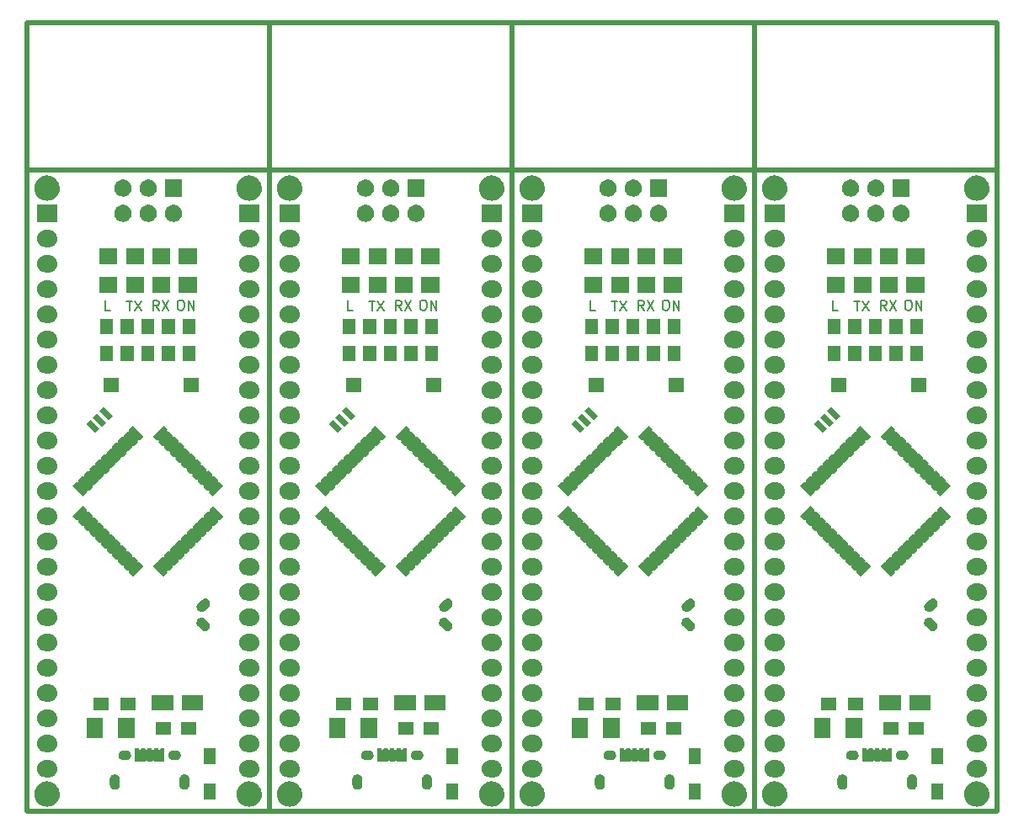
<source format=gts>
G04 #@! TF.GenerationSoftware,KiCad,Pcbnew,6.0.0-unknown-16cf1a4~86~ubuntu16.04.1*
G04 #@! TF.CreationDate,2019-07-03T13:53:05+02:00*
G04 #@! TF.ProjectId,nano324,6e616e6f-3332-4342-9e6b-696361645f70,rev?*
G04 #@! TF.SameCoordinates,Original*
G04 #@! TF.FileFunction,Soldermask,Top*
G04 #@! TF.FilePolarity,Negative*
%FSLAX46Y46*%
G04 Gerber Fmt 4.6, Leading zero omitted, Abs format (unit mm)*
G04 Created by KiCad (PCBNEW 6.0.0-unknown-16cf1a4~86~ubuntu16.04.1) date 2019-07-03 13:53:05*
%MOMM*%
%LPD*%
G04 APERTURE LIST*
%ADD10C,0.500000*%
%ADD11C,0.150000*%
%ADD12C,0.050000*%
G04 APERTURE END LIST*
D10*
X147929600Y-59893200D02*
X147929600Y-45008800D01*
X123545600Y-59893200D02*
X123545600Y-45008800D01*
X99161600Y-59893200D02*
X99161600Y-45008800D01*
X74777600Y-59893200D02*
X74777600Y-45008800D01*
X172313600Y-45008800D02*
X74777600Y-45008800D01*
X172316140Y-59893200D02*
X172313600Y-45008800D01*
D11*
X161199533Y-73985380D02*
X160866200Y-73509190D01*
X160628104Y-73985380D02*
X160628104Y-72985380D01*
X161009057Y-72985380D01*
X161104295Y-73033000D01*
X161151914Y-73080619D01*
X161199533Y-73175857D01*
X161199533Y-73318714D01*
X161151914Y-73413952D01*
X161104295Y-73461571D01*
X161009057Y-73509190D01*
X160628104Y-73509190D01*
X161532866Y-72985380D02*
X162199533Y-73985380D01*
X162199533Y-72985380D02*
X161532866Y-73985380D01*
D10*
X147929600Y-59893200D02*
X172313600Y-59893200D01*
X147929600Y-124409200D02*
X147929600Y-59893200D01*
D11*
X157949995Y-73036180D02*
X158521423Y-73036180D01*
X158235709Y-74036180D02*
X158235709Y-73036180D01*
X158759519Y-73036180D02*
X159426185Y-74036180D01*
X159426185Y-73036180D02*
X158759519Y-74036180D01*
D10*
X172316140Y-59893200D02*
X172313600Y-124409200D01*
D11*
X163312552Y-72959980D02*
X163503028Y-72959980D01*
X163598266Y-73007600D01*
X163693504Y-73102838D01*
X163741123Y-73293314D01*
X163741123Y-73626647D01*
X163693504Y-73817123D01*
X163598266Y-73912361D01*
X163503028Y-73959980D01*
X163312552Y-73959980D01*
X163217314Y-73912361D01*
X163122076Y-73817123D01*
X163074457Y-73626647D01*
X163074457Y-73293314D01*
X163122076Y-73102838D01*
X163217314Y-73007600D01*
X163312552Y-72959980D01*
X164169695Y-73959980D02*
X164169695Y-72959980D01*
X164741123Y-73959980D01*
X164741123Y-72959980D01*
X156316323Y-73985380D02*
X155840133Y-73985380D01*
X155840133Y-72985380D01*
D10*
X172313600Y-124409200D02*
X147929600Y-124409200D01*
D11*
X136815533Y-73985380D02*
X136482200Y-73509190D01*
X136244104Y-73985380D02*
X136244104Y-72985380D01*
X136625057Y-72985380D01*
X136720295Y-73033000D01*
X136767914Y-73080619D01*
X136815533Y-73175857D01*
X136815533Y-73318714D01*
X136767914Y-73413952D01*
X136720295Y-73461571D01*
X136625057Y-73509190D01*
X136244104Y-73509190D01*
X137148866Y-72985380D02*
X137815533Y-73985380D01*
X137815533Y-72985380D02*
X137148866Y-73985380D01*
D10*
X123545600Y-59893200D02*
X147929600Y-59893200D01*
X123545600Y-124409200D02*
X123545600Y-59893200D01*
D11*
X133565995Y-73036180D02*
X134137423Y-73036180D01*
X133851709Y-74036180D02*
X133851709Y-73036180D01*
X134375519Y-73036180D02*
X135042185Y-74036180D01*
X135042185Y-73036180D02*
X134375519Y-74036180D01*
D10*
X147932140Y-59893200D02*
X147929600Y-124409200D01*
D11*
X138928552Y-72959980D02*
X139119028Y-72959980D01*
X139214266Y-73007600D01*
X139309504Y-73102838D01*
X139357123Y-73293314D01*
X139357123Y-73626647D01*
X139309504Y-73817123D01*
X139214266Y-73912361D01*
X139119028Y-73959980D01*
X138928552Y-73959980D01*
X138833314Y-73912361D01*
X138738076Y-73817123D01*
X138690457Y-73626647D01*
X138690457Y-73293314D01*
X138738076Y-73102838D01*
X138833314Y-73007600D01*
X138928552Y-72959980D01*
X139785695Y-73959980D02*
X139785695Y-72959980D01*
X140357123Y-73959980D01*
X140357123Y-72959980D01*
X131932323Y-73985380D02*
X131456133Y-73985380D01*
X131456133Y-72985380D01*
D10*
X147929600Y-124409200D02*
X123545600Y-124409200D01*
D11*
X112431533Y-73985380D02*
X112098200Y-73509190D01*
X111860104Y-73985380D02*
X111860104Y-72985380D01*
X112241057Y-72985380D01*
X112336295Y-73033000D01*
X112383914Y-73080619D01*
X112431533Y-73175857D01*
X112431533Y-73318714D01*
X112383914Y-73413952D01*
X112336295Y-73461571D01*
X112241057Y-73509190D01*
X111860104Y-73509190D01*
X112764866Y-72985380D02*
X113431533Y-73985380D01*
X113431533Y-72985380D02*
X112764866Y-73985380D01*
D10*
X99161600Y-59893200D02*
X123545600Y-59893200D01*
X99161600Y-124409200D02*
X99161600Y-59893200D01*
D11*
X109181995Y-73036180D02*
X109753423Y-73036180D01*
X109467709Y-74036180D02*
X109467709Y-73036180D01*
X109991519Y-73036180D02*
X110658185Y-74036180D01*
X110658185Y-73036180D02*
X109991519Y-74036180D01*
D10*
X123548140Y-59893200D02*
X123545600Y-124409200D01*
D11*
X114544552Y-72959980D02*
X114735028Y-72959980D01*
X114830266Y-73007600D01*
X114925504Y-73102838D01*
X114973123Y-73293314D01*
X114973123Y-73626647D01*
X114925504Y-73817123D01*
X114830266Y-73912361D01*
X114735028Y-73959980D01*
X114544552Y-73959980D01*
X114449314Y-73912361D01*
X114354076Y-73817123D01*
X114306457Y-73626647D01*
X114306457Y-73293314D01*
X114354076Y-73102838D01*
X114449314Y-73007600D01*
X114544552Y-72959980D01*
X115401695Y-73959980D02*
X115401695Y-72959980D01*
X115973123Y-73959980D01*
X115973123Y-72959980D01*
X107548323Y-73985380D02*
X107072133Y-73985380D01*
X107072133Y-72985380D01*
D10*
X123545600Y-124409200D02*
X99161600Y-124409200D01*
X99164140Y-59893200D02*
X99161600Y-124409200D01*
X74777600Y-124409200D02*
X74777600Y-59893200D01*
X74777600Y-59893200D02*
X99161600Y-59893200D01*
D11*
X88047533Y-73985380D02*
X87714200Y-73509190D01*
X87476104Y-73985380D02*
X87476104Y-72985380D01*
X87857057Y-72985380D01*
X87952295Y-73033000D01*
X87999914Y-73080619D01*
X88047533Y-73175857D01*
X88047533Y-73318714D01*
X87999914Y-73413952D01*
X87952295Y-73461571D01*
X87857057Y-73509190D01*
X87476104Y-73509190D01*
X88380866Y-72985380D02*
X89047533Y-73985380D01*
X89047533Y-72985380D02*
X88380866Y-73985380D01*
X84797995Y-73036180D02*
X85369423Y-73036180D01*
X85083709Y-74036180D02*
X85083709Y-73036180D01*
X85607519Y-73036180D02*
X86274185Y-74036180D01*
X86274185Y-73036180D02*
X85607519Y-74036180D01*
X83164323Y-73985380D02*
X82688133Y-73985380D01*
X82688133Y-72985380D01*
X90160552Y-72959980D02*
X90351028Y-72959980D01*
X90446266Y-73007600D01*
X90541504Y-73102838D01*
X90589123Y-73293314D01*
X90589123Y-73626647D01*
X90541504Y-73817123D01*
X90446266Y-73912361D01*
X90351028Y-73959980D01*
X90160552Y-73959980D01*
X90065314Y-73912361D01*
X89970076Y-73817123D01*
X89922457Y-73626647D01*
X89922457Y-73293314D01*
X89970076Y-73102838D01*
X90065314Y-73007600D01*
X90160552Y-72959980D01*
X91017695Y-73959980D02*
X91017695Y-72959980D01*
X91589123Y-73959980D01*
X91589123Y-72959980D01*
D10*
X99161600Y-124409200D02*
X74777600Y-124409200D01*
D12*
G36*
X145907442Y-121360178D02*
G01*
X145971002Y-121358181D01*
X146021693Y-121365666D01*
X146066171Y-121367803D01*
X146126786Y-121381185D01*
X146195274Y-121391299D01*
X146238529Y-121405856D01*
X146276636Y-121414269D01*
X146339174Y-121439726D01*
X146410137Y-121463608D01*
X146445217Y-121482894D01*
X146476252Y-121495527D01*
X146538205Y-121534014D01*
X146608799Y-121572824D01*
X146635561Y-121594496D01*
X146659329Y-121609261D01*
X146717907Y-121661178D01*
X146784981Y-121715493D01*
X146803830Y-121737330D01*
X146820624Y-121752214D01*
X146872889Y-121817335D01*
X146933115Y-121887107D01*
X146944955Y-121907127D01*
X146955528Y-121920301D01*
X146998519Y-121997700D01*
X147048516Y-122082241D01*
X147054673Y-122098798D01*
X147060183Y-122108717D01*
X147091038Y-122196580D01*
X147127539Y-122294727D01*
X147129676Y-122306603D01*
X147131595Y-122312068D01*
X147147684Y-122406689D01*
X147167685Y-122517848D01*
X147167538Y-122523451D01*
X147167623Y-122523949D01*
X147165097Y-122765027D01*
X147160598Y-122788502D01*
X147160012Y-122810868D01*
X147139770Y-122897168D01*
X147124642Y-122976101D01*
X147115599Y-123000223D01*
X147108244Y-123031582D01*
X147075330Y-123107641D01*
X147048985Y-123177918D01*
X147033223Y-123204946D01*
X147018209Y-123239641D01*
X146975513Y-123303904D01*
X146940408Y-123364100D01*
X146916767Y-123392324D01*
X146892753Y-123428468D01*
X146843276Y-123480063D01*
X146802014Y-123529323D01*
X146769753Y-123556731D01*
X146735841Y-123592094D01*
X146682581Y-123630789D01*
X146637760Y-123668868D01*
X146596598Y-123693260D01*
X146552433Y-123725347D01*
X146498228Y-123751551D01*
X146452348Y-123778738D01*
X146402546Y-123797805D01*
X146348327Y-123824016D01*
X146295731Y-123838701D01*
X146251060Y-123855804D01*
X146193388Y-123867276D01*
X146129975Y-123884981D01*
X146081199Y-123889592D01*
X146039677Y-123897851D01*
X145975441Y-123899589D01*
X145904277Y-123906316D01*
X145861031Y-123902684D01*
X145824233Y-123903680D01*
X145755257Y-123893802D01*
X145678368Y-123887345D01*
X145641855Y-123877561D01*
X145610877Y-123873125D01*
X145539426Y-123850116D01*
X145459388Y-123828670D01*
X145430248Y-123814958D01*
X145405726Y-123807061D01*
X145334457Y-123769882D01*
X145254260Y-123732144D01*
X145232572Y-123716731D01*
X145214639Y-123707376D01*
X145146535Y-123655588D01*
X145069467Y-123600819D01*
X145054759Y-123585799D01*
X145043078Y-123576917D01*
X144981323Y-123510809D01*
X144910851Y-123438845D01*
X144902183Y-123426090D01*
X144895950Y-123419418D01*
X144843907Y-123340341D01*
X144783424Y-123251342D01*
X144779426Y-123242363D01*
X144777467Y-123239386D01*
X144739418Y-123152503D01*
X144691215Y-123044238D01*
X144659644Y-122915705D01*
X144639048Y-122832788D01*
X144638948Y-122831443D01*
X144637139Y-122824078D01*
X144630173Y-122713363D01*
X144623076Y-122617855D01*
X144623732Y-122610980D01*
X144622904Y-122597821D01*
X144634780Y-122495180D01*
X144643546Y-122403301D01*
X144646803Y-122391273D01*
X144648961Y-122372619D01*
X144676989Y-122279785D01*
X144699874Y-122195263D01*
X144707439Y-122178927D01*
X144714485Y-122155591D01*
X144755794Y-122074518D01*
X144790449Y-121999689D01*
X144803803Y-121980295D01*
X144817407Y-121953596D01*
X144868897Y-121885760D01*
X144912679Y-121822177D01*
X144932971Y-121801347D01*
X144954472Y-121773020D01*
X145012937Y-121719259D01*
X145063071Y-121667794D01*
X145091055Y-121647425D01*
X145121348Y-121619569D01*
X145183608Y-121580058D01*
X145237324Y-121540959D01*
X145273287Y-121523146D01*
X145312761Y-121498095D01*
X145375804Y-121472368D01*
X145430463Y-121445294D01*
X145474188Y-121432218D01*
X145522659Y-121412437D01*
X145583760Y-121399450D01*
X145636952Y-121383542D01*
X145687706Y-121377355D01*
X145744410Y-121365302D01*
X145801225Y-121363517D01*
X145850891Y-121357462D01*
X145907442Y-121360178D01*
X145907442Y-121360178D01*
G37*
G36*
X76819442Y-121360178D02*
G01*
X76883002Y-121358181D01*
X76933693Y-121365666D01*
X76978171Y-121367803D01*
X77038786Y-121381185D01*
X77107274Y-121391299D01*
X77150529Y-121405856D01*
X77188636Y-121414269D01*
X77251174Y-121439726D01*
X77322137Y-121463608D01*
X77357217Y-121482894D01*
X77388252Y-121495527D01*
X77450205Y-121534014D01*
X77520799Y-121572824D01*
X77547561Y-121594496D01*
X77571329Y-121609261D01*
X77629907Y-121661178D01*
X77696981Y-121715493D01*
X77715830Y-121737330D01*
X77732624Y-121752214D01*
X77784889Y-121817335D01*
X77845115Y-121887107D01*
X77856955Y-121907127D01*
X77867528Y-121920301D01*
X77910519Y-121997700D01*
X77960516Y-122082241D01*
X77966673Y-122098798D01*
X77972183Y-122108717D01*
X78003038Y-122196580D01*
X78039539Y-122294727D01*
X78041676Y-122306603D01*
X78043595Y-122312068D01*
X78059684Y-122406689D01*
X78079685Y-122517848D01*
X78079538Y-122523451D01*
X78079623Y-122523949D01*
X78077097Y-122765027D01*
X78072598Y-122788502D01*
X78072012Y-122810868D01*
X78051770Y-122897168D01*
X78036642Y-122976101D01*
X78027599Y-123000223D01*
X78020244Y-123031582D01*
X77987330Y-123107641D01*
X77960985Y-123177918D01*
X77945223Y-123204946D01*
X77930209Y-123239641D01*
X77887513Y-123303904D01*
X77852408Y-123364100D01*
X77828767Y-123392324D01*
X77804753Y-123428468D01*
X77755276Y-123480063D01*
X77714014Y-123529323D01*
X77681753Y-123556731D01*
X77647841Y-123592094D01*
X77594581Y-123630789D01*
X77549760Y-123668868D01*
X77508598Y-123693260D01*
X77464433Y-123725347D01*
X77410228Y-123751551D01*
X77364348Y-123778738D01*
X77314546Y-123797805D01*
X77260327Y-123824016D01*
X77207731Y-123838701D01*
X77163060Y-123855804D01*
X77105388Y-123867276D01*
X77041975Y-123884981D01*
X76993199Y-123889592D01*
X76951677Y-123897851D01*
X76887441Y-123899589D01*
X76816277Y-123906316D01*
X76773031Y-123902684D01*
X76736233Y-123903680D01*
X76667257Y-123893802D01*
X76590368Y-123887345D01*
X76553855Y-123877561D01*
X76522877Y-123873125D01*
X76451426Y-123850116D01*
X76371388Y-123828670D01*
X76342248Y-123814958D01*
X76317726Y-123807061D01*
X76246457Y-123769882D01*
X76166260Y-123732144D01*
X76144572Y-123716731D01*
X76126639Y-123707376D01*
X76058535Y-123655588D01*
X75981467Y-123600819D01*
X75966759Y-123585799D01*
X75955078Y-123576917D01*
X75893323Y-123510809D01*
X75822851Y-123438845D01*
X75814183Y-123426090D01*
X75807950Y-123419418D01*
X75755907Y-123340341D01*
X75695424Y-123251342D01*
X75691426Y-123242363D01*
X75689467Y-123239386D01*
X75651418Y-123152503D01*
X75603215Y-123044238D01*
X75571644Y-122915705D01*
X75551048Y-122832788D01*
X75550948Y-122831443D01*
X75549139Y-122824078D01*
X75542173Y-122713363D01*
X75535076Y-122617855D01*
X75535732Y-122610980D01*
X75534904Y-122597821D01*
X75546780Y-122495180D01*
X75555546Y-122403301D01*
X75558803Y-122391273D01*
X75560961Y-122372619D01*
X75588989Y-122279785D01*
X75611874Y-122195263D01*
X75619439Y-122178927D01*
X75626485Y-122155591D01*
X75667794Y-122074518D01*
X75702449Y-121999689D01*
X75715803Y-121980295D01*
X75729407Y-121953596D01*
X75780897Y-121885760D01*
X75824679Y-121822177D01*
X75844971Y-121801347D01*
X75866472Y-121773020D01*
X75924937Y-121719259D01*
X75975071Y-121667794D01*
X76003055Y-121647425D01*
X76033348Y-121619569D01*
X76095608Y-121580058D01*
X76149324Y-121540959D01*
X76185287Y-121523146D01*
X76224761Y-121498095D01*
X76287804Y-121472368D01*
X76342463Y-121445294D01*
X76386188Y-121432218D01*
X76434659Y-121412437D01*
X76495760Y-121399450D01*
X76548952Y-121383542D01*
X76599706Y-121377355D01*
X76656410Y-121365302D01*
X76713225Y-121363517D01*
X76762891Y-121357462D01*
X76819442Y-121360178D01*
X76819442Y-121360178D01*
G37*
G36*
X121523442Y-121360178D02*
G01*
X121587002Y-121358181D01*
X121637693Y-121365666D01*
X121682171Y-121367803D01*
X121742786Y-121381185D01*
X121811274Y-121391299D01*
X121854529Y-121405856D01*
X121892636Y-121414269D01*
X121955174Y-121439726D01*
X122026137Y-121463608D01*
X122061217Y-121482894D01*
X122092252Y-121495527D01*
X122154205Y-121534014D01*
X122224799Y-121572824D01*
X122251561Y-121594496D01*
X122275329Y-121609261D01*
X122333907Y-121661178D01*
X122400981Y-121715493D01*
X122419830Y-121737330D01*
X122436624Y-121752214D01*
X122488889Y-121817335D01*
X122549115Y-121887107D01*
X122560955Y-121907127D01*
X122571528Y-121920301D01*
X122614519Y-121997700D01*
X122664516Y-122082241D01*
X122670673Y-122098798D01*
X122676183Y-122108717D01*
X122707038Y-122196580D01*
X122743539Y-122294727D01*
X122745676Y-122306603D01*
X122747595Y-122312068D01*
X122763684Y-122406689D01*
X122783685Y-122517848D01*
X122783538Y-122523451D01*
X122783623Y-122523949D01*
X122781097Y-122765027D01*
X122776598Y-122788502D01*
X122776012Y-122810868D01*
X122755770Y-122897168D01*
X122740642Y-122976101D01*
X122731599Y-123000223D01*
X122724244Y-123031582D01*
X122691330Y-123107641D01*
X122664985Y-123177918D01*
X122649223Y-123204946D01*
X122634209Y-123239641D01*
X122591513Y-123303904D01*
X122556408Y-123364100D01*
X122532767Y-123392324D01*
X122508753Y-123428468D01*
X122459276Y-123480063D01*
X122418014Y-123529323D01*
X122385753Y-123556731D01*
X122351841Y-123592094D01*
X122298581Y-123630789D01*
X122253760Y-123668868D01*
X122212598Y-123693260D01*
X122168433Y-123725347D01*
X122114228Y-123751551D01*
X122068348Y-123778738D01*
X122018546Y-123797805D01*
X121964327Y-123824016D01*
X121911731Y-123838701D01*
X121867060Y-123855804D01*
X121809388Y-123867276D01*
X121745975Y-123884981D01*
X121697199Y-123889592D01*
X121655677Y-123897851D01*
X121591441Y-123899589D01*
X121520277Y-123906316D01*
X121477031Y-123902684D01*
X121440233Y-123903680D01*
X121371257Y-123893802D01*
X121294368Y-123887345D01*
X121257855Y-123877561D01*
X121226877Y-123873125D01*
X121155426Y-123850116D01*
X121075388Y-123828670D01*
X121046248Y-123814958D01*
X121021726Y-123807061D01*
X120950457Y-123769882D01*
X120870260Y-123732144D01*
X120848572Y-123716731D01*
X120830639Y-123707376D01*
X120762535Y-123655588D01*
X120685467Y-123600819D01*
X120670759Y-123585799D01*
X120659078Y-123576917D01*
X120597323Y-123510809D01*
X120526851Y-123438845D01*
X120518183Y-123426090D01*
X120511950Y-123419418D01*
X120459907Y-123340341D01*
X120399424Y-123251342D01*
X120395426Y-123242363D01*
X120393467Y-123239386D01*
X120355418Y-123152503D01*
X120307215Y-123044238D01*
X120275644Y-122915705D01*
X120255048Y-122832788D01*
X120254948Y-122831443D01*
X120253139Y-122824078D01*
X120246173Y-122713363D01*
X120239076Y-122617855D01*
X120239732Y-122610980D01*
X120238904Y-122597821D01*
X120250780Y-122495180D01*
X120259546Y-122403301D01*
X120262803Y-122391273D01*
X120264961Y-122372619D01*
X120292989Y-122279785D01*
X120315874Y-122195263D01*
X120323439Y-122178927D01*
X120330485Y-122155591D01*
X120371794Y-122074518D01*
X120406449Y-121999689D01*
X120419803Y-121980295D01*
X120433407Y-121953596D01*
X120484897Y-121885760D01*
X120528679Y-121822177D01*
X120548971Y-121801347D01*
X120570472Y-121773020D01*
X120628937Y-121719259D01*
X120679071Y-121667794D01*
X120707055Y-121647425D01*
X120737348Y-121619569D01*
X120799608Y-121580058D01*
X120853324Y-121540959D01*
X120889287Y-121523146D01*
X120928761Y-121498095D01*
X120991804Y-121472368D01*
X121046463Y-121445294D01*
X121090188Y-121432218D01*
X121138659Y-121412437D01*
X121199760Y-121399450D01*
X121252952Y-121383542D01*
X121303706Y-121377355D01*
X121360410Y-121365302D01*
X121417225Y-121363517D01*
X121466891Y-121357462D01*
X121523442Y-121360178D01*
X121523442Y-121360178D01*
G37*
G36*
X97139442Y-121360178D02*
G01*
X97203002Y-121358181D01*
X97253693Y-121365666D01*
X97298171Y-121367803D01*
X97358786Y-121381185D01*
X97427274Y-121391299D01*
X97470529Y-121405856D01*
X97508636Y-121414269D01*
X97571174Y-121439726D01*
X97642137Y-121463608D01*
X97677217Y-121482894D01*
X97708252Y-121495527D01*
X97770205Y-121534014D01*
X97840799Y-121572824D01*
X97867561Y-121594496D01*
X97891329Y-121609261D01*
X97949907Y-121661178D01*
X98016981Y-121715493D01*
X98035830Y-121737330D01*
X98052624Y-121752214D01*
X98104889Y-121817335D01*
X98165115Y-121887107D01*
X98176955Y-121907127D01*
X98187528Y-121920301D01*
X98230519Y-121997700D01*
X98280516Y-122082241D01*
X98286673Y-122098798D01*
X98292183Y-122108717D01*
X98323038Y-122196580D01*
X98359539Y-122294727D01*
X98361676Y-122306603D01*
X98363595Y-122312068D01*
X98379684Y-122406689D01*
X98399685Y-122517848D01*
X98399538Y-122523451D01*
X98399623Y-122523949D01*
X98397097Y-122765027D01*
X98392598Y-122788502D01*
X98392012Y-122810868D01*
X98371770Y-122897168D01*
X98356642Y-122976101D01*
X98347599Y-123000223D01*
X98340244Y-123031582D01*
X98307330Y-123107641D01*
X98280985Y-123177918D01*
X98265223Y-123204946D01*
X98250209Y-123239641D01*
X98207513Y-123303904D01*
X98172408Y-123364100D01*
X98148767Y-123392324D01*
X98124753Y-123428468D01*
X98075276Y-123480063D01*
X98034014Y-123529323D01*
X98001753Y-123556731D01*
X97967841Y-123592094D01*
X97914581Y-123630789D01*
X97869760Y-123668868D01*
X97828598Y-123693260D01*
X97784433Y-123725347D01*
X97730228Y-123751551D01*
X97684348Y-123778738D01*
X97634546Y-123797805D01*
X97580327Y-123824016D01*
X97527731Y-123838701D01*
X97483060Y-123855804D01*
X97425388Y-123867276D01*
X97361975Y-123884981D01*
X97313199Y-123889592D01*
X97271677Y-123897851D01*
X97207441Y-123899589D01*
X97136277Y-123906316D01*
X97093031Y-123902684D01*
X97056233Y-123903680D01*
X96987257Y-123893802D01*
X96910368Y-123887345D01*
X96873855Y-123877561D01*
X96842877Y-123873125D01*
X96771426Y-123850116D01*
X96691388Y-123828670D01*
X96662248Y-123814958D01*
X96637726Y-123807061D01*
X96566457Y-123769882D01*
X96486260Y-123732144D01*
X96464572Y-123716731D01*
X96446639Y-123707376D01*
X96378535Y-123655588D01*
X96301467Y-123600819D01*
X96286759Y-123585799D01*
X96275078Y-123576917D01*
X96213323Y-123510809D01*
X96142851Y-123438845D01*
X96134183Y-123426090D01*
X96127950Y-123419418D01*
X96075907Y-123340341D01*
X96015424Y-123251342D01*
X96011426Y-123242363D01*
X96009467Y-123239386D01*
X95971418Y-123152503D01*
X95923215Y-123044238D01*
X95891644Y-122915705D01*
X95871048Y-122832788D01*
X95870948Y-122831443D01*
X95869139Y-122824078D01*
X95862173Y-122713363D01*
X95855076Y-122617855D01*
X95855732Y-122610980D01*
X95854904Y-122597821D01*
X95866780Y-122495180D01*
X95875546Y-122403301D01*
X95878803Y-122391273D01*
X95880961Y-122372619D01*
X95908989Y-122279785D01*
X95931874Y-122195263D01*
X95939439Y-122178927D01*
X95946485Y-122155591D01*
X95987794Y-122074518D01*
X96022449Y-121999689D01*
X96035803Y-121980295D01*
X96049407Y-121953596D01*
X96100897Y-121885760D01*
X96144679Y-121822177D01*
X96164971Y-121801347D01*
X96186472Y-121773020D01*
X96244937Y-121719259D01*
X96295071Y-121667794D01*
X96323055Y-121647425D01*
X96353348Y-121619569D01*
X96415608Y-121580058D01*
X96469324Y-121540959D01*
X96505287Y-121523146D01*
X96544761Y-121498095D01*
X96607804Y-121472368D01*
X96662463Y-121445294D01*
X96706188Y-121432218D01*
X96754659Y-121412437D01*
X96815760Y-121399450D01*
X96868952Y-121383542D01*
X96919706Y-121377355D01*
X96976410Y-121365302D01*
X97033225Y-121363517D01*
X97082891Y-121357462D01*
X97139442Y-121360178D01*
X97139442Y-121360178D01*
G37*
G36*
X101203442Y-121360178D02*
G01*
X101267002Y-121358181D01*
X101317693Y-121365666D01*
X101362171Y-121367803D01*
X101422786Y-121381185D01*
X101491274Y-121391299D01*
X101534529Y-121405856D01*
X101572636Y-121414269D01*
X101635174Y-121439726D01*
X101706137Y-121463608D01*
X101741217Y-121482894D01*
X101772252Y-121495527D01*
X101834205Y-121534014D01*
X101904799Y-121572824D01*
X101931561Y-121594496D01*
X101955329Y-121609261D01*
X102013907Y-121661178D01*
X102080981Y-121715493D01*
X102099830Y-121737330D01*
X102116624Y-121752214D01*
X102168889Y-121817335D01*
X102229115Y-121887107D01*
X102240955Y-121907127D01*
X102251528Y-121920301D01*
X102294519Y-121997700D01*
X102344516Y-122082241D01*
X102350673Y-122098798D01*
X102356183Y-122108717D01*
X102387038Y-122196580D01*
X102423539Y-122294727D01*
X102425676Y-122306603D01*
X102427595Y-122312068D01*
X102443684Y-122406689D01*
X102463685Y-122517848D01*
X102463538Y-122523451D01*
X102463623Y-122523949D01*
X102461097Y-122765027D01*
X102456598Y-122788502D01*
X102456012Y-122810868D01*
X102435770Y-122897168D01*
X102420642Y-122976101D01*
X102411599Y-123000223D01*
X102404244Y-123031582D01*
X102371330Y-123107641D01*
X102344985Y-123177918D01*
X102329223Y-123204946D01*
X102314209Y-123239641D01*
X102271513Y-123303904D01*
X102236408Y-123364100D01*
X102212767Y-123392324D01*
X102188753Y-123428468D01*
X102139276Y-123480063D01*
X102098014Y-123529323D01*
X102065753Y-123556731D01*
X102031841Y-123592094D01*
X101978581Y-123630789D01*
X101933760Y-123668868D01*
X101892598Y-123693260D01*
X101848433Y-123725347D01*
X101794228Y-123751551D01*
X101748348Y-123778738D01*
X101698546Y-123797805D01*
X101644327Y-123824016D01*
X101591731Y-123838701D01*
X101547060Y-123855804D01*
X101489388Y-123867276D01*
X101425975Y-123884981D01*
X101377199Y-123889592D01*
X101335677Y-123897851D01*
X101271441Y-123899589D01*
X101200277Y-123906316D01*
X101157031Y-123902684D01*
X101120233Y-123903680D01*
X101051257Y-123893802D01*
X100974368Y-123887345D01*
X100937855Y-123877561D01*
X100906877Y-123873125D01*
X100835426Y-123850116D01*
X100755388Y-123828670D01*
X100726248Y-123814958D01*
X100701726Y-123807061D01*
X100630457Y-123769882D01*
X100550260Y-123732144D01*
X100528572Y-123716731D01*
X100510639Y-123707376D01*
X100442535Y-123655588D01*
X100365467Y-123600819D01*
X100350759Y-123585799D01*
X100339078Y-123576917D01*
X100277323Y-123510809D01*
X100206851Y-123438845D01*
X100198183Y-123426090D01*
X100191950Y-123419418D01*
X100139907Y-123340341D01*
X100079424Y-123251342D01*
X100075426Y-123242363D01*
X100073467Y-123239386D01*
X100035418Y-123152503D01*
X99987215Y-123044238D01*
X99955644Y-122915705D01*
X99935048Y-122832788D01*
X99934948Y-122831443D01*
X99933139Y-122824078D01*
X99926173Y-122713363D01*
X99919076Y-122617855D01*
X99919732Y-122610980D01*
X99918904Y-122597821D01*
X99930780Y-122495180D01*
X99939546Y-122403301D01*
X99942803Y-122391273D01*
X99944961Y-122372619D01*
X99972989Y-122279785D01*
X99995874Y-122195263D01*
X100003439Y-122178927D01*
X100010485Y-122155591D01*
X100051794Y-122074518D01*
X100086449Y-121999689D01*
X100099803Y-121980295D01*
X100113407Y-121953596D01*
X100164897Y-121885760D01*
X100208679Y-121822177D01*
X100228971Y-121801347D01*
X100250472Y-121773020D01*
X100308937Y-121719259D01*
X100359071Y-121667794D01*
X100387055Y-121647425D01*
X100417348Y-121619569D01*
X100479608Y-121580058D01*
X100533324Y-121540959D01*
X100569287Y-121523146D01*
X100608761Y-121498095D01*
X100671804Y-121472368D01*
X100726463Y-121445294D01*
X100770188Y-121432218D01*
X100818659Y-121412437D01*
X100879760Y-121399450D01*
X100932952Y-121383542D01*
X100983706Y-121377355D01*
X101040410Y-121365302D01*
X101097225Y-121363517D01*
X101146891Y-121357462D01*
X101203442Y-121360178D01*
X101203442Y-121360178D01*
G37*
G36*
X125587442Y-121360178D02*
G01*
X125651002Y-121358181D01*
X125701693Y-121365666D01*
X125746171Y-121367803D01*
X125806786Y-121381185D01*
X125875274Y-121391299D01*
X125918529Y-121405856D01*
X125956636Y-121414269D01*
X126019174Y-121439726D01*
X126090137Y-121463608D01*
X126125217Y-121482894D01*
X126156252Y-121495527D01*
X126218205Y-121534014D01*
X126288799Y-121572824D01*
X126315561Y-121594496D01*
X126339329Y-121609261D01*
X126397907Y-121661178D01*
X126464981Y-121715493D01*
X126483830Y-121737330D01*
X126500624Y-121752214D01*
X126552889Y-121817335D01*
X126613115Y-121887107D01*
X126624955Y-121907127D01*
X126635528Y-121920301D01*
X126678519Y-121997700D01*
X126728516Y-122082241D01*
X126734673Y-122098798D01*
X126740183Y-122108717D01*
X126771038Y-122196580D01*
X126807539Y-122294727D01*
X126809676Y-122306603D01*
X126811595Y-122312068D01*
X126827684Y-122406689D01*
X126847685Y-122517848D01*
X126847538Y-122523451D01*
X126847623Y-122523949D01*
X126845097Y-122765027D01*
X126840598Y-122788502D01*
X126840012Y-122810868D01*
X126819770Y-122897168D01*
X126804642Y-122976101D01*
X126795599Y-123000223D01*
X126788244Y-123031582D01*
X126755330Y-123107641D01*
X126728985Y-123177918D01*
X126713223Y-123204946D01*
X126698209Y-123239641D01*
X126655513Y-123303904D01*
X126620408Y-123364100D01*
X126596767Y-123392324D01*
X126572753Y-123428468D01*
X126523276Y-123480063D01*
X126482014Y-123529323D01*
X126449753Y-123556731D01*
X126415841Y-123592094D01*
X126362581Y-123630789D01*
X126317760Y-123668868D01*
X126276598Y-123693260D01*
X126232433Y-123725347D01*
X126178228Y-123751551D01*
X126132348Y-123778738D01*
X126082546Y-123797805D01*
X126028327Y-123824016D01*
X125975731Y-123838701D01*
X125931060Y-123855804D01*
X125873388Y-123867276D01*
X125809975Y-123884981D01*
X125761199Y-123889592D01*
X125719677Y-123897851D01*
X125655441Y-123899589D01*
X125584277Y-123906316D01*
X125541031Y-123902684D01*
X125504233Y-123903680D01*
X125435257Y-123893802D01*
X125358368Y-123887345D01*
X125321855Y-123877561D01*
X125290877Y-123873125D01*
X125219426Y-123850116D01*
X125139388Y-123828670D01*
X125110248Y-123814958D01*
X125085726Y-123807061D01*
X125014457Y-123769882D01*
X124934260Y-123732144D01*
X124912572Y-123716731D01*
X124894639Y-123707376D01*
X124826535Y-123655588D01*
X124749467Y-123600819D01*
X124734759Y-123585799D01*
X124723078Y-123576917D01*
X124661323Y-123510809D01*
X124590851Y-123438845D01*
X124582183Y-123426090D01*
X124575950Y-123419418D01*
X124523907Y-123340341D01*
X124463424Y-123251342D01*
X124459426Y-123242363D01*
X124457467Y-123239386D01*
X124419418Y-123152503D01*
X124371215Y-123044238D01*
X124339644Y-122915705D01*
X124319048Y-122832788D01*
X124318948Y-122831443D01*
X124317139Y-122824078D01*
X124310173Y-122713363D01*
X124303076Y-122617855D01*
X124303732Y-122610980D01*
X124302904Y-122597821D01*
X124314780Y-122495180D01*
X124323546Y-122403301D01*
X124326803Y-122391273D01*
X124328961Y-122372619D01*
X124356989Y-122279785D01*
X124379874Y-122195263D01*
X124387439Y-122178927D01*
X124394485Y-122155591D01*
X124435794Y-122074518D01*
X124470449Y-121999689D01*
X124483803Y-121980295D01*
X124497407Y-121953596D01*
X124548897Y-121885760D01*
X124592679Y-121822177D01*
X124612971Y-121801347D01*
X124634472Y-121773020D01*
X124692937Y-121719259D01*
X124743071Y-121667794D01*
X124771055Y-121647425D01*
X124801348Y-121619569D01*
X124863608Y-121580058D01*
X124917324Y-121540959D01*
X124953287Y-121523146D01*
X124992761Y-121498095D01*
X125055804Y-121472368D01*
X125110463Y-121445294D01*
X125154188Y-121432218D01*
X125202659Y-121412437D01*
X125263760Y-121399450D01*
X125316952Y-121383542D01*
X125367706Y-121377355D01*
X125424410Y-121365302D01*
X125481225Y-121363517D01*
X125530891Y-121357462D01*
X125587442Y-121360178D01*
X125587442Y-121360178D01*
G37*
G36*
X170291442Y-121360178D02*
G01*
X170355002Y-121358181D01*
X170405693Y-121365666D01*
X170450171Y-121367803D01*
X170510786Y-121381185D01*
X170579274Y-121391299D01*
X170622529Y-121405856D01*
X170660636Y-121414269D01*
X170723174Y-121439726D01*
X170794137Y-121463608D01*
X170829217Y-121482894D01*
X170860252Y-121495527D01*
X170922205Y-121534014D01*
X170992799Y-121572824D01*
X171019561Y-121594496D01*
X171043329Y-121609261D01*
X171101907Y-121661178D01*
X171168981Y-121715493D01*
X171187830Y-121737330D01*
X171204624Y-121752214D01*
X171256889Y-121817335D01*
X171317115Y-121887107D01*
X171328955Y-121907127D01*
X171339528Y-121920301D01*
X171382519Y-121997700D01*
X171432516Y-122082241D01*
X171438673Y-122098798D01*
X171444183Y-122108717D01*
X171475038Y-122196580D01*
X171511539Y-122294727D01*
X171513676Y-122306603D01*
X171515595Y-122312068D01*
X171531684Y-122406689D01*
X171551685Y-122517848D01*
X171551538Y-122523451D01*
X171551623Y-122523949D01*
X171549097Y-122765027D01*
X171544598Y-122788502D01*
X171544012Y-122810868D01*
X171523770Y-122897168D01*
X171508642Y-122976101D01*
X171499599Y-123000223D01*
X171492244Y-123031582D01*
X171459330Y-123107641D01*
X171432985Y-123177918D01*
X171417223Y-123204946D01*
X171402209Y-123239641D01*
X171359513Y-123303904D01*
X171324408Y-123364100D01*
X171300767Y-123392324D01*
X171276753Y-123428468D01*
X171227276Y-123480063D01*
X171186014Y-123529323D01*
X171153753Y-123556731D01*
X171119841Y-123592094D01*
X171066581Y-123630789D01*
X171021760Y-123668868D01*
X170980598Y-123693260D01*
X170936433Y-123725347D01*
X170882228Y-123751551D01*
X170836348Y-123778738D01*
X170786546Y-123797805D01*
X170732327Y-123824016D01*
X170679731Y-123838701D01*
X170635060Y-123855804D01*
X170577388Y-123867276D01*
X170513975Y-123884981D01*
X170465199Y-123889592D01*
X170423677Y-123897851D01*
X170359441Y-123899589D01*
X170288277Y-123906316D01*
X170245031Y-123902684D01*
X170208233Y-123903680D01*
X170139257Y-123893802D01*
X170062368Y-123887345D01*
X170025855Y-123877561D01*
X169994877Y-123873125D01*
X169923426Y-123850116D01*
X169843388Y-123828670D01*
X169814248Y-123814958D01*
X169789726Y-123807061D01*
X169718457Y-123769882D01*
X169638260Y-123732144D01*
X169616572Y-123716731D01*
X169598639Y-123707376D01*
X169530535Y-123655588D01*
X169453467Y-123600819D01*
X169438759Y-123585799D01*
X169427078Y-123576917D01*
X169365323Y-123510809D01*
X169294851Y-123438845D01*
X169286183Y-123426090D01*
X169279950Y-123419418D01*
X169227907Y-123340341D01*
X169167424Y-123251342D01*
X169163426Y-123242363D01*
X169161467Y-123239386D01*
X169123418Y-123152503D01*
X169075215Y-123044238D01*
X169043644Y-122915705D01*
X169023048Y-122832788D01*
X169022948Y-122831443D01*
X169021139Y-122824078D01*
X169014173Y-122713363D01*
X169007076Y-122617855D01*
X169007732Y-122610980D01*
X169006904Y-122597821D01*
X169018780Y-122495180D01*
X169027546Y-122403301D01*
X169030803Y-122391273D01*
X169032961Y-122372619D01*
X169060989Y-122279785D01*
X169083874Y-122195263D01*
X169091439Y-122178927D01*
X169098485Y-122155591D01*
X169139794Y-122074518D01*
X169174449Y-121999689D01*
X169187803Y-121980295D01*
X169201407Y-121953596D01*
X169252897Y-121885760D01*
X169296679Y-121822177D01*
X169316971Y-121801347D01*
X169338472Y-121773020D01*
X169396937Y-121719259D01*
X169447071Y-121667794D01*
X169475055Y-121647425D01*
X169505348Y-121619569D01*
X169567608Y-121580058D01*
X169621324Y-121540959D01*
X169657287Y-121523146D01*
X169696761Y-121498095D01*
X169759804Y-121472368D01*
X169814463Y-121445294D01*
X169858188Y-121432218D01*
X169906659Y-121412437D01*
X169967760Y-121399450D01*
X170020952Y-121383542D01*
X170071706Y-121377355D01*
X170128410Y-121365302D01*
X170185225Y-121363517D01*
X170234891Y-121357462D01*
X170291442Y-121360178D01*
X170291442Y-121360178D01*
G37*
G36*
X149971442Y-121360178D02*
G01*
X150035002Y-121358181D01*
X150085693Y-121365666D01*
X150130171Y-121367803D01*
X150190786Y-121381185D01*
X150259274Y-121391299D01*
X150302529Y-121405856D01*
X150340636Y-121414269D01*
X150403174Y-121439726D01*
X150474137Y-121463608D01*
X150509217Y-121482894D01*
X150540252Y-121495527D01*
X150602205Y-121534014D01*
X150672799Y-121572824D01*
X150699561Y-121594496D01*
X150723329Y-121609261D01*
X150781907Y-121661178D01*
X150848981Y-121715493D01*
X150867830Y-121737330D01*
X150884624Y-121752214D01*
X150936889Y-121817335D01*
X150997115Y-121887107D01*
X151008955Y-121907127D01*
X151019528Y-121920301D01*
X151062519Y-121997700D01*
X151112516Y-122082241D01*
X151118673Y-122098798D01*
X151124183Y-122108717D01*
X151155038Y-122196580D01*
X151191539Y-122294727D01*
X151193676Y-122306603D01*
X151195595Y-122312068D01*
X151211684Y-122406689D01*
X151231685Y-122517848D01*
X151231538Y-122523451D01*
X151231623Y-122523949D01*
X151229097Y-122765027D01*
X151224598Y-122788502D01*
X151224012Y-122810868D01*
X151203770Y-122897168D01*
X151188642Y-122976101D01*
X151179599Y-123000223D01*
X151172244Y-123031582D01*
X151139330Y-123107641D01*
X151112985Y-123177918D01*
X151097223Y-123204946D01*
X151082209Y-123239641D01*
X151039513Y-123303904D01*
X151004408Y-123364100D01*
X150980767Y-123392324D01*
X150956753Y-123428468D01*
X150907276Y-123480063D01*
X150866014Y-123529323D01*
X150833753Y-123556731D01*
X150799841Y-123592094D01*
X150746581Y-123630789D01*
X150701760Y-123668868D01*
X150660598Y-123693260D01*
X150616433Y-123725347D01*
X150562228Y-123751551D01*
X150516348Y-123778738D01*
X150466546Y-123797805D01*
X150412327Y-123824016D01*
X150359731Y-123838701D01*
X150315060Y-123855804D01*
X150257388Y-123867276D01*
X150193975Y-123884981D01*
X150145199Y-123889592D01*
X150103677Y-123897851D01*
X150039441Y-123899589D01*
X149968277Y-123906316D01*
X149925031Y-123902684D01*
X149888233Y-123903680D01*
X149819257Y-123893802D01*
X149742368Y-123887345D01*
X149705855Y-123877561D01*
X149674877Y-123873125D01*
X149603426Y-123850116D01*
X149523388Y-123828670D01*
X149494248Y-123814958D01*
X149469726Y-123807061D01*
X149398457Y-123769882D01*
X149318260Y-123732144D01*
X149296572Y-123716731D01*
X149278639Y-123707376D01*
X149210535Y-123655588D01*
X149133467Y-123600819D01*
X149118759Y-123585799D01*
X149107078Y-123576917D01*
X149045323Y-123510809D01*
X148974851Y-123438845D01*
X148966183Y-123426090D01*
X148959950Y-123419418D01*
X148907907Y-123340341D01*
X148847424Y-123251342D01*
X148843426Y-123242363D01*
X148841467Y-123239386D01*
X148803418Y-123152503D01*
X148755215Y-123044238D01*
X148723644Y-122915705D01*
X148703048Y-122832788D01*
X148702948Y-122831443D01*
X148701139Y-122824078D01*
X148694173Y-122713363D01*
X148687076Y-122617855D01*
X148687732Y-122610980D01*
X148686904Y-122597821D01*
X148698780Y-122495180D01*
X148707546Y-122403301D01*
X148710803Y-122391273D01*
X148712961Y-122372619D01*
X148740989Y-122279785D01*
X148763874Y-122195263D01*
X148771439Y-122178927D01*
X148778485Y-122155591D01*
X148819794Y-122074518D01*
X148854449Y-121999689D01*
X148867803Y-121980295D01*
X148881407Y-121953596D01*
X148932897Y-121885760D01*
X148976679Y-121822177D01*
X148996971Y-121801347D01*
X149018472Y-121773020D01*
X149076937Y-121719259D01*
X149127071Y-121667794D01*
X149155055Y-121647425D01*
X149185348Y-121619569D01*
X149247608Y-121580058D01*
X149301324Y-121540959D01*
X149337287Y-121523146D01*
X149376761Y-121498095D01*
X149439804Y-121472368D01*
X149494463Y-121445294D01*
X149538188Y-121432218D01*
X149586659Y-121412437D01*
X149647760Y-121399450D01*
X149700952Y-121383542D01*
X149751706Y-121377355D01*
X149808410Y-121365302D01*
X149865225Y-121363517D01*
X149914891Y-121357462D01*
X149971442Y-121360178D01*
X149971442Y-121360178D01*
G37*
G36*
X93776799Y-121597419D02*
G01*
X93776801Y-121597421D01*
X93779249Y-121609729D01*
X93779249Y-123185311D01*
X93776801Y-123197619D01*
X93776799Y-123197621D01*
X93764491Y-123200069D01*
X92590229Y-123200069D01*
X92577921Y-123197621D01*
X92577919Y-123197619D01*
X92575471Y-123185311D01*
X92575471Y-121609729D01*
X92577919Y-121597421D01*
X92577921Y-121597419D01*
X92590229Y-121594971D01*
X93764491Y-121594971D01*
X93776799Y-121597419D01*
X93776799Y-121597419D01*
G37*
G36*
X118160799Y-121597419D02*
G01*
X118160801Y-121597421D01*
X118163249Y-121609729D01*
X118163249Y-123185311D01*
X118160801Y-123197619D01*
X118160799Y-123197621D01*
X118148491Y-123200069D01*
X116974229Y-123200069D01*
X116961921Y-123197621D01*
X116961919Y-123197619D01*
X116959471Y-123185311D01*
X116959471Y-121609729D01*
X116961919Y-121597421D01*
X116961921Y-121597419D01*
X116974229Y-121594971D01*
X118148491Y-121594971D01*
X118160799Y-121597419D01*
X118160799Y-121597419D01*
G37*
G36*
X166928799Y-121597419D02*
G01*
X166928801Y-121597421D01*
X166931249Y-121609729D01*
X166931249Y-123185311D01*
X166928801Y-123197619D01*
X166928799Y-123197621D01*
X166916491Y-123200069D01*
X165742229Y-123200069D01*
X165729921Y-123197621D01*
X165729919Y-123197619D01*
X165727471Y-123185311D01*
X165727471Y-121609729D01*
X165729919Y-121597421D01*
X165729921Y-121597419D01*
X165742229Y-121594971D01*
X166916491Y-121594971D01*
X166928799Y-121597419D01*
X166928799Y-121597419D01*
G37*
G36*
X142544799Y-121597419D02*
G01*
X142544801Y-121597421D01*
X142547249Y-121609729D01*
X142547249Y-123185311D01*
X142544801Y-123197619D01*
X142544799Y-123197621D01*
X142532491Y-123200069D01*
X141358229Y-123200069D01*
X141345921Y-123197621D01*
X141345919Y-123197619D01*
X141343471Y-123185311D01*
X141343471Y-121609729D01*
X141345919Y-121597421D01*
X141345921Y-121597419D01*
X141358229Y-121594971D01*
X142532491Y-121594971D01*
X142544799Y-121597419D01*
X142544799Y-121597419D01*
G37*
G36*
X139437661Y-120657109D02*
G01*
X139463764Y-120657268D01*
X139508271Y-120670578D01*
X139544834Y-120677553D01*
X139567923Y-120688418D01*
X139600981Y-120698304D01*
X139632903Y-120718994D01*
X139659143Y-120731342D01*
X139685163Y-120752867D01*
X139721167Y-120776204D01*
X139740516Y-120798659D01*
X139756481Y-120811867D01*
X139781135Y-120845800D01*
X139814657Y-120884705D01*
X139823449Y-120904041D01*
X139830735Y-120914070D01*
X139849111Y-120960482D01*
X139873937Y-121015084D01*
X139875755Y-121027777D01*
X139877240Y-121031528D01*
X139884337Y-121087702D01*
X139889100Y-121120962D01*
X139889100Y-121741260D01*
X139872169Y-121854549D01*
X139857804Y-121885146D01*
X139855753Y-121895897D01*
X139835226Y-121933236D01*
X139811301Y-121984194D01*
X139800468Y-121996461D01*
X139796824Y-122003088D01*
X139759698Y-122042622D01*
X139716492Y-122091544D01*
X139643672Y-122137490D01*
X139603681Y-122162869D01*
X139603202Y-122163025D01*
X139595364Y-122167970D01*
X139534064Y-122185489D01*
X139483534Y-122201908D01*
X139474663Y-122202466D01*
X139457655Y-122207327D01*
X139402725Y-122206991D01*
X139357458Y-122209839D01*
X139340539Y-122206611D01*
X139314436Y-122206452D01*
X139269929Y-122193142D01*
X139233366Y-122186167D01*
X139210277Y-122175302D01*
X139177219Y-122165416D01*
X139145298Y-122144726D01*
X139119057Y-122132378D01*
X139093036Y-122110851D01*
X139057034Y-122087516D01*
X139037686Y-122065061D01*
X139021720Y-122051853D01*
X138997062Y-122017915D01*
X138963544Y-121979015D01*
X138954755Y-121959686D01*
X138947464Y-121949650D01*
X138929078Y-121903211D01*
X138904264Y-121848636D01*
X138902447Y-121835947D01*
X138900960Y-121832192D01*
X138893856Y-121775959D01*
X138889101Y-121742758D01*
X138889101Y-121738323D01*
X138889100Y-121738315D01*
X138889100Y-121122461D01*
X138906031Y-121009172D01*
X138920396Y-120978575D01*
X138922447Y-120967824D01*
X138942972Y-120930489D01*
X138966899Y-120879526D01*
X138977734Y-120867258D01*
X138981376Y-120860633D01*
X139018486Y-120821115D01*
X139061708Y-120772176D01*
X139134593Y-120726189D01*
X139174519Y-120700851D01*
X139174998Y-120700695D01*
X139182836Y-120695750D01*
X139244136Y-120678231D01*
X139294666Y-120661812D01*
X139303537Y-120661254D01*
X139320545Y-120656393D01*
X139375475Y-120656729D01*
X139420742Y-120653881D01*
X139437661Y-120657109D01*
X139437661Y-120657109D01*
G37*
G36*
X90669661Y-120657109D02*
G01*
X90695764Y-120657268D01*
X90740271Y-120670578D01*
X90776834Y-120677553D01*
X90799923Y-120688418D01*
X90832981Y-120698304D01*
X90864903Y-120718994D01*
X90891143Y-120731342D01*
X90917163Y-120752867D01*
X90953167Y-120776204D01*
X90972516Y-120798659D01*
X90988481Y-120811867D01*
X91013135Y-120845800D01*
X91046657Y-120884705D01*
X91055449Y-120904041D01*
X91062735Y-120914070D01*
X91081111Y-120960482D01*
X91105937Y-121015084D01*
X91107755Y-121027777D01*
X91109240Y-121031528D01*
X91116337Y-121087702D01*
X91121100Y-121120962D01*
X91121100Y-121741260D01*
X91104169Y-121854549D01*
X91089804Y-121885146D01*
X91087753Y-121895897D01*
X91067226Y-121933236D01*
X91043301Y-121984194D01*
X91032468Y-121996461D01*
X91028824Y-122003088D01*
X90991698Y-122042622D01*
X90948492Y-122091544D01*
X90875672Y-122137490D01*
X90835681Y-122162869D01*
X90835202Y-122163025D01*
X90827364Y-122167970D01*
X90766064Y-122185489D01*
X90715534Y-122201908D01*
X90706663Y-122202466D01*
X90689655Y-122207327D01*
X90634725Y-122206991D01*
X90589458Y-122209839D01*
X90572539Y-122206611D01*
X90546436Y-122206452D01*
X90501929Y-122193142D01*
X90465366Y-122186167D01*
X90442277Y-122175302D01*
X90409219Y-122165416D01*
X90377298Y-122144726D01*
X90351057Y-122132378D01*
X90325036Y-122110851D01*
X90289034Y-122087516D01*
X90269686Y-122065061D01*
X90253720Y-122051853D01*
X90229062Y-122017915D01*
X90195544Y-121979015D01*
X90186755Y-121959686D01*
X90179464Y-121949650D01*
X90161078Y-121903211D01*
X90136264Y-121848636D01*
X90134447Y-121835947D01*
X90132960Y-121832192D01*
X90125856Y-121775959D01*
X90121101Y-121742758D01*
X90121101Y-121738323D01*
X90121100Y-121738315D01*
X90121100Y-121122461D01*
X90138031Y-121009172D01*
X90152396Y-120978575D01*
X90154447Y-120967824D01*
X90174972Y-120930489D01*
X90198899Y-120879526D01*
X90209734Y-120867258D01*
X90213376Y-120860633D01*
X90250486Y-120821115D01*
X90293708Y-120772176D01*
X90366593Y-120726189D01*
X90406519Y-120700851D01*
X90406998Y-120700695D01*
X90414836Y-120695750D01*
X90476136Y-120678231D01*
X90526666Y-120661812D01*
X90535537Y-120661254D01*
X90552545Y-120656393D01*
X90607475Y-120656729D01*
X90652742Y-120653881D01*
X90669661Y-120657109D01*
X90669661Y-120657109D01*
G37*
G36*
X83669661Y-120657109D02*
G01*
X83695764Y-120657268D01*
X83740271Y-120670578D01*
X83776834Y-120677553D01*
X83799923Y-120688418D01*
X83832981Y-120698304D01*
X83864903Y-120718994D01*
X83891143Y-120731342D01*
X83917163Y-120752867D01*
X83953167Y-120776204D01*
X83972516Y-120798659D01*
X83988481Y-120811867D01*
X84013135Y-120845800D01*
X84046657Y-120884705D01*
X84055449Y-120904041D01*
X84062735Y-120914070D01*
X84081111Y-120960482D01*
X84105937Y-121015084D01*
X84107755Y-121027777D01*
X84109240Y-121031528D01*
X84116337Y-121087702D01*
X84121100Y-121120962D01*
X84121100Y-121741260D01*
X84104169Y-121854549D01*
X84089804Y-121885146D01*
X84087753Y-121895897D01*
X84067226Y-121933236D01*
X84043301Y-121984194D01*
X84032468Y-121996461D01*
X84028824Y-122003088D01*
X83991698Y-122042622D01*
X83948492Y-122091544D01*
X83875672Y-122137490D01*
X83835681Y-122162869D01*
X83835202Y-122163025D01*
X83827364Y-122167970D01*
X83766064Y-122185489D01*
X83715534Y-122201908D01*
X83706663Y-122202466D01*
X83689655Y-122207327D01*
X83634725Y-122206991D01*
X83589458Y-122209839D01*
X83572539Y-122206611D01*
X83546436Y-122206452D01*
X83501929Y-122193142D01*
X83465366Y-122186167D01*
X83442277Y-122175302D01*
X83409219Y-122165416D01*
X83377298Y-122144726D01*
X83351057Y-122132378D01*
X83325036Y-122110851D01*
X83289034Y-122087516D01*
X83269686Y-122065061D01*
X83253720Y-122051853D01*
X83229062Y-122017915D01*
X83195544Y-121979015D01*
X83186755Y-121959686D01*
X83179464Y-121949650D01*
X83161078Y-121903211D01*
X83136264Y-121848636D01*
X83134447Y-121835947D01*
X83132960Y-121832192D01*
X83125856Y-121775959D01*
X83121101Y-121742758D01*
X83121101Y-121738323D01*
X83121100Y-121738315D01*
X83121100Y-121122461D01*
X83138031Y-121009172D01*
X83152396Y-120978575D01*
X83154447Y-120967824D01*
X83174972Y-120930489D01*
X83198899Y-120879526D01*
X83209734Y-120867258D01*
X83213376Y-120860633D01*
X83250486Y-120821115D01*
X83293708Y-120772176D01*
X83366593Y-120726189D01*
X83406519Y-120700851D01*
X83406998Y-120700695D01*
X83414836Y-120695750D01*
X83476136Y-120678231D01*
X83526666Y-120661812D01*
X83535537Y-120661254D01*
X83552545Y-120656393D01*
X83607475Y-120656729D01*
X83652742Y-120653881D01*
X83669661Y-120657109D01*
X83669661Y-120657109D01*
G37*
G36*
X108053661Y-120657109D02*
G01*
X108079764Y-120657268D01*
X108124271Y-120670578D01*
X108160834Y-120677553D01*
X108183923Y-120688418D01*
X108216981Y-120698304D01*
X108248903Y-120718994D01*
X108275143Y-120731342D01*
X108301163Y-120752867D01*
X108337167Y-120776204D01*
X108356516Y-120798659D01*
X108372481Y-120811867D01*
X108397135Y-120845800D01*
X108430657Y-120884705D01*
X108439449Y-120904041D01*
X108446735Y-120914070D01*
X108465111Y-120960482D01*
X108489937Y-121015084D01*
X108491755Y-121027777D01*
X108493240Y-121031528D01*
X108500337Y-121087702D01*
X108505100Y-121120962D01*
X108505100Y-121741260D01*
X108488169Y-121854549D01*
X108473804Y-121885146D01*
X108471753Y-121895897D01*
X108451226Y-121933236D01*
X108427301Y-121984194D01*
X108416468Y-121996461D01*
X108412824Y-122003088D01*
X108375698Y-122042622D01*
X108332492Y-122091544D01*
X108259672Y-122137490D01*
X108219681Y-122162869D01*
X108219202Y-122163025D01*
X108211364Y-122167970D01*
X108150064Y-122185489D01*
X108099534Y-122201908D01*
X108090663Y-122202466D01*
X108073655Y-122207327D01*
X108018725Y-122206991D01*
X107973458Y-122209839D01*
X107956539Y-122206611D01*
X107930436Y-122206452D01*
X107885929Y-122193142D01*
X107849366Y-122186167D01*
X107826277Y-122175302D01*
X107793219Y-122165416D01*
X107761298Y-122144726D01*
X107735057Y-122132378D01*
X107709036Y-122110851D01*
X107673034Y-122087516D01*
X107653686Y-122065061D01*
X107637720Y-122051853D01*
X107613062Y-122017915D01*
X107579544Y-121979015D01*
X107570755Y-121959686D01*
X107563464Y-121949650D01*
X107545078Y-121903211D01*
X107520264Y-121848636D01*
X107518447Y-121835947D01*
X107516960Y-121832192D01*
X107509856Y-121775959D01*
X107505101Y-121742758D01*
X107505101Y-121738323D01*
X107505100Y-121738315D01*
X107505100Y-121122461D01*
X107522031Y-121009172D01*
X107536396Y-120978575D01*
X107538447Y-120967824D01*
X107558972Y-120930489D01*
X107582899Y-120879526D01*
X107593734Y-120867258D01*
X107597376Y-120860633D01*
X107634486Y-120821115D01*
X107677708Y-120772176D01*
X107750593Y-120726189D01*
X107790519Y-120700851D01*
X107790998Y-120700695D01*
X107798836Y-120695750D01*
X107860136Y-120678231D01*
X107910666Y-120661812D01*
X107919537Y-120661254D01*
X107936545Y-120656393D01*
X107991475Y-120656729D01*
X108036742Y-120653881D01*
X108053661Y-120657109D01*
X108053661Y-120657109D01*
G37*
G36*
X115053661Y-120657109D02*
G01*
X115079764Y-120657268D01*
X115124271Y-120670578D01*
X115160834Y-120677553D01*
X115183923Y-120688418D01*
X115216981Y-120698304D01*
X115248903Y-120718994D01*
X115275143Y-120731342D01*
X115301163Y-120752867D01*
X115337167Y-120776204D01*
X115356516Y-120798659D01*
X115372481Y-120811867D01*
X115397135Y-120845800D01*
X115430657Y-120884705D01*
X115439449Y-120904041D01*
X115446735Y-120914070D01*
X115465111Y-120960482D01*
X115489937Y-121015084D01*
X115491755Y-121027777D01*
X115493240Y-121031528D01*
X115500337Y-121087702D01*
X115505100Y-121120962D01*
X115505100Y-121741260D01*
X115488169Y-121854549D01*
X115473804Y-121885146D01*
X115471753Y-121895897D01*
X115451226Y-121933236D01*
X115427301Y-121984194D01*
X115416468Y-121996461D01*
X115412824Y-122003088D01*
X115375698Y-122042622D01*
X115332492Y-122091544D01*
X115259672Y-122137490D01*
X115219681Y-122162869D01*
X115219202Y-122163025D01*
X115211364Y-122167970D01*
X115150064Y-122185489D01*
X115099534Y-122201908D01*
X115090663Y-122202466D01*
X115073655Y-122207327D01*
X115018725Y-122206991D01*
X114973458Y-122209839D01*
X114956539Y-122206611D01*
X114930436Y-122206452D01*
X114885929Y-122193142D01*
X114849366Y-122186167D01*
X114826277Y-122175302D01*
X114793219Y-122165416D01*
X114761298Y-122144726D01*
X114735057Y-122132378D01*
X114709036Y-122110851D01*
X114673034Y-122087516D01*
X114653686Y-122065061D01*
X114637720Y-122051853D01*
X114613062Y-122017915D01*
X114579544Y-121979015D01*
X114570755Y-121959686D01*
X114563464Y-121949650D01*
X114545078Y-121903211D01*
X114520264Y-121848636D01*
X114518447Y-121835947D01*
X114516960Y-121832192D01*
X114509856Y-121775959D01*
X114505101Y-121742758D01*
X114505101Y-121738323D01*
X114505100Y-121738315D01*
X114505100Y-121122461D01*
X114522031Y-121009172D01*
X114536396Y-120978575D01*
X114538447Y-120967824D01*
X114558972Y-120930489D01*
X114582899Y-120879526D01*
X114593734Y-120867258D01*
X114597376Y-120860633D01*
X114634486Y-120821115D01*
X114677708Y-120772176D01*
X114750593Y-120726189D01*
X114790519Y-120700851D01*
X114790998Y-120700695D01*
X114798836Y-120695750D01*
X114860136Y-120678231D01*
X114910666Y-120661812D01*
X114919537Y-120661254D01*
X114936545Y-120656393D01*
X114991475Y-120656729D01*
X115036742Y-120653881D01*
X115053661Y-120657109D01*
X115053661Y-120657109D01*
G37*
G36*
X132437661Y-120657109D02*
G01*
X132463764Y-120657268D01*
X132508271Y-120670578D01*
X132544834Y-120677553D01*
X132567923Y-120688418D01*
X132600981Y-120698304D01*
X132632903Y-120718994D01*
X132659143Y-120731342D01*
X132685163Y-120752867D01*
X132721167Y-120776204D01*
X132740516Y-120798659D01*
X132756481Y-120811867D01*
X132781135Y-120845800D01*
X132814657Y-120884705D01*
X132823449Y-120904041D01*
X132830735Y-120914070D01*
X132849111Y-120960482D01*
X132873937Y-121015084D01*
X132875755Y-121027777D01*
X132877240Y-121031528D01*
X132884337Y-121087702D01*
X132889100Y-121120962D01*
X132889100Y-121741260D01*
X132872169Y-121854549D01*
X132857804Y-121885146D01*
X132855753Y-121895897D01*
X132835226Y-121933236D01*
X132811301Y-121984194D01*
X132800468Y-121996461D01*
X132796824Y-122003088D01*
X132759698Y-122042622D01*
X132716492Y-122091544D01*
X132643672Y-122137490D01*
X132603681Y-122162869D01*
X132603202Y-122163025D01*
X132595364Y-122167970D01*
X132534064Y-122185489D01*
X132483534Y-122201908D01*
X132474663Y-122202466D01*
X132457655Y-122207327D01*
X132402725Y-122206991D01*
X132357458Y-122209839D01*
X132340539Y-122206611D01*
X132314436Y-122206452D01*
X132269929Y-122193142D01*
X132233366Y-122186167D01*
X132210277Y-122175302D01*
X132177219Y-122165416D01*
X132145298Y-122144726D01*
X132119057Y-122132378D01*
X132093036Y-122110851D01*
X132057034Y-122087516D01*
X132037686Y-122065061D01*
X132021720Y-122051853D01*
X131997062Y-122017915D01*
X131963544Y-121979015D01*
X131954755Y-121959686D01*
X131947464Y-121949650D01*
X131929078Y-121903211D01*
X131904264Y-121848636D01*
X131902447Y-121835947D01*
X131900960Y-121832192D01*
X131893856Y-121775959D01*
X131889101Y-121742758D01*
X131889101Y-121738323D01*
X131889100Y-121738315D01*
X131889100Y-121122461D01*
X131906031Y-121009172D01*
X131920396Y-120978575D01*
X131922447Y-120967824D01*
X131942972Y-120930489D01*
X131966899Y-120879526D01*
X131977734Y-120867258D01*
X131981376Y-120860633D01*
X132018486Y-120821115D01*
X132061708Y-120772176D01*
X132134593Y-120726189D01*
X132174519Y-120700851D01*
X132174998Y-120700695D01*
X132182836Y-120695750D01*
X132244136Y-120678231D01*
X132294666Y-120661812D01*
X132303537Y-120661254D01*
X132320545Y-120656393D01*
X132375475Y-120656729D01*
X132420742Y-120653881D01*
X132437661Y-120657109D01*
X132437661Y-120657109D01*
G37*
G36*
X163821661Y-120657109D02*
G01*
X163847764Y-120657268D01*
X163892271Y-120670578D01*
X163928834Y-120677553D01*
X163951923Y-120688418D01*
X163984981Y-120698304D01*
X164016903Y-120718994D01*
X164043143Y-120731342D01*
X164069163Y-120752867D01*
X164105167Y-120776204D01*
X164124516Y-120798659D01*
X164140481Y-120811867D01*
X164165135Y-120845800D01*
X164198657Y-120884705D01*
X164207449Y-120904041D01*
X164214735Y-120914070D01*
X164233111Y-120960482D01*
X164257937Y-121015084D01*
X164259755Y-121027777D01*
X164261240Y-121031528D01*
X164268337Y-121087702D01*
X164273100Y-121120962D01*
X164273100Y-121741260D01*
X164256169Y-121854549D01*
X164241804Y-121885146D01*
X164239753Y-121895897D01*
X164219226Y-121933236D01*
X164195301Y-121984194D01*
X164184468Y-121996461D01*
X164180824Y-122003088D01*
X164143698Y-122042622D01*
X164100492Y-122091544D01*
X164027672Y-122137490D01*
X163987681Y-122162869D01*
X163987202Y-122163025D01*
X163979364Y-122167970D01*
X163918064Y-122185489D01*
X163867534Y-122201908D01*
X163858663Y-122202466D01*
X163841655Y-122207327D01*
X163786725Y-122206991D01*
X163741458Y-122209839D01*
X163724539Y-122206611D01*
X163698436Y-122206452D01*
X163653929Y-122193142D01*
X163617366Y-122186167D01*
X163594277Y-122175302D01*
X163561219Y-122165416D01*
X163529298Y-122144726D01*
X163503057Y-122132378D01*
X163477036Y-122110851D01*
X163441034Y-122087516D01*
X163421686Y-122065061D01*
X163405720Y-122051853D01*
X163381062Y-122017915D01*
X163347544Y-121979015D01*
X163338755Y-121959686D01*
X163331464Y-121949650D01*
X163313078Y-121903211D01*
X163288264Y-121848636D01*
X163286447Y-121835947D01*
X163284960Y-121832192D01*
X163277856Y-121775959D01*
X163273101Y-121742758D01*
X163273101Y-121738323D01*
X163273100Y-121738315D01*
X163273100Y-121122461D01*
X163290031Y-121009172D01*
X163304396Y-120978575D01*
X163306447Y-120967824D01*
X163326972Y-120930489D01*
X163350899Y-120879526D01*
X163361734Y-120867258D01*
X163365376Y-120860633D01*
X163402486Y-120821115D01*
X163445708Y-120772176D01*
X163518593Y-120726189D01*
X163558519Y-120700851D01*
X163558998Y-120700695D01*
X163566836Y-120695750D01*
X163628136Y-120678231D01*
X163678666Y-120661812D01*
X163687537Y-120661254D01*
X163704545Y-120656393D01*
X163759475Y-120656729D01*
X163804742Y-120653881D01*
X163821661Y-120657109D01*
X163821661Y-120657109D01*
G37*
G36*
X156821661Y-120657109D02*
G01*
X156847764Y-120657268D01*
X156892271Y-120670578D01*
X156928834Y-120677553D01*
X156951923Y-120688418D01*
X156984981Y-120698304D01*
X157016903Y-120718994D01*
X157043143Y-120731342D01*
X157069163Y-120752867D01*
X157105167Y-120776204D01*
X157124516Y-120798659D01*
X157140481Y-120811867D01*
X157165135Y-120845800D01*
X157198657Y-120884705D01*
X157207449Y-120904041D01*
X157214735Y-120914070D01*
X157233111Y-120960482D01*
X157257937Y-121015084D01*
X157259755Y-121027777D01*
X157261240Y-121031528D01*
X157268337Y-121087702D01*
X157273100Y-121120962D01*
X157273100Y-121741260D01*
X157256169Y-121854549D01*
X157241804Y-121885146D01*
X157239753Y-121895897D01*
X157219226Y-121933236D01*
X157195301Y-121984194D01*
X157184468Y-121996461D01*
X157180824Y-122003088D01*
X157143698Y-122042622D01*
X157100492Y-122091544D01*
X157027672Y-122137490D01*
X156987681Y-122162869D01*
X156987202Y-122163025D01*
X156979364Y-122167970D01*
X156918064Y-122185489D01*
X156867534Y-122201908D01*
X156858663Y-122202466D01*
X156841655Y-122207327D01*
X156786725Y-122206991D01*
X156741458Y-122209839D01*
X156724539Y-122206611D01*
X156698436Y-122206452D01*
X156653929Y-122193142D01*
X156617366Y-122186167D01*
X156594277Y-122175302D01*
X156561219Y-122165416D01*
X156529298Y-122144726D01*
X156503057Y-122132378D01*
X156477036Y-122110851D01*
X156441034Y-122087516D01*
X156421686Y-122065061D01*
X156405720Y-122051853D01*
X156381062Y-122017915D01*
X156347544Y-121979015D01*
X156338755Y-121959686D01*
X156331464Y-121949650D01*
X156313078Y-121903211D01*
X156288264Y-121848636D01*
X156286447Y-121835947D01*
X156284960Y-121832192D01*
X156277856Y-121775959D01*
X156273101Y-121742758D01*
X156273101Y-121738323D01*
X156273100Y-121738315D01*
X156273100Y-121122461D01*
X156290031Y-121009172D01*
X156304396Y-120978575D01*
X156306447Y-120967824D01*
X156326972Y-120930489D01*
X156350899Y-120879526D01*
X156361734Y-120867258D01*
X156365376Y-120860633D01*
X156402486Y-120821115D01*
X156445708Y-120772176D01*
X156518593Y-120726189D01*
X156558519Y-120700851D01*
X156558998Y-120700695D01*
X156566836Y-120695750D01*
X156628136Y-120678231D01*
X156678666Y-120661812D01*
X156687537Y-120661254D01*
X156704545Y-120656393D01*
X156759475Y-120656729D01*
X156804742Y-120653881D01*
X156821661Y-120657109D01*
X156821661Y-120657109D01*
G37*
G36*
X101484131Y-119245375D02*
G01*
X101611520Y-119265096D01*
X101616641Y-119267312D01*
X101625950Y-119268853D01*
X101700036Y-119303400D01*
X101769489Y-119333455D01*
X101779458Y-119340436D01*
X101796006Y-119348152D01*
X101856157Y-119394141D01*
X101913204Y-119434086D01*
X101925736Y-119447338D01*
X101945067Y-119462118D01*
X101990051Y-119515350D01*
X102033749Y-119561559D01*
X102046556Y-119582214D01*
X102066178Y-119605434D01*
X102095870Y-119661749D01*
X102126202Y-119710670D01*
X102136685Y-119739163D01*
X102153689Y-119771413D01*
X102168991Y-119826965D01*
X102186783Y-119875323D01*
X102192228Y-119911328D01*
X102203517Y-119952312D01*
X102206217Y-120003827D01*
X102213018Y-120048797D01*
X102210796Y-120091196D01*
X102213338Y-120139692D01*
X102205901Y-120184616D01*
X102203837Y-120224000D01*
X102191610Y-120270939D01*
X102182692Y-120324808D01*
X102168028Y-120361472D01*
X102159611Y-120393783D01*
X102135530Y-120442721D01*
X102113010Y-120499026D01*
X102094219Y-120526677D01*
X102082152Y-120551199D01*
X102045024Y-120599064D01*
X102007542Y-120654217D01*
X101987657Y-120673021D01*
X101974621Y-120689827D01*
X101924039Y-120733181D01*
X101871210Y-120783139D01*
X101852957Y-120794107D01*
X101841413Y-120804001D01*
X101777873Y-120839222D01*
X101710375Y-120879779D01*
X101695946Y-120884635D01*
X101687961Y-120889061D01*
X101612866Y-120912594D01*
X101532539Y-120939627D01*
X101523454Y-120940614D01*
X101520547Y-120941525D01*
X101436237Y-120950089D01*
X101392872Y-120954800D01*
X101010441Y-120954800D01*
X100903069Y-120937025D01*
X100775680Y-120917304D01*
X100770559Y-120915088D01*
X100761250Y-120913547D01*
X100687164Y-120879000D01*
X100617711Y-120848945D01*
X100607742Y-120841964D01*
X100591194Y-120834248D01*
X100531043Y-120788259D01*
X100473996Y-120748314D01*
X100461464Y-120735062D01*
X100442133Y-120720282D01*
X100397149Y-120667050D01*
X100353451Y-120620841D01*
X100340644Y-120600186D01*
X100321022Y-120576966D01*
X100291330Y-120520651D01*
X100260998Y-120471730D01*
X100250515Y-120443237D01*
X100233511Y-120410987D01*
X100218209Y-120355435D01*
X100200417Y-120307077D01*
X100194972Y-120271072D01*
X100183683Y-120230088D01*
X100180983Y-120178573D01*
X100174182Y-120133603D01*
X100176404Y-120091204D01*
X100173862Y-120042708D01*
X100181299Y-119997784D01*
X100183363Y-119958400D01*
X100195590Y-119911461D01*
X100204508Y-119857592D01*
X100219172Y-119820928D01*
X100227589Y-119788617D01*
X100251670Y-119739679D01*
X100274190Y-119683374D01*
X100292981Y-119655723D01*
X100305048Y-119631201D01*
X100342176Y-119583336D01*
X100379658Y-119528183D01*
X100399543Y-119509379D01*
X100412579Y-119492573D01*
X100463161Y-119449219D01*
X100515990Y-119399261D01*
X100534243Y-119388293D01*
X100545787Y-119378399D01*
X100609327Y-119343178D01*
X100676825Y-119302621D01*
X100691254Y-119297765D01*
X100699239Y-119293339D01*
X100774334Y-119269806D01*
X100854661Y-119242773D01*
X100863746Y-119241786D01*
X100866653Y-119240875D01*
X100950963Y-119232311D01*
X100994328Y-119227600D01*
X101376759Y-119227600D01*
X101484131Y-119245375D01*
X101484131Y-119245375D01*
G37*
G36*
X97420131Y-119245375D02*
G01*
X97547520Y-119265096D01*
X97552641Y-119267312D01*
X97561950Y-119268853D01*
X97636036Y-119303400D01*
X97705489Y-119333455D01*
X97715458Y-119340436D01*
X97732006Y-119348152D01*
X97792157Y-119394141D01*
X97849204Y-119434086D01*
X97861736Y-119447338D01*
X97881067Y-119462118D01*
X97926051Y-119515350D01*
X97969749Y-119561559D01*
X97982556Y-119582214D01*
X98002178Y-119605434D01*
X98031870Y-119661749D01*
X98062202Y-119710670D01*
X98072685Y-119739163D01*
X98089689Y-119771413D01*
X98104991Y-119826965D01*
X98122783Y-119875323D01*
X98128228Y-119911328D01*
X98139517Y-119952312D01*
X98142217Y-120003827D01*
X98149018Y-120048797D01*
X98146796Y-120091196D01*
X98149338Y-120139692D01*
X98141901Y-120184616D01*
X98139837Y-120224000D01*
X98127610Y-120270939D01*
X98118692Y-120324808D01*
X98104028Y-120361472D01*
X98095611Y-120393783D01*
X98071530Y-120442721D01*
X98049010Y-120499026D01*
X98030219Y-120526677D01*
X98018152Y-120551199D01*
X97981024Y-120599064D01*
X97943542Y-120654217D01*
X97923657Y-120673021D01*
X97910621Y-120689827D01*
X97860039Y-120733181D01*
X97807210Y-120783139D01*
X97788957Y-120794107D01*
X97777413Y-120804001D01*
X97713873Y-120839222D01*
X97646375Y-120879779D01*
X97631946Y-120884635D01*
X97623961Y-120889061D01*
X97548866Y-120912594D01*
X97468539Y-120939627D01*
X97459454Y-120940614D01*
X97456547Y-120941525D01*
X97372237Y-120950089D01*
X97328872Y-120954800D01*
X96946441Y-120954800D01*
X96839069Y-120937025D01*
X96711680Y-120917304D01*
X96706559Y-120915088D01*
X96697250Y-120913547D01*
X96623164Y-120879000D01*
X96553711Y-120848945D01*
X96543742Y-120841964D01*
X96527194Y-120834248D01*
X96467043Y-120788259D01*
X96409996Y-120748314D01*
X96397464Y-120735062D01*
X96378133Y-120720282D01*
X96333149Y-120667050D01*
X96289451Y-120620841D01*
X96276644Y-120600186D01*
X96257022Y-120576966D01*
X96227330Y-120520651D01*
X96196998Y-120471730D01*
X96186515Y-120443237D01*
X96169511Y-120410987D01*
X96154209Y-120355435D01*
X96136417Y-120307077D01*
X96130972Y-120271072D01*
X96119683Y-120230088D01*
X96116983Y-120178573D01*
X96110182Y-120133603D01*
X96112404Y-120091204D01*
X96109862Y-120042708D01*
X96117299Y-119997784D01*
X96119363Y-119958400D01*
X96131590Y-119911461D01*
X96140508Y-119857592D01*
X96155172Y-119820928D01*
X96163589Y-119788617D01*
X96187670Y-119739679D01*
X96210190Y-119683374D01*
X96228981Y-119655723D01*
X96241048Y-119631201D01*
X96278176Y-119583336D01*
X96315658Y-119528183D01*
X96335543Y-119509379D01*
X96348579Y-119492573D01*
X96399161Y-119449219D01*
X96451990Y-119399261D01*
X96470243Y-119388293D01*
X96481787Y-119378399D01*
X96545327Y-119343178D01*
X96612825Y-119302621D01*
X96627254Y-119297765D01*
X96635239Y-119293339D01*
X96710334Y-119269806D01*
X96790661Y-119242773D01*
X96799746Y-119241786D01*
X96802653Y-119240875D01*
X96886963Y-119232311D01*
X96930328Y-119227600D01*
X97312759Y-119227600D01*
X97420131Y-119245375D01*
X97420131Y-119245375D01*
G37*
G36*
X121804131Y-119245375D02*
G01*
X121931520Y-119265096D01*
X121936641Y-119267312D01*
X121945950Y-119268853D01*
X122020036Y-119303400D01*
X122089489Y-119333455D01*
X122099458Y-119340436D01*
X122116006Y-119348152D01*
X122176157Y-119394141D01*
X122233204Y-119434086D01*
X122245736Y-119447338D01*
X122265067Y-119462118D01*
X122310051Y-119515350D01*
X122353749Y-119561559D01*
X122366556Y-119582214D01*
X122386178Y-119605434D01*
X122415870Y-119661749D01*
X122446202Y-119710670D01*
X122456685Y-119739163D01*
X122473689Y-119771413D01*
X122488991Y-119826965D01*
X122506783Y-119875323D01*
X122512228Y-119911328D01*
X122523517Y-119952312D01*
X122526217Y-120003827D01*
X122533018Y-120048797D01*
X122530796Y-120091196D01*
X122533338Y-120139692D01*
X122525901Y-120184616D01*
X122523837Y-120224000D01*
X122511610Y-120270939D01*
X122502692Y-120324808D01*
X122488028Y-120361472D01*
X122479611Y-120393783D01*
X122455530Y-120442721D01*
X122433010Y-120499026D01*
X122414219Y-120526677D01*
X122402152Y-120551199D01*
X122365024Y-120599064D01*
X122327542Y-120654217D01*
X122307657Y-120673021D01*
X122294621Y-120689827D01*
X122244039Y-120733181D01*
X122191210Y-120783139D01*
X122172957Y-120794107D01*
X122161413Y-120804001D01*
X122097873Y-120839222D01*
X122030375Y-120879779D01*
X122015946Y-120884635D01*
X122007961Y-120889061D01*
X121932866Y-120912594D01*
X121852539Y-120939627D01*
X121843454Y-120940614D01*
X121840547Y-120941525D01*
X121756237Y-120950089D01*
X121712872Y-120954800D01*
X121330441Y-120954800D01*
X121223069Y-120937025D01*
X121095680Y-120917304D01*
X121090559Y-120915088D01*
X121081250Y-120913547D01*
X121007164Y-120879000D01*
X120937711Y-120848945D01*
X120927742Y-120841964D01*
X120911194Y-120834248D01*
X120851043Y-120788259D01*
X120793996Y-120748314D01*
X120781464Y-120735062D01*
X120762133Y-120720282D01*
X120717149Y-120667050D01*
X120673451Y-120620841D01*
X120660644Y-120600186D01*
X120641022Y-120576966D01*
X120611330Y-120520651D01*
X120580998Y-120471730D01*
X120570515Y-120443237D01*
X120553511Y-120410987D01*
X120538209Y-120355435D01*
X120520417Y-120307077D01*
X120514972Y-120271072D01*
X120503683Y-120230088D01*
X120500983Y-120178573D01*
X120494182Y-120133603D01*
X120496404Y-120091204D01*
X120493862Y-120042708D01*
X120501299Y-119997784D01*
X120503363Y-119958400D01*
X120515590Y-119911461D01*
X120524508Y-119857592D01*
X120539172Y-119820928D01*
X120547589Y-119788617D01*
X120571670Y-119739679D01*
X120594190Y-119683374D01*
X120612981Y-119655723D01*
X120625048Y-119631201D01*
X120662176Y-119583336D01*
X120699658Y-119528183D01*
X120719543Y-119509379D01*
X120732579Y-119492573D01*
X120783161Y-119449219D01*
X120835990Y-119399261D01*
X120854243Y-119388293D01*
X120865787Y-119378399D01*
X120929327Y-119343178D01*
X120996825Y-119302621D01*
X121011254Y-119297765D01*
X121019239Y-119293339D01*
X121094334Y-119269806D01*
X121174661Y-119242773D01*
X121183746Y-119241786D01*
X121186653Y-119240875D01*
X121270963Y-119232311D01*
X121314328Y-119227600D01*
X121696759Y-119227600D01*
X121804131Y-119245375D01*
X121804131Y-119245375D01*
G37*
G36*
X77100131Y-119245375D02*
G01*
X77227520Y-119265096D01*
X77232641Y-119267312D01*
X77241950Y-119268853D01*
X77316036Y-119303400D01*
X77385489Y-119333455D01*
X77395458Y-119340436D01*
X77412006Y-119348152D01*
X77472157Y-119394141D01*
X77529204Y-119434086D01*
X77541736Y-119447338D01*
X77561067Y-119462118D01*
X77606051Y-119515350D01*
X77649749Y-119561559D01*
X77662556Y-119582214D01*
X77682178Y-119605434D01*
X77711870Y-119661749D01*
X77742202Y-119710670D01*
X77752685Y-119739163D01*
X77769689Y-119771413D01*
X77784991Y-119826965D01*
X77802783Y-119875323D01*
X77808228Y-119911328D01*
X77819517Y-119952312D01*
X77822217Y-120003827D01*
X77829018Y-120048797D01*
X77826796Y-120091196D01*
X77829338Y-120139692D01*
X77821901Y-120184616D01*
X77819837Y-120224000D01*
X77807610Y-120270939D01*
X77798692Y-120324808D01*
X77784028Y-120361472D01*
X77775611Y-120393783D01*
X77751530Y-120442721D01*
X77729010Y-120499026D01*
X77710219Y-120526677D01*
X77698152Y-120551199D01*
X77661024Y-120599064D01*
X77623542Y-120654217D01*
X77603657Y-120673021D01*
X77590621Y-120689827D01*
X77540039Y-120733181D01*
X77487210Y-120783139D01*
X77468957Y-120794107D01*
X77457413Y-120804001D01*
X77393873Y-120839222D01*
X77326375Y-120879779D01*
X77311946Y-120884635D01*
X77303961Y-120889061D01*
X77228866Y-120912594D01*
X77148539Y-120939627D01*
X77139454Y-120940614D01*
X77136547Y-120941525D01*
X77052237Y-120950089D01*
X77008872Y-120954800D01*
X76626441Y-120954800D01*
X76519069Y-120937025D01*
X76391680Y-120917304D01*
X76386559Y-120915088D01*
X76377250Y-120913547D01*
X76303164Y-120879000D01*
X76233711Y-120848945D01*
X76223742Y-120841964D01*
X76207194Y-120834248D01*
X76147043Y-120788259D01*
X76089996Y-120748314D01*
X76077464Y-120735062D01*
X76058133Y-120720282D01*
X76013149Y-120667050D01*
X75969451Y-120620841D01*
X75956644Y-120600186D01*
X75937022Y-120576966D01*
X75907330Y-120520651D01*
X75876998Y-120471730D01*
X75866515Y-120443237D01*
X75849511Y-120410987D01*
X75834209Y-120355435D01*
X75816417Y-120307077D01*
X75810972Y-120271072D01*
X75799683Y-120230088D01*
X75796983Y-120178573D01*
X75790182Y-120133603D01*
X75792404Y-120091204D01*
X75789862Y-120042708D01*
X75797299Y-119997784D01*
X75799363Y-119958400D01*
X75811590Y-119911461D01*
X75820508Y-119857592D01*
X75835172Y-119820928D01*
X75843589Y-119788617D01*
X75867670Y-119739679D01*
X75890190Y-119683374D01*
X75908981Y-119655723D01*
X75921048Y-119631201D01*
X75958176Y-119583336D01*
X75995658Y-119528183D01*
X76015543Y-119509379D01*
X76028579Y-119492573D01*
X76079161Y-119449219D01*
X76131990Y-119399261D01*
X76150243Y-119388293D01*
X76161787Y-119378399D01*
X76225327Y-119343178D01*
X76292825Y-119302621D01*
X76307254Y-119297765D01*
X76315239Y-119293339D01*
X76390334Y-119269806D01*
X76470661Y-119242773D01*
X76479746Y-119241786D01*
X76482653Y-119240875D01*
X76566963Y-119232311D01*
X76610328Y-119227600D01*
X76992759Y-119227600D01*
X77100131Y-119245375D01*
X77100131Y-119245375D01*
G37*
G36*
X146188131Y-119245375D02*
G01*
X146315520Y-119265096D01*
X146320641Y-119267312D01*
X146329950Y-119268853D01*
X146404036Y-119303400D01*
X146473489Y-119333455D01*
X146483458Y-119340436D01*
X146500006Y-119348152D01*
X146560157Y-119394141D01*
X146617204Y-119434086D01*
X146629736Y-119447338D01*
X146649067Y-119462118D01*
X146694051Y-119515350D01*
X146737749Y-119561559D01*
X146750556Y-119582214D01*
X146770178Y-119605434D01*
X146799870Y-119661749D01*
X146830202Y-119710670D01*
X146840685Y-119739163D01*
X146857689Y-119771413D01*
X146872991Y-119826965D01*
X146890783Y-119875323D01*
X146896228Y-119911328D01*
X146907517Y-119952312D01*
X146910217Y-120003827D01*
X146917018Y-120048797D01*
X146914796Y-120091196D01*
X146917338Y-120139692D01*
X146909901Y-120184616D01*
X146907837Y-120224000D01*
X146895610Y-120270939D01*
X146886692Y-120324808D01*
X146872028Y-120361472D01*
X146863611Y-120393783D01*
X146839530Y-120442721D01*
X146817010Y-120499026D01*
X146798219Y-120526677D01*
X146786152Y-120551199D01*
X146749024Y-120599064D01*
X146711542Y-120654217D01*
X146691657Y-120673021D01*
X146678621Y-120689827D01*
X146628039Y-120733181D01*
X146575210Y-120783139D01*
X146556957Y-120794107D01*
X146545413Y-120804001D01*
X146481873Y-120839222D01*
X146414375Y-120879779D01*
X146399946Y-120884635D01*
X146391961Y-120889061D01*
X146316866Y-120912594D01*
X146236539Y-120939627D01*
X146227454Y-120940614D01*
X146224547Y-120941525D01*
X146140237Y-120950089D01*
X146096872Y-120954800D01*
X145714441Y-120954800D01*
X145607069Y-120937025D01*
X145479680Y-120917304D01*
X145474559Y-120915088D01*
X145465250Y-120913547D01*
X145391164Y-120879000D01*
X145321711Y-120848945D01*
X145311742Y-120841964D01*
X145295194Y-120834248D01*
X145235043Y-120788259D01*
X145177996Y-120748314D01*
X145165464Y-120735062D01*
X145146133Y-120720282D01*
X145101149Y-120667050D01*
X145057451Y-120620841D01*
X145044644Y-120600186D01*
X145025022Y-120576966D01*
X144995330Y-120520651D01*
X144964998Y-120471730D01*
X144954515Y-120443237D01*
X144937511Y-120410987D01*
X144922209Y-120355435D01*
X144904417Y-120307077D01*
X144898972Y-120271072D01*
X144887683Y-120230088D01*
X144884983Y-120178573D01*
X144878182Y-120133603D01*
X144880404Y-120091204D01*
X144877862Y-120042708D01*
X144885299Y-119997784D01*
X144887363Y-119958400D01*
X144899590Y-119911461D01*
X144908508Y-119857592D01*
X144923172Y-119820928D01*
X144931589Y-119788617D01*
X144955670Y-119739679D01*
X144978190Y-119683374D01*
X144996981Y-119655723D01*
X145009048Y-119631201D01*
X145046176Y-119583336D01*
X145083658Y-119528183D01*
X145103543Y-119509379D01*
X145116579Y-119492573D01*
X145167161Y-119449219D01*
X145219990Y-119399261D01*
X145238243Y-119388293D01*
X145249787Y-119378399D01*
X145313327Y-119343178D01*
X145380825Y-119302621D01*
X145395254Y-119297765D01*
X145403239Y-119293339D01*
X145478334Y-119269806D01*
X145558661Y-119242773D01*
X145567746Y-119241786D01*
X145570653Y-119240875D01*
X145654963Y-119232311D01*
X145698328Y-119227600D01*
X146080759Y-119227600D01*
X146188131Y-119245375D01*
X146188131Y-119245375D01*
G37*
G36*
X125868131Y-119245375D02*
G01*
X125995520Y-119265096D01*
X126000641Y-119267312D01*
X126009950Y-119268853D01*
X126084036Y-119303400D01*
X126153489Y-119333455D01*
X126163458Y-119340436D01*
X126180006Y-119348152D01*
X126240157Y-119394141D01*
X126297204Y-119434086D01*
X126309736Y-119447338D01*
X126329067Y-119462118D01*
X126374051Y-119515350D01*
X126417749Y-119561559D01*
X126430556Y-119582214D01*
X126450178Y-119605434D01*
X126479870Y-119661749D01*
X126510202Y-119710670D01*
X126520685Y-119739163D01*
X126537689Y-119771413D01*
X126552991Y-119826965D01*
X126570783Y-119875323D01*
X126576228Y-119911328D01*
X126587517Y-119952312D01*
X126590217Y-120003827D01*
X126597018Y-120048797D01*
X126594796Y-120091196D01*
X126597338Y-120139692D01*
X126589901Y-120184616D01*
X126587837Y-120224000D01*
X126575610Y-120270939D01*
X126566692Y-120324808D01*
X126552028Y-120361472D01*
X126543611Y-120393783D01*
X126519530Y-120442721D01*
X126497010Y-120499026D01*
X126478219Y-120526677D01*
X126466152Y-120551199D01*
X126429024Y-120599064D01*
X126391542Y-120654217D01*
X126371657Y-120673021D01*
X126358621Y-120689827D01*
X126308039Y-120733181D01*
X126255210Y-120783139D01*
X126236957Y-120794107D01*
X126225413Y-120804001D01*
X126161873Y-120839222D01*
X126094375Y-120879779D01*
X126079946Y-120884635D01*
X126071961Y-120889061D01*
X125996866Y-120912594D01*
X125916539Y-120939627D01*
X125907454Y-120940614D01*
X125904547Y-120941525D01*
X125820237Y-120950089D01*
X125776872Y-120954800D01*
X125394441Y-120954800D01*
X125287069Y-120937025D01*
X125159680Y-120917304D01*
X125154559Y-120915088D01*
X125145250Y-120913547D01*
X125071164Y-120879000D01*
X125001711Y-120848945D01*
X124991742Y-120841964D01*
X124975194Y-120834248D01*
X124915043Y-120788259D01*
X124857996Y-120748314D01*
X124845464Y-120735062D01*
X124826133Y-120720282D01*
X124781149Y-120667050D01*
X124737451Y-120620841D01*
X124724644Y-120600186D01*
X124705022Y-120576966D01*
X124675330Y-120520651D01*
X124644998Y-120471730D01*
X124634515Y-120443237D01*
X124617511Y-120410987D01*
X124602209Y-120355435D01*
X124584417Y-120307077D01*
X124578972Y-120271072D01*
X124567683Y-120230088D01*
X124564983Y-120178573D01*
X124558182Y-120133603D01*
X124560404Y-120091204D01*
X124557862Y-120042708D01*
X124565299Y-119997784D01*
X124567363Y-119958400D01*
X124579590Y-119911461D01*
X124588508Y-119857592D01*
X124603172Y-119820928D01*
X124611589Y-119788617D01*
X124635670Y-119739679D01*
X124658190Y-119683374D01*
X124676981Y-119655723D01*
X124689048Y-119631201D01*
X124726176Y-119583336D01*
X124763658Y-119528183D01*
X124783543Y-119509379D01*
X124796579Y-119492573D01*
X124847161Y-119449219D01*
X124899990Y-119399261D01*
X124918243Y-119388293D01*
X124929787Y-119378399D01*
X124993327Y-119343178D01*
X125060825Y-119302621D01*
X125075254Y-119297765D01*
X125083239Y-119293339D01*
X125158334Y-119269806D01*
X125238661Y-119242773D01*
X125247746Y-119241786D01*
X125250653Y-119240875D01*
X125334963Y-119232311D01*
X125378328Y-119227600D01*
X125760759Y-119227600D01*
X125868131Y-119245375D01*
X125868131Y-119245375D01*
G37*
G36*
X150252131Y-119245375D02*
G01*
X150379520Y-119265096D01*
X150384641Y-119267312D01*
X150393950Y-119268853D01*
X150468036Y-119303400D01*
X150537489Y-119333455D01*
X150547458Y-119340436D01*
X150564006Y-119348152D01*
X150624157Y-119394141D01*
X150681204Y-119434086D01*
X150693736Y-119447338D01*
X150713067Y-119462118D01*
X150758051Y-119515350D01*
X150801749Y-119561559D01*
X150814556Y-119582214D01*
X150834178Y-119605434D01*
X150863870Y-119661749D01*
X150894202Y-119710670D01*
X150904685Y-119739163D01*
X150921689Y-119771413D01*
X150936991Y-119826965D01*
X150954783Y-119875323D01*
X150960228Y-119911328D01*
X150971517Y-119952312D01*
X150974217Y-120003827D01*
X150981018Y-120048797D01*
X150978796Y-120091196D01*
X150981338Y-120139692D01*
X150973901Y-120184616D01*
X150971837Y-120224000D01*
X150959610Y-120270939D01*
X150950692Y-120324808D01*
X150936028Y-120361472D01*
X150927611Y-120393783D01*
X150903530Y-120442721D01*
X150881010Y-120499026D01*
X150862219Y-120526677D01*
X150850152Y-120551199D01*
X150813024Y-120599064D01*
X150775542Y-120654217D01*
X150755657Y-120673021D01*
X150742621Y-120689827D01*
X150692039Y-120733181D01*
X150639210Y-120783139D01*
X150620957Y-120794107D01*
X150609413Y-120804001D01*
X150545873Y-120839222D01*
X150478375Y-120879779D01*
X150463946Y-120884635D01*
X150455961Y-120889061D01*
X150380866Y-120912594D01*
X150300539Y-120939627D01*
X150291454Y-120940614D01*
X150288547Y-120941525D01*
X150204237Y-120950089D01*
X150160872Y-120954800D01*
X149778441Y-120954800D01*
X149671069Y-120937025D01*
X149543680Y-120917304D01*
X149538559Y-120915088D01*
X149529250Y-120913547D01*
X149455164Y-120879000D01*
X149385711Y-120848945D01*
X149375742Y-120841964D01*
X149359194Y-120834248D01*
X149299043Y-120788259D01*
X149241996Y-120748314D01*
X149229464Y-120735062D01*
X149210133Y-120720282D01*
X149165149Y-120667050D01*
X149121451Y-120620841D01*
X149108644Y-120600186D01*
X149089022Y-120576966D01*
X149059330Y-120520651D01*
X149028998Y-120471730D01*
X149018515Y-120443237D01*
X149001511Y-120410987D01*
X148986209Y-120355435D01*
X148968417Y-120307077D01*
X148962972Y-120271072D01*
X148951683Y-120230088D01*
X148948983Y-120178573D01*
X148942182Y-120133603D01*
X148944404Y-120091204D01*
X148941862Y-120042708D01*
X148949299Y-119997784D01*
X148951363Y-119958400D01*
X148963590Y-119911461D01*
X148972508Y-119857592D01*
X148987172Y-119820928D01*
X148995589Y-119788617D01*
X149019670Y-119739679D01*
X149042190Y-119683374D01*
X149060981Y-119655723D01*
X149073048Y-119631201D01*
X149110176Y-119583336D01*
X149147658Y-119528183D01*
X149167543Y-119509379D01*
X149180579Y-119492573D01*
X149231161Y-119449219D01*
X149283990Y-119399261D01*
X149302243Y-119388293D01*
X149313787Y-119378399D01*
X149377327Y-119343178D01*
X149444825Y-119302621D01*
X149459254Y-119297765D01*
X149467239Y-119293339D01*
X149542334Y-119269806D01*
X149622661Y-119242773D01*
X149631746Y-119241786D01*
X149634653Y-119240875D01*
X149718963Y-119232311D01*
X149762328Y-119227600D01*
X150144759Y-119227600D01*
X150252131Y-119245375D01*
X150252131Y-119245375D01*
G37*
G36*
X170572131Y-119245375D02*
G01*
X170699520Y-119265096D01*
X170704641Y-119267312D01*
X170713950Y-119268853D01*
X170788036Y-119303400D01*
X170857489Y-119333455D01*
X170867458Y-119340436D01*
X170884006Y-119348152D01*
X170944157Y-119394141D01*
X171001204Y-119434086D01*
X171013736Y-119447338D01*
X171033067Y-119462118D01*
X171078051Y-119515350D01*
X171121749Y-119561559D01*
X171134556Y-119582214D01*
X171154178Y-119605434D01*
X171183870Y-119661749D01*
X171214202Y-119710670D01*
X171224685Y-119739163D01*
X171241689Y-119771413D01*
X171256991Y-119826965D01*
X171274783Y-119875323D01*
X171280228Y-119911328D01*
X171291517Y-119952312D01*
X171294217Y-120003827D01*
X171301018Y-120048797D01*
X171298796Y-120091196D01*
X171301338Y-120139692D01*
X171293901Y-120184616D01*
X171291837Y-120224000D01*
X171279610Y-120270939D01*
X171270692Y-120324808D01*
X171256028Y-120361472D01*
X171247611Y-120393783D01*
X171223530Y-120442721D01*
X171201010Y-120499026D01*
X171182219Y-120526677D01*
X171170152Y-120551199D01*
X171133024Y-120599064D01*
X171095542Y-120654217D01*
X171075657Y-120673021D01*
X171062621Y-120689827D01*
X171012039Y-120733181D01*
X170959210Y-120783139D01*
X170940957Y-120794107D01*
X170929413Y-120804001D01*
X170865873Y-120839222D01*
X170798375Y-120879779D01*
X170783946Y-120884635D01*
X170775961Y-120889061D01*
X170700866Y-120912594D01*
X170620539Y-120939627D01*
X170611454Y-120940614D01*
X170608547Y-120941525D01*
X170524237Y-120950089D01*
X170480872Y-120954800D01*
X170098441Y-120954800D01*
X169991069Y-120937025D01*
X169863680Y-120917304D01*
X169858559Y-120915088D01*
X169849250Y-120913547D01*
X169775164Y-120879000D01*
X169705711Y-120848945D01*
X169695742Y-120841964D01*
X169679194Y-120834248D01*
X169619043Y-120788259D01*
X169561996Y-120748314D01*
X169549464Y-120735062D01*
X169530133Y-120720282D01*
X169485149Y-120667050D01*
X169441451Y-120620841D01*
X169428644Y-120600186D01*
X169409022Y-120576966D01*
X169379330Y-120520651D01*
X169348998Y-120471730D01*
X169338515Y-120443237D01*
X169321511Y-120410987D01*
X169306209Y-120355435D01*
X169288417Y-120307077D01*
X169282972Y-120271072D01*
X169271683Y-120230088D01*
X169268983Y-120178573D01*
X169262182Y-120133603D01*
X169264404Y-120091204D01*
X169261862Y-120042708D01*
X169269299Y-119997784D01*
X169271363Y-119958400D01*
X169283590Y-119911461D01*
X169292508Y-119857592D01*
X169307172Y-119820928D01*
X169315589Y-119788617D01*
X169339670Y-119739679D01*
X169362190Y-119683374D01*
X169380981Y-119655723D01*
X169393048Y-119631201D01*
X169430176Y-119583336D01*
X169467658Y-119528183D01*
X169487543Y-119509379D01*
X169500579Y-119492573D01*
X169551161Y-119449219D01*
X169603990Y-119399261D01*
X169622243Y-119388293D01*
X169633787Y-119378399D01*
X169697327Y-119343178D01*
X169764825Y-119302621D01*
X169779254Y-119297765D01*
X169787239Y-119293339D01*
X169862334Y-119269806D01*
X169942661Y-119242773D01*
X169951746Y-119241786D01*
X169954653Y-119240875D01*
X170038963Y-119232311D01*
X170082328Y-119227600D01*
X170464759Y-119227600D01*
X170572131Y-119245375D01*
X170572131Y-119245375D01*
G37*
G36*
X93776799Y-117995699D02*
G01*
X93776801Y-117995701D01*
X93779249Y-118008009D01*
X93779249Y-119583591D01*
X93776801Y-119595899D01*
X93776799Y-119595901D01*
X93764491Y-119598349D01*
X92590229Y-119598349D01*
X92577921Y-119595901D01*
X92577919Y-119595899D01*
X92575471Y-119583591D01*
X92575471Y-118008009D01*
X92577919Y-117995701D01*
X92577921Y-117995699D01*
X92590229Y-117993251D01*
X93764491Y-117993251D01*
X93776799Y-117995699D01*
X93776799Y-117995699D01*
G37*
G36*
X118160799Y-117995699D02*
G01*
X118160801Y-117995701D01*
X118163249Y-118008009D01*
X118163249Y-119583591D01*
X118160801Y-119595899D01*
X118160799Y-119595901D01*
X118148491Y-119598349D01*
X116974229Y-119598349D01*
X116961921Y-119595901D01*
X116961919Y-119595899D01*
X116959471Y-119583591D01*
X116959471Y-118008009D01*
X116961919Y-117995701D01*
X116961921Y-117995699D01*
X116974229Y-117993251D01*
X118148491Y-117993251D01*
X118160799Y-117995699D01*
X118160799Y-117995699D01*
G37*
G36*
X142544799Y-117995699D02*
G01*
X142544801Y-117995701D01*
X142547249Y-118008009D01*
X142547249Y-119583591D01*
X142544801Y-119595899D01*
X142544799Y-119595901D01*
X142532491Y-119598349D01*
X141358229Y-119598349D01*
X141345921Y-119595901D01*
X141345919Y-119595899D01*
X141343471Y-119583591D01*
X141343471Y-118008009D01*
X141345919Y-117995701D01*
X141345921Y-117995699D01*
X141358229Y-117993251D01*
X142532491Y-117993251D01*
X142544799Y-117995699D01*
X142544799Y-117995699D01*
G37*
G36*
X166928799Y-117995699D02*
G01*
X166928801Y-117995701D01*
X166931249Y-118008009D01*
X166931249Y-119583591D01*
X166928801Y-119595899D01*
X166928799Y-119595901D01*
X166916491Y-119598349D01*
X165742229Y-119598349D01*
X165729921Y-119595901D01*
X165729919Y-119595899D01*
X165727471Y-119583591D01*
X165727471Y-118008009D01*
X165729919Y-117995701D01*
X165729921Y-117995699D01*
X165742229Y-117993251D01*
X166916491Y-117993251D01*
X166928799Y-117995699D01*
X166928799Y-117995699D01*
G37*
G36*
X86021099Y-118056859D02*
G01*
X86021101Y-118056861D01*
X86023503Y-118068938D01*
X86056148Y-118131348D01*
X86117353Y-118166201D01*
X86187684Y-118162432D01*
X86244813Y-118121237D01*
X86268697Y-118068938D01*
X86271099Y-118056861D01*
X86271101Y-118056859D01*
X86283409Y-118054411D01*
X86658791Y-118054411D01*
X86671099Y-118056859D01*
X86671101Y-118056861D01*
X86673503Y-118068938D01*
X86706148Y-118131348D01*
X86767353Y-118166201D01*
X86837684Y-118162432D01*
X86894813Y-118121237D01*
X86918697Y-118068938D01*
X86921099Y-118056861D01*
X86921101Y-118056859D01*
X86933409Y-118054411D01*
X87308791Y-118054411D01*
X87321099Y-118056859D01*
X87321101Y-118056861D01*
X87323503Y-118068938D01*
X87356148Y-118131348D01*
X87417353Y-118166201D01*
X87487684Y-118162432D01*
X87544813Y-118121237D01*
X87568697Y-118068938D01*
X87571099Y-118056861D01*
X87571101Y-118056859D01*
X87583409Y-118054411D01*
X87958791Y-118054411D01*
X87971099Y-118056859D01*
X87971101Y-118056861D01*
X87973503Y-118068938D01*
X88006148Y-118131348D01*
X88067353Y-118166201D01*
X88137684Y-118162432D01*
X88194813Y-118121237D01*
X88218697Y-118068938D01*
X88221099Y-118056861D01*
X88221101Y-118056859D01*
X88233409Y-118054411D01*
X88608791Y-118054411D01*
X88621099Y-118056859D01*
X88621101Y-118056861D01*
X88623549Y-118069169D01*
X88623549Y-119394551D01*
X88621101Y-119406859D01*
X88621099Y-119406861D01*
X88608791Y-119409309D01*
X88233409Y-119409309D01*
X88221101Y-119406861D01*
X88221099Y-119406859D01*
X88218697Y-119394782D01*
X88186052Y-119332372D01*
X88124847Y-119297519D01*
X88054516Y-119301288D01*
X87997387Y-119342483D01*
X87973503Y-119394782D01*
X87971101Y-119406859D01*
X87971099Y-119406861D01*
X87958791Y-119409309D01*
X87583409Y-119409309D01*
X87571101Y-119406861D01*
X87571099Y-119406859D01*
X87568697Y-119394782D01*
X87536052Y-119332372D01*
X87474847Y-119297519D01*
X87404516Y-119301288D01*
X87347387Y-119342483D01*
X87323503Y-119394782D01*
X87321101Y-119406859D01*
X87321099Y-119406861D01*
X87308791Y-119409309D01*
X86933409Y-119409309D01*
X86921101Y-119406861D01*
X86921099Y-119406859D01*
X86918697Y-119394782D01*
X86886052Y-119332372D01*
X86824847Y-119297519D01*
X86754516Y-119301288D01*
X86697387Y-119342483D01*
X86673503Y-119394782D01*
X86671101Y-119406859D01*
X86671099Y-119406861D01*
X86658791Y-119409309D01*
X86283409Y-119409309D01*
X86271101Y-119406861D01*
X86271099Y-119406859D01*
X86268697Y-119394782D01*
X86236052Y-119332372D01*
X86174847Y-119297519D01*
X86104516Y-119301288D01*
X86047387Y-119342483D01*
X86023503Y-119394782D01*
X86021101Y-119406859D01*
X86021099Y-119406861D01*
X86008791Y-119409309D01*
X85633409Y-119409309D01*
X85621101Y-119406861D01*
X85621099Y-119406859D01*
X85618651Y-119394551D01*
X85618651Y-118069169D01*
X85621099Y-118056861D01*
X85621101Y-118056859D01*
X85633409Y-118054411D01*
X86008791Y-118054411D01*
X86021099Y-118056859D01*
X86021099Y-118056859D01*
G37*
G36*
X159173099Y-118056859D02*
G01*
X159173101Y-118056861D01*
X159175503Y-118068938D01*
X159208148Y-118131348D01*
X159269353Y-118166201D01*
X159339684Y-118162432D01*
X159396813Y-118121237D01*
X159420697Y-118068938D01*
X159423099Y-118056861D01*
X159423101Y-118056859D01*
X159435409Y-118054411D01*
X159810791Y-118054411D01*
X159823099Y-118056859D01*
X159823101Y-118056861D01*
X159825503Y-118068938D01*
X159858148Y-118131348D01*
X159919353Y-118166201D01*
X159989684Y-118162432D01*
X160046813Y-118121237D01*
X160070697Y-118068938D01*
X160073099Y-118056861D01*
X160073101Y-118056859D01*
X160085409Y-118054411D01*
X160460791Y-118054411D01*
X160473099Y-118056859D01*
X160473101Y-118056861D01*
X160475503Y-118068938D01*
X160508148Y-118131348D01*
X160569353Y-118166201D01*
X160639684Y-118162432D01*
X160696813Y-118121237D01*
X160720697Y-118068938D01*
X160723099Y-118056861D01*
X160723101Y-118056859D01*
X160735409Y-118054411D01*
X161110791Y-118054411D01*
X161123099Y-118056859D01*
X161123101Y-118056861D01*
X161125503Y-118068938D01*
X161158148Y-118131348D01*
X161219353Y-118166201D01*
X161289684Y-118162432D01*
X161346813Y-118121237D01*
X161370697Y-118068938D01*
X161373099Y-118056861D01*
X161373101Y-118056859D01*
X161385409Y-118054411D01*
X161760791Y-118054411D01*
X161773099Y-118056859D01*
X161773101Y-118056861D01*
X161775549Y-118069169D01*
X161775549Y-119394551D01*
X161773101Y-119406859D01*
X161773099Y-119406861D01*
X161760791Y-119409309D01*
X161385409Y-119409309D01*
X161373101Y-119406861D01*
X161373099Y-119406859D01*
X161370697Y-119394782D01*
X161338052Y-119332372D01*
X161276847Y-119297519D01*
X161206516Y-119301288D01*
X161149387Y-119342483D01*
X161125503Y-119394782D01*
X161123101Y-119406859D01*
X161123099Y-119406861D01*
X161110791Y-119409309D01*
X160735409Y-119409309D01*
X160723101Y-119406861D01*
X160723099Y-119406859D01*
X160720697Y-119394782D01*
X160688052Y-119332372D01*
X160626847Y-119297519D01*
X160556516Y-119301288D01*
X160499387Y-119342483D01*
X160475503Y-119394782D01*
X160473101Y-119406859D01*
X160473099Y-119406861D01*
X160460791Y-119409309D01*
X160085409Y-119409309D01*
X160073101Y-119406861D01*
X160073099Y-119406859D01*
X160070697Y-119394782D01*
X160038052Y-119332372D01*
X159976847Y-119297519D01*
X159906516Y-119301288D01*
X159849387Y-119342483D01*
X159825503Y-119394782D01*
X159823101Y-119406859D01*
X159823099Y-119406861D01*
X159810791Y-119409309D01*
X159435409Y-119409309D01*
X159423101Y-119406861D01*
X159423099Y-119406859D01*
X159420697Y-119394782D01*
X159388052Y-119332372D01*
X159326847Y-119297519D01*
X159256516Y-119301288D01*
X159199387Y-119342483D01*
X159175503Y-119394782D01*
X159173101Y-119406859D01*
X159173099Y-119406861D01*
X159160791Y-119409309D01*
X158785409Y-119409309D01*
X158773101Y-119406861D01*
X158773099Y-119406859D01*
X158770651Y-119394551D01*
X158770651Y-118069169D01*
X158773099Y-118056861D01*
X158773101Y-118056859D01*
X158785409Y-118054411D01*
X159160791Y-118054411D01*
X159173099Y-118056859D01*
X159173099Y-118056859D01*
G37*
G36*
X110405099Y-118056859D02*
G01*
X110405101Y-118056861D01*
X110407503Y-118068938D01*
X110440148Y-118131348D01*
X110501353Y-118166201D01*
X110571684Y-118162432D01*
X110628813Y-118121237D01*
X110652697Y-118068938D01*
X110655099Y-118056861D01*
X110655101Y-118056859D01*
X110667409Y-118054411D01*
X111042791Y-118054411D01*
X111055099Y-118056859D01*
X111055101Y-118056861D01*
X111057503Y-118068938D01*
X111090148Y-118131348D01*
X111151353Y-118166201D01*
X111221684Y-118162432D01*
X111278813Y-118121237D01*
X111302697Y-118068938D01*
X111305099Y-118056861D01*
X111305101Y-118056859D01*
X111317409Y-118054411D01*
X111692791Y-118054411D01*
X111705099Y-118056859D01*
X111705101Y-118056861D01*
X111707503Y-118068938D01*
X111740148Y-118131348D01*
X111801353Y-118166201D01*
X111871684Y-118162432D01*
X111928813Y-118121237D01*
X111952697Y-118068938D01*
X111955099Y-118056861D01*
X111955101Y-118056859D01*
X111967409Y-118054411D01*
X112342791Y-118054411D01*
X112355099Y-118056859D01*
X112355101Y-118056861D01*
X112357503Y-118068938D01*
X112390148Y-118131348D01*
X112451353Y-118166201D01*
X112521684Y-118162432D01*
X112578813Y-118121237D01*
X112602697Y-118068938D01*
X112605099Y-118056861D01*
X112605101Y-118056859D01*
X112617409Y-118054411D01*
X112992791Y-118054411D01*
X113005099Y-118056859D01*
X113005101Y-118056861D01*
X113007549Y-118069169D01*
X113007549Y-119394551D01*
X113005101Y-119406859D01*
X113005099Y-119406861D01*
X112992791Y-119409309D01*
X112617409Y-119409309D01*
X112605101Y-119406861D01*
X112605099Y-119406859D01*
X112602697Y-119394782D01*
X112570052Y-119332372D01*
X112508847Y-119297519D01*
X112438516Y-119301288D01*
X112381387Y-119342483D01*
X112357503Y-119394782D01*
X112355101Y-119406859D01*
X112355099Y-119406861D01*
X112342791Y-119409309D01*
X111967409Y-119409309D01*
X111955101Y-119406861D01*
X111955099Y-119406859D01*
X111952697Y-119394782D01*
X111920052Y-119332372D01*
X111858847Y-119297519D01*
X111788516Y-119301288D01*
X111731387Y-119342483D01*
X111707503Y-119394782D01*
X111705101Y-119406859D01*
X111705099Y-119406861D01*
X111692791Y-119409309D01*
X111317409Y-119409309D01*
X111305101Y-119406861D01*
X111305099Y-119406859D01*
X111302697Y-119394782D01*
X111270052Y-119332372D01*
X111208847Y-119297519D01*
X111138516Y-119301288D01*
X111081387Y-119342483D01*
X111057503Y-119394782D01*
X111055101Y-119406859D01*
X111055099Y-119406861D01*
X111042791Y-119409309D01*
X110667409Y-119409309D01*
X110655101Y-119406861D01*
X110655099Y-119406859D01*
X110652697Y-119394782D01*
X110620052Y-119332372D01*
X110558847Y-119297519D01*
X110488516Y-119301288D01*
X110431387Y-119342483D01*
X110407503Y-119394782D01*
X110405101Y-119406859D01*
X110405099Y-119406861D01*
X110392791Y-119409309D01*
X110017409Y-119409309D01*
X110005101Y-119406861D01*
X110005099Y-119406859D01*
X110002651Y-119394551D01*
X110002651Y-118069169D01*
X110005099Y-118056861D01*
X110005101Y-118056859D01*
X110017409Y-118054411D01*
X110392791Y-118054411D01*
X110405099Y-118056859D01*
X110405099Y-118056859D01*
G37*
G36*
X134789099Y-118056859D02*
G01*
X134789101Y-118056861D01*
X134791503Y-118068938D01*
X134824148Y-118131348D01*
X134885353Y-118166201D01*
X134955684Y-118162432D01*
X135012813Y-118121237D01*
X135036697Y-118068938D01*
X135039099Y-118056861D01*
X135039101Y-118056859D01*
X135051409Y-118054411D01*
X135426791Y-118054411D01*
X135439099Y-118056859D01*
X135439101Y-118056861D01*
X135441503Y-118068938D01*
X135474148Y-118131348D01*
X135535353Y-118166201D01*
X135605684Y-118162432D01*
X135662813Y-118121237D01*
X135686697Y-118068938D01*
X135689099Y-118056861D01*
X135689101Y-118056859D01*
X135701409Y-118054411D01*
X136076791Y-118054411D01*
X136089099Y-118056859D01*
X136089101Y-118056861D01*
X136091503Y-118068938D01*
X136124148Y-118131348D01*
X136185353Y-118166201D01*
X136255684Y-118162432D01*
X136312813Y-118121237D01*
X136336697Y-118068938D01*
X136339099Y-118056861D01*
X136339101Y-118056859D01*
X136351409Y-118054411D01*
X136726791Y-118054411D01*
X136739099Y-118056859D01*
X136739101Y-118056861D01*
X136741503Y-118068938D01*
X136774148Y-118131348D01*
X136835353Y-118166201D01*
X136905684Y-118162432D01*
X136962813Y-118121237D01*
X136986697Y-118068938D01*
X136989099Y-118056861D01*
X136989101Y-118056859D01*
X137001409Y-118054411D01*
X137376791Y-118054411D01*
X137389099Y-118056859D01*
X137389101Y-118056861D01*
X137391549Y-118069169D01*
X137391549Y-119394551D01*
X137389101Y-119406859D01*
X137389099Y-119406861D01*
X137376791Y-119409309D01*
X137001409Y-119409309D01*
X136989101Y-119406861D01*
X136989099Y-119406859D01*
X136986697Y-119394782D01*
X136954052Y-119332372D01*
X136892847Y-119297519D01*
X136822516Y-119301288D01*
X136765387Y-119342483D01*
X136741503Y-119394782D01*
X136739101Y-119406859D01*
X136739099Y-119406861D01*
X136726791Y-119409309D01*
X136351409Y-119409309D01*
X136339101Y-119406861D01*
X136339099Y-119406859D01*
X136336697Y-119394782D01*
X136304052Y-119332372D01*
X136242847Y-119297519D01*
X136172516Y-119301288D01*
X136115387Y-119342483D01*
X136091503Y-119394782D01*
X136089101Y-119406859D01*
X136089099Y-119406861D01*
X136076791Y-119409309D01*
X135701409Y-119409309D01*
X135689101Y-119406861D01*
X135689099Y-119406859D01*
X135686697Y-119394782D01*
X135654052Y-119332372D01*
X135592847Y-119297519D01*
X135522516Y-119301288D01*
X135465387Y-119342483D01*
X135441503Y-119394782D01*
X135439101Y-119406859D01*
X135439099Y-119406861D01*
X135426791Y-119409309D01*
X135051409Y-119409309D01*
X135039101Y-119406861D01*
X135039099Y-119406859D01*
X135036697Y-119394782D01*
X135004052Y-119332372D01*
X134942847Y-119297519D01*
X134872516Y-119301288D01*
X134815387Y-119342483D01*
X134791503Y-119394782D01*
X134789101Y-119406859D01*
X134789099Y-119406861D01*
X134776791Y-119409309D01*
X134401409Y-119409309D01*
X134389101Y-119406861D01*
X134389099Y-119406859D01*
X134386651Y-119394551D01*
X134386651Y-118069169D01*
X134389099Y-118056861D01*
X134389101Y-118056859D01*
X134401409Y-118054411D01*
X134776791Y-118054411D01*
X134789099Y-118056859D01*
X134789099Y-118056859D01*
G37*
G36*
X89815257Y-118258575D02*
G01*
X89895101Y-118269087D01*
X89900469Y-118271311D01*
X89911405Y-118272945D01*
X89963773Y-118297532D01*
X90010649Y-118316948D01*
X90019351Y-118323625D01*
X90034567Y-118330769D01*
X90073686Y-118365318D01*
X90109874Y-118393086D01*
X90119855Y-118406093D01*
X90136550Y-118420838D01*
X90161448Y-118460298D01*
X90186012Y-118492311D01*
X90194355Y-118512452D01*
X90209155Y-118535909D01*
X90220471Y-118575503D01*
X90233873Y-118607859D01*
X90237422Y-118634813D01*
X90246544Y-118666732D01*
X90246326Y-118702448D01*
X90250198Y-118731860D01*
X90245949Y-118764134D01*
X90245713Y-118802791D01*
X90237043Y-118831781D01*
X90233873Y-118855861D01*
X90219371Y-118890871D01*
X90206728Y-118933148D01*
X90193242Y-118953955D01*
X90186012Y-118971409D01*
X90159717Y-119005678D01*
X90132723Y-119047324D01*
X90118077Y-119059944D01*
X90109874Y-119070634D01*
X90071470Y-119100103D01*
X90029647Y-119136139D01*
X90017030Y-119141876D01*
X90010649Y-119146772D01*
X89961346Y-119167194D01*
X89905787Y-119192455D01*
X89897491Y-119193643D01*
X89895101Y-119194633D01*
X89839089Y-119202007D01*
X89805203Y-119206860D01*
X89438421Y-119206860D01*
X89426943Y-119205145D01*
X89347099Y-119194633D01*
X89341731Y-119192409D01*
X89330795Y-119190775D01*
X89278427Y-119166188D01*
X89231551Y-119146772D01*
X89222849Y-119140095D01*
X89207633Y-119132951D01*
X89168514Y-119098402D01*
X89132326Y-119070634D01*
X89122345Y-119057627D01*
X89105650Y-119042882D01*
X89080752Y-119003422D01*
X89056188Y-118971409D01*
X89047845Y-118951268D01*
X89033045Y-118927811D01*
X89021729Y-118888217D01*
X89008327Y-118855861D01*
X89004778Y-118828907D01*
X88995656Y-118796988D01*
X88995874Y-118761272D01*
X88992002Y-118731860D01*
X88996251Y-118699586D01*
X88996487Y-118660929D01*
X89005157Y-118631939D01*
X89008327Y-118607859D01*
X89022829Y-118572849D01*
X89035472Y-118530572D01*
X89048958Y-118509765D01*
X89056188Y-118492311D01*
X89082483Y-118458042D01*
X89109477Y-118416396D01*
X89124123Y-118403776D01*
X89132326Y-118393086D01*
X89170730Y-118363617D01*
X89212553Y-118327581D01*
X89225170Y-118321844D01*
X89231551Y-118316948D01*
X89280854Y-118296526D01*
X89336413Y-118271265D01*
X89344709Y-118270077D01*
X89347099Y-118269087D01*
X89403111Y-118261713D01*
X89436997Y-118256860D01*
X89803779Y-118256860D01*
X89815257Y-118258575D01*
X89815257Y-118258575D01*
G37*
G36*
X138583257Y-118258575D02*
G01*
X138663101Y-118269087D01*
X138668469Y-118271311D01*
X138679405Y-118272945D01*
X138731773Y-118297532D01*
X138778649Y-118316948D01*
X138787351Y-118323625D01*
X138802567Y-118330769D01*
X138841686Y-118365318D01*
X138877874Y-118393086D01*
X138887855Y-118406093D01*
X138904550Y-118420838D01*
X138929448Y-118460298D01*
X138954012Y-118492311D01*
X138962355Y-118512452D01*
X138977155Y-118535909D01*
X138988471Y-118575503D01*
X139001873Y-118607859D01*
X139005422Y-118634813D01*
X139014544Y-118666732D01*
X139014326Y-118702448D01*
X139018198Y-118731860D01*
X139013949Y-118764134D01*
X139013713Y-118802791D01*
X139005043Y-118831781D01*
X139001873Y-118855861D01*
X138987371Y-118890871D01*
X138974728Y-118933148D01*
X138961242Y-118953955D01*
X138954012Y-118971409D01*
X138927717Y-119005678D01*
X138900723Y-119047324D01*
X138886077Y-119059944D01*
X138877874Y-119070634D01*
X138839470Y-119100103D01*
X138797647Y-119136139D01*
X138785030Y-119141876D01*
X138778649Y-119146772D01*
X138729346Y-119167194D01*
X138673787Y-119192455D01*
X138665491Y-119193643D01*
X138663101Y-119194633D01*
X138607089Y-119202007D01*
X138573203Y-119206860D01*
X138206421Y-119206860D01*
X138194943Y-119205145D01*
X138115099Y-119194633D01*
X138109731Y-119192409D01*
X138098795Y-119190775D01*
X138046427Y-119166188D01*
X137999551Y-119146772D01*
X137990849Y-119140095D01*
X137975633Y-119132951D01*
X137936514Y-119098402D01*
X137900326Y-119070634D01*
X137890345Y-119057627D01*
X137873650Y-119042882D01*
X137848752Y-119003422D01*
X137824188Y-118971409D01*
X137815845Y-118951268D01*
X137801045Y-118927811D01*
X137789729Y-118888217D01*
X137776327Y-118855861D01*
X137772778Y-118828907D01*
X137763656Y-118796988D01*
X137763874Y-118761272D01*
X137760002Y-118731860D01*
X137764251Y-118699586D01*
X137764487Y-118660929D01*
X137773157Y-118631939D01*
X137776327Y-118607859D01*
X137790829Y-118572849D01*
X137803472Y-118530572D01*
X137816958Y-118509765D01*
X137824188Y-118492311D01*
X137850483Y-118458042D01*
X137877477Y-118416396D01*
X137892123Y-118403776D01*
X137900326Y-118393086D01*
X137938730Y-118363617D01*
X137980553Y-118327581D01*
X137993170Y-118321844D01*
X137999551Y-118316948D01*
X138048854Y-118296526D01*
X138104413Y-118271265D01*
X138112709Y-118270077D01*
X138115099Y-118269087D01*
X138171111Y-118261713D01*
X138204997Y-118256860D01*
X138571779Y-118256860D01*
X138583257Y-118258575D01*
X138583257Y-118258575D01*
G37*
G36*
X133583257Y-118258575D02*
G01*
X133663101Y-118269087D01*
X133668469Y-118271311D01*
X133679405Y-118272945D01*
X133731773Y-118297532D01*
X133778649Y-118316948D01*
X133787351Y-118323625D01*
X133802567Y-118330769D01*
X133841686Y-118365318D01*
X133877874Y-118393086D01*
X133887855Y-118406093D01*
X133904550Y-118420838D01*
X133929448Y-118460298D01*
X133954012Y-118492311D01*
X133962355Y-118512452D01*
X133977155Y-118535909D01*
X133988471Y-118575503D01*
X134001873Y-118607859D01*
X134005422Y-118634813D01*
X134014544Y-118666732D01*
X134014326Y-118702448D01*
X134018198Y-118731860D01*
X134013949Y-118764134D01*
X134013713Y-118802791D01*
X134005043Y-118831781D01*
X134001873Y-118855861D01*
X133987371Y-118890871D01*
X133974728Y-118933148D01*
X133961242Y-118953955D01*
X133954012Y-118971409D01*
X133927717Y-119005678D01*
X133900723Y-119047324D01*
X133886077Y-119059944D01*
X133877874Y-119070634D01*
X133839470Y-119100103D01*
X133797647Y-119136139D01*
X133785030Y-119141876D01*
X133778649Y-119146772D01*
X133729346Y-119167194D01*
X133673787Y-119192455D01*
X133665491Y-119193643D01*
X133663101Y-119194633D01*
X133607089Y-119202007D01*
X133573203Y-119206860D01*
X133206421Y-119206860D01*
X133194943Y-119205145D01*
X133115099Y-119194633D01*
X133109731Y-119192409D01*
X133098795Y-119190775D01*
X133046427Y-119166188D01*
X132999551Y-119146772D01*
X132990849Y-119140095D01*
X132975633Y-119132951D01*
X132936514Y-119098402D01*
X132900326Y-119070634D01*
X132890345Y-119057627D01*
X132873650Y-119042882D01*
X132848752Y-119003422D01*
X132824188Y-118971409D01*
X132815845Y-118951268D01*
X132801045Y-118927811D01*
X132789729Y-118888217D01*
X132776327Y-118855861D01*
X132772778Y-118828907D01*
X132763656Y-118796988D01*
X132763874Y-118761272D01*
X132760002Y-118731860D01*
X132764251Y-118699586D01*
X132764487Y-118660929D01*
X132773157Y-118631939D01*
X132776327Y-118607859D01*
X132790829Y-118572849D01*
X132803472Y-118530572D01*
X132816958Y-118509765D01*
X132824188Y-118492311D01*
X132850483Y-118458042D01*
X132877477Y-118416396D01*
X132892123Y-118403776D01*
X132900326Y-118393086D01*
X132938730Y-118363617D01*
X132980553Y-118327581D01*
X132993170Y-118321844D01*
X132999551Y-118316948D01*
X133048854Y-118296526D01*
X133104413Y-118271265D01*
X133112709Y-118270077D01*
X133115099Y-118269087D01*
X133171111Y-118261713D01*
X133204997Y-118256860D01*
X133571779Y-118256860D01*
X133583257Y-118258575D01*
X133583257Y-118258575D01*
G37*
G36*
X157967257Y-118258575D02*
G01*
X158047101Y-118269087D01*
X158052469Y-118271311D01*
X158063405Y-118272945D01*
X158115773Y-118297532D01*
X158162649Y-118316948D01*
X158171351Y-118323625D01*
X158186567Y-118330769D01*
X158225686Y-118365318D01*
X158261874Y-118393086D01*
X158271855Y-118406093D01*
X158288550Y-118420838D01*
X158313448Y-118460298D01*
X158338012Y-118492311D01*
X158346355Y-118512452D01*
X158361155Y-118535909D01*
X158372471Y-118575503D01*
X158385873Y-118607859D01*
X158389422Y-118634813D01*
X158398544Y-118666732D01*
X158398326Y-118702448D01*
X158402198Y-118731860D01*
X158397949Y-118764134D01*
X158397713Y-118802791D01*
X158389043Y-118831781D01*
X158385873Y-118855861D01*
X158371371Y-118890871D01*
X158358728Y-118933148D01*
X158345242Y-118953955D01*
X158338012Y-118971409D01*
X158311717Y-119005678D01*
X158284723Y-119047324D01*
X158270077Y-119059944D01*
X158261874Y-119070634D01*
X158223470Y-119100103D01*
X158181647Y-119136139D01*
X158169030Y-119141876D01*
X158162649Y-119146772D01*
X158113346Y-119167194D01*
X158057787Y-119192455D01*
X158049491Y-119193643D01*
X158047101Y-119194633D01*
X157991089Y-119202007D01*
X157957203Y-119206860D01*
X157590421Y-119206860D01*
X157578943Y-119205145D01*
X157499099Y-119194633D01*
X157493731Y-119192409D01*
X157482795Y-119190775D01*
X157430427Y-119166188D01*
X157383551Y-119146772D01*
X157374849Y-119140095D01*
X157359633Y-119132951D01*
X157320514Y-119098402D01*
X157284326Y-119070634D01*
X157274345Y-119057627D01*
X157257650Y-119042882D01*
X157232752Y-119003422D01*
X157208188Y-118971409D01*
X157199845Y-118951268D01*
X157185045Y-118927811D01*
X157173729Y-118888217D01*
X157160327Y-118855861D01*
X157156778Y-118828907D01*
X157147656Y-118796988D01*
X157147874Y-118761272D01*
X157144002Y-118731860D01*
X157148251Y-118699586D01*
X157148487Y-118660929D01*
X157157157Y-118631939D01*
X157160327Y-118607859D01*
X157174829Y-118572849D01*
X157187472Y-118530572D01*
X157200958Y-118509765D01*
X157208188Y-118492311D01*
X157234483Y-118458042D01*
X157261477Y-118416396D01*
X157276123Y-118403776D01*
X157284326Y-118393086D01*
X157322730Y-118363617D01*
X157364553Y-118327581D01*
X157377170Y-118321844D01*
X157383551Y-118316948D01*
X157432854Y-118296526D01*
X157488413Y-118271265D01*
X157496709Y-118270077D01*
X157499099Y-118269087D01*
X157555111Y-118261713D01*
X157588997Y-118256860D01*
X157955779Y-118256860D01*
X157967257Y-118258575D01*
X157967257Y-118258575D01*
G37*
G36*
X84815257Y-118258575D02*
G01*
X84895101Y-118269087D01*
X84900469Y-118271311D01*
X84911405Y-118272945D01*
X84963773Y-118297532D01*
X85010649Y-118316948D01*
X85019351Y-118323625D01*
X85034567Y-118330769D01*
X85073686Y-118365318D01*
X85109874Y-118393086D01*
X85119855Y-118406093D01*
X85136550Y-118420838D01*
X85161448Y-118460298D01*
X85186012Y-118492311D01*
X85194355Y-118512452D01*
X85209155Y-118535909D01*
X85220471Y-118575503D01*
X85233873Y-118607859D01*
X85237422Y-118634813D01*
X85246544Y-118666732D01*
X85246326Y-118702448D01*
X85250198Y-118731860D01*
X85245949Y-118764134D01*
X85245713Y-118802791D01*
X85237043Y-118831781D01*
X85233873Y-118855861D01*
X85219371Y-118890871D01*
X85206728Y-118933148D01*
X85193242Y-118953955D01*
X85186012Y-118971409D01*
X85159717Y-119005678D01*
X85132723Y-119047324D01*
X85118077Y-119059944D01*
X85109874Y-119070634D01*
X85071470Y-119100103D01*
X85029647Y-119136139D01*
X85017030Y-119141876D01*
X85010649Y-119146772D01*
X84961346Y-119167194D01*
X84905787Y-119192455D01*
X84897491Y-119193643D01*
X84895101Y-119194633D01*
X84839089Y-119202007D01*
X84805203Y-119206860D01*
X84438421Y-119206860D01*
X84426943Y-119205145D01*
X84347099Y-119194633D01*
X84341731Y-119192409D01*
X84330795Y-119190775D01*
X84278427Y-119166188D01*
X84231551Y-119146772D01*
X84222849Y-119140095D01*
X84207633Y-119132951D01*
X84168514Y-119098402D01*
X84132326Y-119070634D01*
X84122345Y-119057627D01*
X84105650Y-119042882D01*
X84080752Y-119003422D01*
X84056188Y-118971409D01*
X84047845Y-118951268D01*
X84033045Y-118927811D01*
X84021729Y-118888217D01*
X84008327Y-118855861D01*
X84004778Y-118828907D01*
X83995656Y-118796988D01*
X83995874Y-118761272D01*
X83992002Y-118731860D01*
X83996251Y-118699586D01*
X83996487Y-118660929D01*
X84005157Y-118631939D01*
X84008327Y-118607859D01*
X84022829Y-118572849D01*
X84035472Y-118530572D01*
X84048958Y-118509765D01*
X84056188Y-118492311D01*
X84082483Y-118458042D01*
X84109477Y-118416396D01*
X84124123Y-118403776D01*
X84132326Y-118393086D01*
X84170730Y-118363617D01*
X84212553Y-118327581D01*
X84225170Y-118321844D01*
X84231551Y-118316948D01*
X84280854Y-118296526D01*
X84336413Y-118271265D01*
X84344709Y-118270077D01*
X84347099Y-118269087D01*
X84403111Y-118261713D01*
X84436997Y-118256860D01*
X84803779Y-118256860D01*
X84815257Y-118258575D01*
X84815257Y-118258575D01*
G37*
G36*
X109199257Y-118258575D02*
G01*
X109279101Y-118269087D01*
X109284469Y-118271311D01*
X109295405Y-118272945D01*
X109347773Y-118297532D01*
X109394649Y-118316948D01*
X109403351Y-118323625D01*
X109418567Y-118330769D01*
X109457686Y-118365318D01*
X109493874Y-118393086D01*
X109503855Y-118406093D01*
X109520550Y-118420838D01*
X109545448Y-118460298D01*
X109570012Y-118492311D01*
X109578355Y-118512452D01*
X109593155Y-118535909D01*
X109604471Y-118575503D01*
X109617873Y-118607859D01*
X109621422Y-118634813D01*
X109630544Y-118666732D01*
X109630326Y-118702448D01*
X109634198Y-118731860D01*
X109629949Y-118764134D01*
X109629713Y-118802791D01*
X109621043Y-118831781D01*
X109617873Y-118855861D01*
X109603371Y-118890871D01*
X109590728Y-118933148D01*
X109577242Y-118953955D01*
X109570012Y-118971409D01*
X109543717Y-119005678D01*
X109516723Y-119047324D01*
X109502077Y-119059944D01*
X109493874Y-119070634D01*
X109455470Y-119100103D01*
X109413647Y-119136139D01*
X109401030Y-119141876D01*
X109394649Y-119146772D01*
X109345346Y-119167194D01*
X109289787Y-119192455D01*
X109281491Y-119193643D01*
X109279101Y-119194633D01*
X109223089Y-119202007D01*
X109189203Y-119206860D01*
X108822421Y-119206860D01*
X108810943Y-119205145D01*
X108731099Y-119194633D01*
X108725731Y-119192409D01*
X108714795Y-119190775D01*
X108662427Y-119166188D01*
X108615551Y-119146772D01*
X108606849Y-119140095D01*
X108591633Y-119132951D01*
X108552514Y-119098402D01*
X108516326Y-119070634D01*
X108506345Y-119057627D01*
X108489650Y-119042882D01*
X108464752Y-119003422D01*
X108440188Y-118971409D01*
X108431845Y-118951268D01*
X108417045Y-118927811D01*
X108405729Y-118888217D01*
X108392327Y-118855861D01*
X108388778Y-118828907D01*
X108379656Y-118796988D01*
X108379874Y-118761272D01*
X108376002Y-118731860D01*
X108380251Y-118699586D01*
X108380487Y-118660929D01*
X108389157Y-118631939D01*
X108392327Y-118607859D01*
X108406829Y-118572849D01*
X108419472Y-118530572D01*
X108432958Y-118509765D01*
X108440188Y-118492311D01*
X108466483Y-118458042D01*
X108493477Y-118416396D01*
X108508123Y-118403776D01*
X108516326Y-118393086D01*
X108554730Y-118363617D01*
X108596553Y-118327581D01*
X108609170Y-118321844D01*
X108615551Y-118316948D01*
X108664854Y-118296526D01*
X108720413Y-118271265D01*
X108728709Y-118270077D01*
X108731099Y-118269087D01*
X108787111Y-118261713D01*
X108820997Y-118256860D01*
X109187779Y-118256860D01*
X109199257Y-118258575D01*
X109199257Y-118258575D01*
G37*
G36*
X114199257Y-118258575D02*
G01*
X114279101Y-118269087D01*
X114284469Y-118271311D01*
X114295405Y-118272945D01*
X114347773Y-118297532D01*
X114394649Y-118316948D01*
X114403351Y-118323625D01*
X114418567Y-118330769D01*
X114457686Y-118365318D01*
X114493874Y-118393086D01*
X114503855Y-118406093D01*
X114520550Y-118420838D01*
X114545448Y-118460298D01*
X114570012Y-118492311D01*
X114578355Y-118512452D01*
X114593155Y-118535909D01*
X114604471Y-118575503D01*
X114617873Y-118607859D01*
X114621422Y-118634813D01*
X114630544Y-118666732D01*
X114630326Y-118702448D01*
X114634198Y-118731860D01*
X114629949Y-118764134D01*
X114629713Y-118802791D01*
X114621043Y-118831781D01*
X114617873Y-118855861D01*
X114603371Y-118890871D01*
X114590728Y-118933148D01*
X114577242Y-118953955D01*
X114570012Y-118971409D01*
X114543717Y-119005678D01*
X114516723Y-119047324D01*
X114502077Y-119059944D01*
X114493874Y-119070634D01*
X114455470Y-119100103D01*
X114413647Y-119136139D01*
X114401030Y-119141876D01*
X114394649Y-119146772D01*
X114345346Y-119167194D01*
X114289787Y-119192455D01*
X114281491Y-119193643D01*
X114279101Y-119194633D01*
X114223089Y-119202007D01*
X114189203Y-119206860D01*
X113822421Y-119206860D01*
X113810943Y-119205145D01*
X113731099Y-119194633D01*
X113725731Y-119192409D01*
X113714795Y-119190775D01*
X113662427Y-119166188D01*
X113615551Y-119146772D01*
X113606849Y-119140095D01*
X113591633Y-119132951D01*
X113552514Y-119098402D01*
X113516326Y-119070634D01*
X113506345Y-119057627D01*
X113489650Y-119042882D01*
X113464752Y-119003422D01*
X113440188Y-118971409D01*
X113431845Y-118951268D01*
X113417045Y-118927811D01*
X113405729Y-118888217D01*
X113392327Y-118855861D01*
X113388778Y-118828907D01*
X113379656Y-118796988D01*
X113379874Y-118761272D01*
X113376002Y-118731860D01*
X113380251Y-118699586D01*
X113380487Y-118660929D01*
X113389157Y-118631939D01*
X113392327Y-118607859D01*
X113406829Y-118572849D01*
X113419472Y-118530572D01*
X113432958Y-118509765D01*
X113440188Y-118492311D01*
X113466483Y-118458042D01*
X113493477Y-118416396D01*
X113508123Y-118403776D01*
X113516326Y-118393086D01*
X113554730Y-118363617D01*
X113596553Y-118327581D01*
X113609170Y-118321844D01*
X113615551Y-118316948D01*
X113664854Y-118296526D01*
X113720413Y-118271265D01*
X113728709Y-118270077D01*
X113731099Y-118269087D01*
X113787111Y-118261713D01*
X113820997Y-118256860D01*
X114187779Y-118256860D01*
X114199257Y-118258575D01*
X114199257Y-118258575D01*
G37*
G36*
X162967257Y-118258575D02*
G01*
X163047101Y-118269087D01*
X163052469Y-118271311D01*
X163063405Y-118272945D01*
X163115773Y-118297532D01*
X163162649Y-118316948D01*
X163171351Y-118323625D01*
X163186567Y-118330769D01*
X163225686Y-118365318D01*
X163261874Y-118393086D01*
X163271855Y-118406093D01*
X163288550Y-118420838D01*
X163313448Y-118460298D01*
X163338012Y-118492311D01*
X163346355Y-118512452D01*
X163361155Y-118535909D01*
X163372471Y-118575503D01*
X163385873Y-118607859D01*
X163389422Y-118634813D01*
X163398544Y-118666732D01*
X163398326Y-118702448D01*
X163402198Y-118731860D01*
X163397949Y-118764134D01*
X163397713Y-118802791D01*
X163389043Y-118831781D01*
X163385873Y-118855861D01*
X163371371Y-118890871D01*
X163358728Y-118933148D01*
X163345242Y-118953955D01*
X163338012Y-118971409D01*
X163311717Y-119005678D01*
X163284723Y-119047324D01*
X163270077Y-119059944D01*
X163261874Y-119070634D01*
X163223470Y-119100103D01*
X163181647Y-119136139D01*
X163169030Y-119141876D01*
X163162649Y-119146772D01*
X163113346Y-119167194D01*
X163057787Y-119192455D01*
X163049491Y-119193643D01*
X163047101Y-119194633D01*
X162991089Y-119202007D01*
X162957203Y-119206860D01*
X162590421Y-119206860D01*
X162578943Y-119205145D01*
X162499099Y-119194633D01*
X162493731Y-119192409D01*
X162482795Y-119190775D01*
X162430427Y-119166188D01*
X162383551Y-119146772D01*
X162374849Y-119140095D01*
X162359633Y-119132951D01*
X162320514Y-119098402D01*
X162284326Y-119070634D01*
X162274345Y-119057627D01*
X162257650Y-119042882D01*
X162232752Y-119003422D01*
X162208188Y-118971409D01*
X162199845Y-118951268D01*
X162185045Y-118927811D01*
X162173729Y-118888217D01*
X162160327Y-118855861D01*
X162156778Y-118828907D01*
X162147656Y-118796988D01*
X162147874Y-118761272D01*
X162144002Y-118731860D01*
X162148251Y-118699586D01*
X162148487Y-118660929D01*
X162157157Y-118631939D01*
X162160327Y-118607859D01*
X162174829Y-118572849D01*
X162187472Y-118530572D01*
X162200958Y-118509765D01*
X162208188Y-118492311D01*
X162234483Y-118458042D01*
X162261477Y-118416396D01*
X162276123Y-118403776D01*
X162284326Y-118393086D01*
X162322730Y-118363617D01*
X162364553Y-118327581D01*
X162377170Y-118321844D01*
X162383551Y-118316948D01*
X162432854Y-118296526D01*
X162488413Y-118271265D01*
X162496709Y-118270077D01*
X162499099Y-118269087D01*
X162555111Y-118261713D01*
X162588997Y-118256860D01*
X162955779Y-118256860D01*
X162967257Y-118258575D01*
X162967257Y-118258575D01*
G37*
G36*
X77100131Y-116705375D02*
G01*
X77227520Y-116725096D01*
X77232641Y-116727312D01*
X77241950Y-116728853D01*
X77316036Y-116763400D01*
X77385489Y-116793455D01*
X77395458Y-116800436D01*
X77412006Y-116808152D01*
X77472157Y-116854141D01*
X77529204Y-116894086D01*
X77541736Y-116907338D01*
X77561067Y-116922118D01*
X77606051Y-116975350D01*
X77649749Y-117021559D01*
X77662556Y-117042214D01*
X77682178Y-117065434D01*
X77711870Y-117121749D01*
X77742202Y-117170670D01*
X77752685Y-117199163D01*
X77769689Y-117231413D01*
X77784991Y-117286965D01*
X77802783Y-117335323D01*
X77808228Y-117371328D01*
X77819517Y-117412312D01*
X77822217Y-117463827D01*
X77829018Y-117508797D01*
X77826796Y-117551196D01*
X77829338Y-117599692D01*
X77821901Y-117644616D01*
X77819837Y-117684000D01*
X77807610Y-117730939D01*
X77798692Y-117784808D01*
X77784028Y-117821472D01*
X77775611Y-117853783D01*
X77751530Y-117902721D01*
X77729010Y-117959026D01*
X77710219Y-117986677D01*
X77698152Y-118011199D01*
X77661024Y-118059064D01*
X77623542Y-118114217D01*
X77603657Y-118133021D01*
X77590621Y-118149827D01*
X77540039Y-118193181D01*
X77487210Y-118243139D01*
X77468957Y-118254107D01*
X77457413Y-118264001D01*
X77393873Y-118299222D01*
X77326375Y-118339779D01*
X77311946Y-118344635D01*
X77303961Y-118349061D01*
X77228866Y-118372594D01*
X77148539Y-118399627D01*
X77139454Y-118400614D01*
X77136547Y-118401525D01*
X77052237Y-118410089D01*
X77008872Y-118414800D01*
X76626441Y-118414800D01*
X76519069Y-118397025D01*
X76391680Y-118377304D01*
X76386559Y-118375088D01*
X76377250Y-118373547D01*
X76303164Y-118339000D01*
X76233711Y-118308945D01*
X76223742Y-118301964D01*
X76207194Y-118294248D01*
X76147043Y-118248259D01*
X76089996Y-118208314D01*
X76077464Y-118195062D01*
X76058133Y-118180282D01*
X76013149Y-118127050D01*
X75969451Y-118080841D01*
X75956644Y-118060186D01*
X75937022Y-118036966D01*
X75907330Y-117980651D01*
X75876998Y-117931730D01*
X75866515Y-117903237D01*
X75849511Y-117870987D01*
X75834209Y-117815435D01*
X75816417Y-117767077D01*
X75810972Y-117731072D01*
X75799683Y-117690088D01*
X75796983Y-117638573D01*
X75790182Y-117593603D01*
X75792404Y-117551204D01*
X75789862Y-117502708D01*
X75797299Y-117457784D01*
X75799363Y-117418400D01*
X75811590Y-117371461D01*
X75820508Y-117317592D01*
X75835172Y-117280928D01*
X75843589Y-117248617D01*
X75867670Y-117199679D01*
X75890190Y-117143374D01*
X75908981Y-117115723D01*
X75921048Y-117091201D01*
X75958176Y-117043336D01*
X75995658Y-116988183D01*
X76015543Y-116969379D01*
X76028579Y-116952573D01*
X76079161Y-116909219D01*
X76131990Y-116859261D01*
X76150243Y-116848293D01*
X76161787Y-116838399D01*
X76225327Y-116803178D01*
X76292825Y-116762621D01*
X76307254Y-116757765D01*
X76315239Y-116753339D01*
X76390334Y-116729806D01*
X76470661Y-116702773D01*
X76479746Y-116701786D01*
X76482653Y-116700875D01*
X76566963Y-116692311D01*
X76610328Y-116687600D01*
X76992759Y-116687600D01*
X77100131Y-116705375D01*
X77100131Y-116705375D01*
G37*
G36*
X97420131Y-116705375D02*
G01*
X97547520Y-116725096D01*
X97552641Y-116727312D01*
X97561950Y-116728853D01*
X97636036Y-116763400D01*
X97705489Y-116793455D01*
X97715458Y-116800436D01*
X97732006Y-116808152D01*
X97792157Y-116854141D01*
X97849204Y-116894086D01*
X97861736Y-116907338D01*
X97881067Y-116922118D01*
X97926051Y-116975350D01*
X97969749Y-117021559D01*
X97982556Y-117042214D01*
X98002178Y-117065434D01*
X98031870Y-117121749D01*
X98062202Y-117170670D01*
X98072685Y-117199163D01*
X98089689Y-117231413D01*
X98104991Y-117286965D01*
X98122783Y-117335323D01*
X98128228Y-117371328D01*
X98139517Y-117412312D01*
X98142217Y-117463827D01*
X98149018Y-117508797D01*
X98146796Y-117551196D01*
X98149338Y-117599692D01*
X98141901Y-117644616D01*
X98139837Y-117684000D01*
X98127610Y-117730939D01*
X98118692Y-117784808D01*
X98104028Y-117821472D01*
X98095611Y-117853783D01*
X98071530Y-117902721D01*
X98049010Y-117959026D01*
X98030219Y-117986677D01*
X98018152Y-118011199D01*
X97981024Y-118059064D01*
X97943542Y-118114217D01*
X97923657Y-118133021D01*
X97910621Y-118149827D01*
X97860039Y-118193181D01*
X97807210Y-118243139D01*
X97788957Y-118254107D01*
X97777413Y-118264001D01*
X97713873Y-118299222D01*
X97646375Y-118339779D01*
X97631946Y-118344635D01*
X97623961Y-118349061D01*
X97548866Y-118372594D01*
X97468539Y-118399627D01*
X97459454Y-118400614D01*
X97456547Y-118401525D01*
X97372237Y-118410089D01*
X97328872Y-118414800D01*
X96946441Y-118414800D01*
X96839069Y-118397025D01*
X96711680Y-118377304D01*
X96706559Y-118375088D01*
X96697250Y-118373547D01*
X96623164Y-118339000D01*
X96553711Y-118308945D01*
X96543742Y-118301964D01*
X96527194Y-118294248D01*
X96467043Y-118248259D01*
X96409996Y-118208314D01*
X96397464Y-118195062D01*
X96378133Y-118180282D01*
X96333149Y-118127050D01*
X96289451Y-118080841D01*
X96276644Y-118060186D01*
X96257022Y-118036966D01*
X96227330Y-117980651D01*
X96196998Y-117931730D01*
X96186515Y-117903237D01*
X96169511Y-117870987D01*
X96154209Y-117815435D01*
X96136417Y-117767077D01*
X96130972Y-117731072D01*
X96119683Y-117690088D01*
X96116983Y-117638573D01*
X96110182Y-117593603D01*
X96112404Y-117551204D01*
X96109862Y-117502708D01*
X96117299Y-117457784D01*
X96119363Y-117418400D01*
X96131590Y-117371461D01*
X96140508Y-117317592D01*
X96155172Y-117280928D01*
X96163589Y-117248617D01*
X96187670Y-117199679D01*
X96210190Y-117143374D01*
X96228981Y-117115723D01*
X96241048Y-117091201D01*
X96278176Y-117043336D01*
X96315658Y-116988183D01*
X96335543Y-116969379D01*
X96348579Y-116952573D01*
X96399161Y-116909219D01*
X96451990Y-116859261D01*
X96470243Y-116848293D01*
X96481787Y-116838399D01*
X96545327Y-116803178D01*
X96612825Y-116762621D01*
X96627254Y-116757765D01*
X96635239Y-116753339D01*
X96710334Y-116729806D01*
X96790661Y-116702773D01*
X96799746Y-116701786D01*
X96802653Y-116700875D01*
X96886963Y-116692311D01*
X96930328Y-116687600D01*
X97312759Y-116687600D01*
X97420131Y-116705375D01*
X97420131Y-116705375D01*
G37*
G36*
X170572131Y-116705375D02*
G01*
X170699520Y-116725096D01*
X170704641Y-116727312D01*
X170713950Y-116728853D01*
X170788036Y-116763400D01*
X170857489Y-116793455D01*
X170867458Y-116800436D01*
X170884006Y-116808152D01*
X170944157Y-116854141D01*
X171001204Y-116894086D01*
X171013736Y-116907338D01*
X171033067Y-116922118D01*
X171078051Y-116975350D01*
X171121749Y-117021559D01*
X171134556Y-117042214D01*
X171154178Y-117065434D01*
X171183870Y-117121749D01*
X171214202Y-117170670D01*
X171224685Y-117199163D01*
X171241689Y-117231413D01*
X171256991Y-117286965D01*
X171274783Y-117335323D01*
X171280228Y-117371328D01*
X171291517Y-117412312D01*
X171294217Y-117463827D01*
X171301018Y-117508797D01*
X171298796Y-117551196D01*
X171301338Y-117599692D01*
X171293901Y-117644616D01*
X171291837Y-117684000D01*
X171279610Y-117730939D01*
X171270692Y-117784808D01*
X171256028Y-117821472D01*
X171247611Y-117853783D01*
X171223530Y-117902721D01*
X171201010Y-117959026D01*
X171182219Y-117986677D01*
X171170152Y-118011199D01*
X171133024Y-118059064D01*
X171095542Y-118114217D01*
X171075657Y-118133021D01*
X171062621Y-118149827D01*
X171012039Y-118193181D01*
X170959210Y-118243139D01*
X170940957Y-118254107D01*
X170929413Y-118264001D01*
X170865873Y-118299222D01*
X170798375Y-118339779D01*
X170783946Y-118344635D01*
X170775961Y-118349061D01*
X170700866Y-118372594D01*
X170620539Y-118399627D01*
X170611454Y-118400614D01*
X170608547Y-118401525D01*
X170524237Y-118410089D01*
X170480872Y-118414800D01*
X170098441Y-118414800D01*
X169991069Y-118397025D01*
X169863680Y-118377304D01*
X169858559Y-118375088D01*
X169849250Y-118373547D01*
X169775164Y-118339000D01*
X169705711Y-118308945D01*
X169695742Y-118301964D01*
X169679194Y-118294248D01*
X169619043Y-118248259D01*
X169561996Y-118208314D01*
X169549464Y-118195062D01*
X169530133Y-118180282D01*
X169485149Y-118127050D01*
X169441451Y-118080841D01*
X169428644Y-118060186D01*
X169409022Y-118036966D01*
X169379330Y-117980651D01*
X169348998Y-117931730D01*
X169338515Y-117903237D01*
X169321511Y-117870987D01*
X169306209Y-117815435D01*
X169288417Y-117767077D01*
X169282972Y-117731072D01*
X169271683Y-117690088D01*
X169268983Y-117638573D01*
X169262182Y-117593603D01*
X169264404Y-117551204D01*
X169261862Y-117502708D01*
X169269299Y-117457784D01*
X169271363Y-117418400D01*
X169283590Y-117371461D01*
X169292508Y-117317592D01*
X169307172Y-117280928D01*
X169315589Y-117248617D01*
X169339670Y-117199679D01*
X169362190Y-117143374D01*
X169380981Y-117115723D01*
X169393048Y-117091201D01*
X169430176Y-117043336D01*
X169467658Y-116988183D01*
X169487543Y-116969379D01*
X169500579Y-116952573D01*
X169551161Y-116909219D01*
X169603990Y-116859261D01*
X169622243Y-116848293D01*
X169633787Y-116838399D01*
X169697327Y-116803178D01*
X169764825Y-116762621D01*
X169779254Y-116757765D01*
X169787239Y-116753339D01*
X169862334Y-116729806D01*
X169942661Y-116702773D01*
X169951746Y-116701786D01*
X169954653Y-116700875D01*
X170038963Y-116692311D01*
X170082328Y-116687600D01*
X170464759Y-116687600D01*
X170572131Y-116705375D01*
X170572131Y-116705375D01*
G37*
G36*
X101484131Y-116705375D02*
G01*
X101611520Y-116725096D01*
X101616641Y-116727312D01*
X101625950Y-116728853D01*
X101700036Y-116763400D01*
X101769489Y-116793455D01*
X101779458Y-116800436D01*
X101796006Y-116808152D01*
X101856157Y-116854141D01*
X101913204Y-116894086D01*
X101925736Y-116907338D01*
X101945067Y-116922118D01*
X101990051Y-116975350D01*
X102033749Y-117021559D01*
X102046556Y-117042214D01*
X102066178Y-117065434D01*
X102095870Y-117121749D01*
X102126202Y-117170670D01*
X102136685Y-117199163D01*
X102153689Y-117231413D01*
X102168991Y-117286965D01*
X102186783Y-117335323D01*
X102192228Y-117371328D01*
X102203517Y-117412312D01*
X102206217Y-117463827D01*
X102213018Y-117508797D01*
X102210796Y-117551196D01*
X102213338Y-117599692D01*
X102205901Y-117644616D01*
X102203837Y-117684000D01*
X102191610Y-117730939D01*
X102182692Y-117784808D01*
X102168028Y-117821472D01*
X102159611Y-117853783D01*
X102135530Y-117902721D01*
X102113010Y-117959026D01*
X102094219Y-117986677D01*
X102082152Y-118011199D01*
X102045024Y-118059064D01*
X102007542Y-118114217D01*
X101987657Y-118133021D01*
X101974621Y-118149827D01*
X101924039Y-118193181D01*
X101871210Y-118243139D01*
X101852957Y-118254107D01*
X101841413Y-118264001D01*
X101777873Y-118299222D01*
X101710375Y-118339779D01*
X101695946Y-118344635D01*
X101687961Y-118349061D01*
X101612866Y-118372594D01*
X101532539Y-118399627D01*
X101523454Y-118400614D01*
X101520547Y-118401525D01*
X101436237Y-118410089D01*
X101392872Y-118414800D01*
X101010441Y-118414800D01*
X100903069Y-118397025D01*
X100775680Y-118377304D01*
X100770559Y-118375088D01*
X100761250Y-118373547D01*
X100687164Y-118339000D01*
X100617711Y-118308945D01*
X100607742Y-118301964D01*
X100591194Y-118294248D01*
X100531043Y-118248259D01*
X100473996Y-118208314D01*
X100461464Y-118195062D01*
X100442133Y-118180282D01*
X100397149Y-118127050D01*
X100353451Y-118080841D01*
X100340644Y-118060186D01*
X100321022Y-118036966D01*
X100291330Y-117980651D01*
X100260998Y-117931730D01*
X100250515Y-117903237D01*
X100233511Y-117870987D01*
X100218209Y-117815435D01*
X100200417Y-117767077D01*
X100194972Y-117731072D01*
X100183683Y-117690088D01*
X100180983Y-117638573D01*
X100174182Y-117593603D01*
X100176404Y-117551204D01*
X100173862Y-117502708D01*
X100181299Y-117457784D01*
X100183363Y-117418400D01*
X100195590Y-117371461D01*
X100204508Y-117317592D01*
X100219172Y-117280928D01*
X100227589Y-117248617D01*
X100251670Y-117199679D01*
X100274190Y-117143374D01*
X100292981Y-117115723D01*
X100305048Y-117091201D01*
X100342176Y-117043336D01*
X100379658Y-116988183D01*
X100399543Y-116969379D01*
X100412579Y-116952573D01*
X100463161Y-116909219D01*
X100515990Y-116859261D01*
X100534243Y-116848293D01*
X100545787Y-116838399D01*
X100609327Y-116803178D01*
X100676825Y-116762621D01*
X100691254Y-116757765D01*
X100699239Y-116753339D01*
X100774334Y-116729806D01*
X100854661Y-116702773D01*
X100863746Y-116701786D01*
X100866653Y-116700875D01*
X100950963Y-116692311D01*
X100994328Y-116687600D01*
X101376759Y-116687600D01*
X101484131Y-116705375D01*
X101484131Y-116705375D01*
G37*
G36*
X121804131Y-116705375D02*
G01*
X121931520Y-116725096D01*
X121936641Y-116727312D01*
X121945950Y-116728853D01*
X122020036Y-116763400D01*
X122089489Y-116793455D01*
X122099458Y-116800436D01*
X122116006Y-116808152D01*
X122176157Y-116854141D01*
X122233204Y-116894086D01*
X122245736Y-116907338D01*
X122265067Y-116922118D01*
X122310051Y-116975350D01*
X122353749Y-117021559D01*
X122366556Y-117042214D01*
X122386178Y-117065434D01*
X122415870Y-117121749D01*
X122446202Y-117170670D01*
X122456685Y-117199163D01*
X122473689Y-117231413D01*
X122488991Y-117286965D01*
X122506783Y-117335323D01*
X122512228Y-117371328D01*
X122523517Y-117412312D01*
X122526217Y-117463827D01*
X122533018Y-117508797D01*
X122530796Y-117551196D01*
X122533338Y-117599692D01*
X122525901Y-117644616D01*
X122523837Y-117684000D01*
X122511610Y-117730939D01*
X122502692Y-117784808D01*
X122488028Y-117821472D01*
X122479611Y-117853783D01*
X122455530Y-117902721D01*
X122433010Y-117959026D01*
X122414219Y-117986677D01*
X122402152Y-118011199D01*
X122365024Y-118059064D01*
X122327542Y-118114217D01*
X122307657Y-118133021D01*
X122294621Y-118149827D01*
X122244039Y-118193181D01*
X122191210Y-118243139D01*
X122172957Y-118254107D01*
X122161413Y-118264001D01*
X122097873Y-118299222D01*
X122030375Y-118339779D01*
X122015946Y-118344635D01*
X122007961Y-118349061D01*
X121932866Y-118372594D01*
X121852539Y-118399627D01*
X121843454Y-118400614D01*
X121840547Y-118401525D01*
X121756237Y-118410089D01*
X121712872Y-118414800D01*
X121330441Y-118414800D01*
X121223069Y-118397025D01*
X121095680Y-118377304D01*
X121090559Y-118375088D01*
X121081250Y-118373547D01*
X121007164Y-118339000D01*
X120937711Y-118308945D01*
X120927742Y-118301964D01*
X120911194Y-118294248D01*
X120851043Y-118248259D01*
X120793996Y-118208314D01*
X120781464Y-118195062D01*
X120762133Y-118180282D01*
X120717149Y-118127050D01*
X120673451Y-118080841D01*
X120660644Y-118060186D01*
X120641022Y-118036966D01*
X120611330Y-117980651D01*
X120580998Y-117931730D01*
X120570515Y-117903237D01*
X120553511Y-117870987D01*
X120538209Y-117815435D01*
X120520417Y-117767077D01*
X120514972Y-117731072D01*
X120503683Y-117690088D01*
X120500983Y-117638573D01*
X120494182Y-117593603D01*
X120496404Y-117551204D01*
X120493862Y-117502708D01*
X120501299Y-117457784D01*
X120503363Y-117418400D01*
X120515590Y-117371461D01*
X120524508Y-117317592D01*
X120539172Y-117280928D01*
X120547589Y-117248617D01*
X120571670Y-117199679D01*
X120594190Y-117143374D01*
X120612981Y-117115723D01*
X120625048Y-117091201D01*
X120662176Y-117043336D01*
X120699658Y-116988183D01*
X120719543Y-116969379D01*
X120732579Y-116952573D01*
X120783161Y-116909219D01*
X120835990Y-116859261D01*
X120854243Y-116848293D01*
X120865787Y-116838399D01*
X120929327Y-116803178D01*
X120996825Y-116762621D01*
X121011254Y-116757765D01*
X121019239Y-116753339D01*
X121094334Y-116729806D01*
X121174661Y-116702773D01*
X121183746Y-116701786D01*
X121186653Y-116700875D01*
X121270963Y-116692311D01*
X121314328Y-116687600D01*
X121696759Y-116687600D01*
X121804131Y-116705375D01*
X121804131Y-116705375D01*
G37*
G36*
X125868131Y-116705375D02*
G01*
X125995520Y-116725096D01*
X126000641Y-116727312D01*
X126009950Y-116728853D01*
X126084036Y-116763400D01*
X126153489Y-116793455D01*
X126163458Y-116800436D01*
X126180006Y-116808152D01*
X126240157Y-116854141D01*
X126297204Y-116894086D01*
X126309736Y-116907338D01*
X126329067Y-116922118D01*
X126374051Y-116975350D01*
X126417749Y-117021559D01*
X126430556Y-117042214D01*
X126450178Y-117065434D01*
X126479870Y-117121749D01*
X126510202Y-117170670D01*
X126520685Y-117199163D01*
X126537689Y-117231413D01*
X126552991Y-117286965D01*
X126570783Y-117335323D01*
X126576228Y-117371328D01*
X126587517Y-117412312D01*
X126590217Y-117463827D01*
X126597018Y-117508797D01*
X126594796Y-117551196D01*
X126597338Y-117599692D01*
X126589901Y-117644616D01*
X126587837Y-117684000D01*
X126575610Y-117730939D01*
X126566692Y-117784808D01*
X126552028Y-117821472D01*
X126543611Y-117853783D01*
X126519530Y-117902721D01*
X126497010Y-117959026D01*
X126478219Y-117986677D01*
X126466152Y-118011199D01*
X126429024Y-118059064D01*
X126391542Y-118114217D01*
X126371657Y-118133021D01*
X126358621Y-118149827D01*
X126308039Y-118193181D01*
X126255210Y-118243139D01*
X126236957Y-118254107D01*
X126225413Y-118264001D01*
X126161873Y-118299222D01*
X126094375Y-118339779D01*
X126079946Y-118344635D01*
X126071961Y-118349061D01*
X125996866Y-118372594D01*
X125916539Y-118399627D01*
X125907454Y-118400614D01*
X125904547Y-118401525D01*
X125820237Y-118410089D01*
X125776872Y-118414800D01*
X125394441Y-118414800D01*
X125287069Y-118397025D01*
X125159680Y-118377304D01*
X125154559Y-118375088D01*
X125145250Y-118373547D01*
X125071164Y-118339000D01*
X125001711Y-118308945D01*
X124991742Y-118301964D01*
X124975194Y-118294248D01*
X124915043Y-118248259D01*
X124857996Y-118208314D01*
X124845464Y-118195062D01*
X124826133Y-118180282D01*
X124781149Y-118127050D01*
X124737451Y-118080841D01*
X124724644Y-118060186D01*
X124705022Y-118036966D01*
X124675330Y-117980651D01*
X124644998Y-117931730D01*
X124634515Y-117903237D01*
X124617511Y-117870987D01*
X124602209Y-117815435D01*
X124584417Y-117767077D01*
X124578972Y-117731072D01*
X124567683Y-117690088D01*
X124564983Y-117638573D01*
X124558182Y-117593603D01*
X124560404Y-117551204D01*
X124557862Y-117502708D01*
X124565299Y-117457784D01*
X124567363Y-117418400D01*
X124579590Y-117371461D01*
X124588508Y-117317592D01*
X124603172Y-117280928D01*
X124611589Y-117248617D01*
X124635670Y-117199679D01*
X124658190Y-117143374D01*
X124676981Y-117115723D01*
X124689048Y-117091201D01*
X124726176Y-117043336D01*
X124763658Y-116988183D01*
X124783543Y-116969379D01*
X124796579Y-116952573D01*
X124847161Y-116909219D01*
X124899990Y-116859261D01*
X124918243Y-116848293D01*
X124929787Y-116838399D01*
X124993327Y-116803178D01*
X125060825Y-116762621D01*
X125075254Y-116757765D01*
X125083239Y-116753339D01*
X125158334Y-116729806D01*
X125238661Y-116702773D01*
X125247746Y-116701786D01*
X125250653Y-116700875D01*
X125334963Y-116692311D01*
X125378328Y-116687600D01*
X125760759Y-116687600D01*
X125868131Y-116705375D01*
X125868131Y-116705375D01*
G37*
G36*
X146188131Y-116705375D02*
G01*
X146315520Y-116725096D01*
X146320641Y-116727312D01*
X146329950Y-116728853D01*
X146404036Y-116763400D01*
X146473489Y-116793455D01*
X146483458Y-116800436D01*
X146500006Y-116808152D01*
X146560157Y-116854141D01*
X146617204Y-116894086D01*
X146629736Y-116907338D01*
X146649067Y-116922118D01*
X146694051Y-116975350D01*
X146737749Y-117021559D01*
X146750556Y-117042214D01*
X146770178Y-117065434D01*
X146799870Y-117121749D01*
X146830202Y-117170670D01*
X146840685Y-117199163D01*
X146857689Y-117231413D01*
X146872991Y-117286965D01*
X146890783Y-117335323D01*
X146896228Y-117371328D01*
X146907517Y-117412312D01*
X146910217Y-117463827D01*
X146917018Y-117508797D01*
X146914796Y-117551196D01*
X146917338Y-117599692D01*
X146909901Y-117644616D01*
X146907837Y-117684000D01*
X146895610Y-117730939D01*
X146886692Y-117784808D01*
X146872028Y-117821472D01*
X146863611Y-117853783D01*
X146839530Y-117902721D01*
X146817010Y-117959026D01*
X146798219Y-117986677D01*
X146786152Y-118011199D01*
X146749024Y-118059064D01*
X146711542Y-118114217D01*
X146691657Y-118133021D01*
X146678621Y-118149827D01*
X146628039Y-118193181D01*
X146575210Y-118243139D01*
X146556957Y-118254107D01*
X146545413Y-118264001D01*
X146481873Y-118299222D01*
X146414375Y-118339779D01*
X146399946Y-118344635D01*
X146391961Y-118349061D01*
X146316866Y-118372594D01*
X146236539Y-118399627D01*
X146227454Y-118400614D01*
X146224547Y-118401525D01*
X146140237Y-118410089D01*
X146096872Y-118414800D01*
X145714441Y-118414800D01*
X145607069Y-118397025D01*
X145479680Y-118377304D01*
X145474559Y-118375088D01*
X145465250Y-118373547D01*
X145391164Y-118339000D01*
X145321711Y-118308945D01*
X145311742Y-118301964D01*
X145295194Y-118294248D01*
X145235043Y-118248259D01*
X145177996Y-118208314D01*
X145165464Y-118195062D01*
X145146133Y-118180282D01*
X145101149Y-118127050D01*
X145057451Y-118080841D01*
X145044644Y-118060186D01*
X145025022Y-118036966D01*
X144995330Y-117980651D01*
X144964998Y-117931730D01*
X144954515Y-117903237D01*
X144937511Y-117870987D01*
X144922209Y-117815435D01*
X144904417Y-117767077D01*
X144898972Y-117731072D01*
X144887683Y-117690088D01*
X144884983Y-117638573D01*
X144878182Y-117593603D01*
X144880404Y-117551204D01*
X144877862Y-117502708D01*
X144885299Y-117457784D01*
X144887363Y-117418400D01*
X144899590Y-117371461D01*
X144908508Y-117317592D01*
X144923172Y-117280928D01*
X144931589Y-117248617D01*
X144955670Y-117199679D01*
X144978190Y-117143374D01*
X144996981Y-117115723D01*
X145009048Y-117091201D01*
X145046176Y-117043336D01*
X145083658Y-116988183D01*
X145103543Y-116969379D01*
X145116579Y-116952573D01*
X145167161Y-116909219D01*
X145219990Y-116859261D01*
X145238243Y-116848293D01*
X145249787Y-116838399D01*
X145313327Y-116803178D01*
X145380825Y-116762621D01*
X145395254Y-116757765D01*
X145403239Y-116753339D01*
X145478334Y-116729806D01*
X145558661Y-116702773D01*
X145567746Y-116701786D01*
X145570653Y-116700875D01*
X145654963Y-116692311D01*
X145698328Y-116687600D01*
X146080759Y-116687600D01*
X146188131Y-116705375D01*
X146188131Y-116705375D01*
G37*
G36*
X150252131Y-116705375D02*
G01*
X150379520Y-116725096D01*
X150384641Y-116727312D01*
X150393950Y-116728853D01*
X150468036Y-116763400D01*
X150537489Y-116793455D01*
X150547458Y-116800436D01*
X150564006Y-116808152D01*
X150624157Y-116854141D01*
X150681204Y-116894086D01*
X150693736Y-116907338D01*
X150713067Y-116922118D01*
X150758051Y-116975350D01*
X150801749Y-117021559D01*
X150814556Y-117042214D01*
X150834178Y-117065434D01*
X150863870Y-117121749D01*
X150894202Y-117170670D01*
X150904685Y-117199163D01*
X150921689Y-117231413D01*
X150936991Y-117286965D01*
X150954783Y-117335323D01*
X150960228Y-117371328D01*
X150971517Y-117412312D01*
X150974217Y-117463827D01*
X150981018Y-117508797D01*
X150978796Y-117551196D01*
X150981338Y-117599692D01*
X150973901Y-117644616D01*
X150971837Y-117684000D01*
X150959610Y-117730939D01*
X150950692Y-117784808D01*
X150936028Y-117821472D01*
X150927611Y-117853783D01*
X150903530Y-117902721D01*
X150881010Y-117959026D01*
X150862219Y-117986677D01*
X150850152Y-118011199D01*
X150813024Y-118059064D01*
X150775542Y-118114217D01*
X150755657Y-118133021D01*
X150742621Y-118149827D01*
X150692039Y-118193181D01*
X150639210Y-118243139D01*
X150620957Y-118254107D01*
X150609413Y-118264001D01*
X150545873Y-118299222D01*
X150478375Y-118339779D01*
X150463946Y-118344635D01*
X150455961Y-118349061D01*
X150380866Y-118372594D01*
X150300539Y-118399627D01*
X150291454Y-118400614D01*
X150288547Y-118401525D01*
X150204237Y-118410089D01*
X150160872Y-118414800D01*
X149778441Y-118414800D01*
X149671069Y-118397025D01*
X149543680Y-118377304D01*
X149538559Y-118375088D01*
X149529250Y-118373547D01*
X149455164Y-118339000D01*
X149385711Y-118308945D01*
X149375742Y-118301964D01*
X149359194Y-118294248D01*
X149299043Y-118248259D01*
X149241996Y-118208314D01*
X149229464Y-118195062D01*
X149210133Y-118180282D01*
X149165149Y-118127050D01*
X149121451Y-118080841D01*
X149108644Y-118060186D01*
X149089022Y-118036966D01*
X149059330Y-117980651D01*
X149028998Y-117931730D01*
X149018515Y-117903237D01*
X149001511Y-117870987D01*
X148986209Y-117815435D01*
X148968417Y-117767077D01*
X148962972Y-117731072D01*
X148951683Y-117690088D01*
X148948983Y-117638573D01*
X148942182Y-117593603D01*
X148944404Y-117551204D01*
X148941862Y-117502708D01*
X148949299Y-117457784D01*
X148951363Y-117418400D01*
X148963590Y-117371461D01*
X148972508Y-117317592D01*
X148987172Y-117280928D01*
X148995589Y-117248617D01*
X149019670Y-117199679D01*
X149042190Y-117143374D01*
X149060981Y-117115723D01*
X149073048Y-117091201D01*
X149110176Y-117043336D01*
X149147658Y-116988183D01*
X149167543Y-116969379D01*
X149180579Y-116952573D01*
X149231161Y-116909219D01*
X149283990Y-116859261D01*
X149302243Y-116848293D01*
X149313787Y-116838399D01*
X149377327Y-116803178D01*
X149444825Y-116762621D01*
X149459254Y-116757765D01*
X149467239Y-116753339D01*
X149542334Y-116729806D01*
X149622661Y-116702773D01*
X149631746Y-116701786D01*
X149634653Y-116700875D01*
X149718963Y-116692311D01*
X149762328Y-116687600D01*
X150144759Y-116687600D01*
X150252131Y-116705375D01*
X150252131Y-116705375D01*
G37*
G36*
X106813999Y-114951239D02*
G01*
X106814001Y-114951241D01*
X106816449Y-114963549D01*
X106816449Y-116968931D01*
X106814001Y-116981239D01*
X106813999Y-116981241D01*
X106801691Y-116983689D01*
X105176309Y-116983689D01*
X105164001Y-116981241D01*
X105163999Y-116981239D01*
X105161551Y-116968931D01*
X105161551Y-114963549D01*
X105163999Y-114951241D01*
X105164001Y-114951239D01*
X105176309Y-114948791D01*
X106801691Y-114948791D01*
X106813999Y-114951239D01*
X106813999Y-114951239D01*
G37*
G36*
X82429999Y-114951239D02*
G01*
X82430001Y-114951241D01*
X82432449Y-114963549D01*
X82432449Y-116968931D01*
X82430001Y-116981239D01*
X82429999Y-116981241D01*
X82417691Y-116983689D01*
X80792309Y-116983689D01*
X80780001Y-116981241D01*
X80779999Y-116981239D01*
X80777551Y-116968931D01*
X80777551Y-114963549D01*
X80779999Y-114951241D01*
X80780001Y-114951239D01*
X80792309Y-114948791D01*
X82417691Y-114948791D01*
X82429999Y-114951239D01*
X82429999Y-114951239D01*
G37*
G36*
X109973999Y-114951239D02*
G01*
X109974001Y-114951241D01*
X109976449Y-114963549D01*
X109976449Y-116968931D01*
X109974001Y-116981239D01*
X109973999Y-116981241D01*
X109961691Y-116983689D01*
X108336309Y-116983689D01*
X108324001Y-116981241D01*
X108323999Y-116981239D01*
X108321551Y-116968931D01*
X108321551Y-114963549D01*
X108323999Y-114951241D01*
X108324001Y-114951239D01*
X108336309Y-114948791D01*
X109961691Y-114948791D01*
X109973999Y-114951239D01*
X109973999Y-114951239D01*
G37*
G36*
X131197999Y-114951239D02*
G01*
X131198001Y-114951241D01*
X131200449Y-114963549D01*
X131200449Y-116968931D01*
X131198001Y-116981239D01*
X131197999Y-116981241D01*
X131185691Y-116983689D01*
X129560309Y-116983689D01*
X129548001Y-116981241D01*
X129547999Y-116981239D01*
X129545551Y-116968931D01*
X129545551Y-114963549D01*
X129547999Y-114951241D01*
X129548001Y-114951239D01*
X129560309Y-114948791D01*
X131185691Y-114948791D01*
X131197999Y-114951239D01*
X131197999Y-114951239D01*
G37*
G36*
X158741999Y-114951239D02*
G01*
X158742001Y-114951241D01*
X158744449Y-114963549D01*
X158744449Y-116968931D01*
X158742001Y-116981239D01*
X158741999Y-116981241D01*
X158729691Y-116983689D01*
X157104309Y-116983689D01*
X157092001Y-116981241D01*
X157091999Y-116981239D01*
X157089551Y-116968931D01*
X157089551Y-114963549D01*
X157091999Y-114951241D01*
X157092001Y-114951239D01*
X157104309Y-114948791D01*
X158729691Y-114948791D01*
X158741999Y-114951239D01*
X158741999Y-114951239D01*
G37*
G36*
X85589999Y-114951239D02*
G01*
X85590001Y-114951241D01*
X85592449Y-114963549D01*
X85592449Y-116968931D01*
X85590001Y-116981239D01*
X85589999Y-116981241D01*
X85577691Y-116983689D01*
X83952309Y-116983689D01*
X83940001Y-116981241D01*
X83939999Y-116981239D01*
X83937551Y-116968931D01*
X83937551Y-114963549D01*
X83939999Y-114951241D01*
X83940001Y-114951239D01*
X83952309Y-114948791D01*
X85577691Y-114948791D01*
X85589999Y-114951239D01*
X85589999Y-114951239D01*
G37*
G36*
X155581999Y-114951239D02*
G01*
X155582001Y-114951241D01*
X155584449Y-114963549D01*
X155584449Y-116968931D01*
X155582001Y-116981239D01*
X155581999Y-116981241D01*
X155569691Y-116983689D01*
X153944309Y-116983689D01*
X153932001Y-116981241D01*
X153931999Y-116981239D01*
X153929551Y-116968931D01*
X153929551Y-114963549D01*
X153931999Y-114951241D01*
X153932001Y-114951239D01*
X153944309Y-114948791D01*
X155569691Y-114948791D01*
X155581999Y-114951239D01*
X155581999Y-114951239D01*
G37*
G36*
X134357999Y-114951239D02*
G01*
X134358001Y-114951241D01*
X134360449Y-114963549D01*
X134360449Y-116968931D01*
X134358001Y-116981239D01*
X134357999Y-116981241D01*
X134345691Y-116983689D01*
X132720309Y-116983689D01*
X132708001Y-116981241D01*
X132707999Y-116981239D01*
X132705551Y-116968931D01*
X132705551Y-114963549D01*
X132707999Y-114951241D01*
X132708001Y-114951239D01*
X132720309Y-114948791D01*
X134345691Y-114948791D01*
X134357999Y-114951239D01*
X134357999Y-114951239D01*
G37*
G36*
X89263599Y-115402199D02*
G01*
X89263601Y-115402201D01*
X89266049Y-115414509D01*
X89266049Y-116639891D01*
X89263601Y-116652199D01*
X89263599Y-116652201D01*
X89251291Y-116654649D01*
X87775909Y-116654649D01*
X87763601Y-116652201D01*
X87763599Y-116652199D01*
X87761151Y-116639891D01*
X87761151Y-115414509D01*
X87763599Y-115402201D01*
X87763601Y-115402199D01*
X87775909Y-115399751D01*
X89251291Y-115399751D01*
X89263599Y-115402199D01*
X89263599Y-115402199D01*
G37*
G36*
X91763599Y-115402199D02*
G01*
X91763601Y-115402201D01*
X91766049Y-115414509D01*
X91766049Y-116639891D01*
X91763601Y-116652199D01*
X91763599Y-116652201D01*
X91751291Y-116654649D01*
X90275909Y-116654649D01*
X90263601Y-116652201D01*
X90263599Y-116652199D01*
X90261151Y-116639891D01*
X90261151Y-115414509D01*
X90263599Y-115402201D01*
X90263601Y-115402199D01*
X90275909Y-115399751D01*
X91751291Y-115399751D01*
X91763599Y-115402199D01*
X91763599Y-115402199D01*
G37*
G36*
X113647599Y-115402199D02*
G01*
X113647601Y-115402201D01*
X113650049Y-115414509D01*
X113650049Y-116639891D01*
X113647601Y-116652199D01*
X113647599Y-116652201D01*
X113635291Y-116654649D01*
X112159909Y-116654649D01*
X112147601Y-116652201D01*
X112147599Y-116652199D01*
X112145151Y-116639891D01*
X112145151Y-115414509D01*
X112147599Y-115402201D01*
X112147601Y-115402199D01*
X112159909Y-115399751D01*
X113635291Y-115399751D01*
X113647599Y-115402199D01*
X113647599Y-115402199D01*
G37*
G36*
X116147599Y-115402199D02*
G01*
X116147601Y-115402201D01*
X116150049Y-115414509D01*
X116150049Y-116639891D01*
X116147601Y-116652199D01*
X116147599Y-116652201D01*
X116135291Y-116654649D01*
X114659909Y-116654649D01*
X114647601Y-116652201D01*
X114647599Y-116652199D01*
X114645151Y-116639891D01*
X114645151Y-115414509D01*
X114647599Y-115402201D01*
X114647601Y-115402199D01*
X114659909Y-115399751D01*
X116135291Y-115399751D01*
X116147599Y-115402199D01*
X116147599Y-115402199D01*
G37*
G36*
X138031599Y-115402199D02*
G01*
X138031601Y-115402201D01*
X138034049Y-115414509D01*
X138034049Y-116639891D01*
X138031601Y-116652199D01*
X138031599Y-116652201D01*
X138019291Y-116654649D01*
X136543909Y-116654649D01*
X136531601Y-116652201D01*
X136531599Y-116652199D01*
X136529151Y-116639891D01*
X136529151Y-115414509D01*
X136531599Y-115402201D01*
X136531601Y-115402199D01*
X136543909Y-115399751D01*
X138019291Y-115399751D01*
X138031599Y-115402199D01*
X138031599Y-115402199D01*
G37*
G36*
X140531599Y-115402199D02*
G01*
X140531601Y-115402201D01*
X140534049Y-115414509D01*
X140534049Y-116639891D01*
X140531601Y-116652199D01*
X140531599Y-116652201D01*
X140519291Y-116654649D01*
X139043909Y-116654649D01*
X139031601Y-116652201D01*
X139031599Y-116652199D01*
X139029151Y-116639891D01*
X139029151Y-115414509D01*
X139031599Y-115402201D01*
X139031601Y-115402199D01*
X139043909Y-115399751D01*
X140519291Y-115399751D01*
X140531599Y-115402199D01*
X140531599Y-115402199D01*
G37*
G36*
X162415599Y-115402199D02*
G01*
X162415601Y-115402201D01*
X162418049Y-115414509D01*
X162418049Y-116639891D01*
X162415601Y-116652199D01*
X162415599Y-116652201D01*
X162403291Y-116654649D01*
X160927909Y-116654649D01*
X160915601Y-116652201D01*
X160915599Y-116652199D01*
X160913151Y-116639891D01*
X160913151Y-115414509D01*
X160915599Y-115402201D01*
X160915601Y-115402199D01*
X160927909Y-115399751D01*
X162403291Y-115399751D01*
X162415599Y-115402199D01*
X162415599Y-115402199D01*
G37*
G36*
X164915599Y-115402199D02*
G01*
X164915601Y-115402201D01*
X164918049Y-115414509D01*
X164918049Y-116639891D01*
X164915601Y-116652199D01*
X164915599Y-116652201D01*
X164903291Y-116654649D01*
X163427909Y-116654649D01*
X163415601Y-116652201D01*
X163415599Y-116652199D01*
X163413151Y-116639891D01*
X163413151Y-115414509D01*
X163415599Y-115402201D01*
X163415601Y-115402199D01*
X163427909Y-115399751D01*
X164903291Y-115399751D01*
X164915599Y-115402199D01*
X164915599Y-115402199D01*
G37*
G36*
X146188131Y-114165375D02*
G01*
X146315520Y-114185096D01*
X146320641Y-114187312D01*
X146329950Y-114188853D01*
X146404036Y-114223400D01*
X146473489Y-114253455D01*
X146483458Y-114260436D01*
X146500006Y-114268152D01*
X146560157Y-114314141D01*
X146617204Y-114354086D01*
X146629736Y-114367338D01*
X146649067Y-114382118D01*
X146694051Y-114435350D01*
X146737749Y-114481559D01*
X146750556Y-114502214D01*
X146770178Y-114525434D01*
X146799870Y-114581749D01*
X146830202Y-114630670D01*
X146840685Y-114659163D01*
X146857689Y-114691413D01*
X146872991Y-114746965D01*
X146890783Y-114795323D01*
X146896228Y-114831328D01*
X146907517Y-114872312D01*
X146910217Y-114923827D01*
X146917018Y-114968797D01*
X146914796Y-115011196D01*
X146917338Y-115059692D01*
X146909901Y-115104616D01*
X146907837Y-115144000D01*
X146895610Y-115190939D01*
X146886692Y-115244808D01*
X146872028Y-115281472D01*
X146863611Y-115313783D01*
X146839530Y-115362721D01*
X146817010Y-115419026D01*
X146798219Y-115446677D01*
X146786152Y-115471199D01*
X146749024Y-115519064D01*
X146711542Y-115574217D01*
X146691657Y-115593021D01*
X146678621Y-115609827D01*
X146628039Y-115653181D01*
X146575210Y-115703139D01*
X146556957Y-115714107D01*
X146545413Y-115724001D01*
X146481873Y-115759222D01*
X146414375Y-115799779D01*
X146399946Y-115804635D01*
X146391961Y-115809061D01*
X146316866Y-115832594D01*
X146236539Y-115859627D01*
X146227454Y-115860614D01*
X146224547Y-115861525D01*
X146140237Y-115870089D01*
X146096872Y-115874800D01*
X145714441Y-115874800D01*
X145607069Y-115857025D01*
X145479680Y-115837304D01*
X145474559Y-115835088D01*
X145465250Y-115833547D01*
X145391164Y-115799000D01*
X145321711Y-115768945D01*
X145311742Y-115761964D01*
X145295194Y-115754248D01*
X145235043Y-115708259D01*
X145177996Y-115668314D01*
X145165464Y-115655062D01*
X145146133Y-115640282D01*
X145101149Y-115587050D01*
X145057451Y-115540841D01*
X145044644Y-115520186D01*
X145025022Y-115496966D01*
X144995330Y-115440651D01*
X144964998Y-115391730D01*
X144954515Y-115363237D01*
X144937511Y-115330987D01*
X144922209Y-115275435D01*
X144904417Y-115227077D01*
X144898972Y-115191072D01*
X144887683Y-115150088D01*
X144884983Y-115098573D01*
X144878182Y-115053603D01*
X144880404Y-115011204D01*
X144877862Y-114962708D01*
X144885299Y-114917784D01*
X144887363Y-114878400D01*
X144899590Y-114831461D01*
X144908508Y-114777592D01*
X144923172Y-114740928D01*
X144931589Y-114708617D01*
X144955670Y-114659679D01*
X144978190Y-114603374D01*
X144996981Y-114575723D01*
X145009048Y-114551201D01*
X145046176Y-114503336D01*
X145083658Y-114448183D01*
X145103543Y-114429379D01*
X145116579Y-114412573D01*
X145167161Y-114369219D01*
X145219990Y-114319261D01*
X145238243Y-114308293D01*
X145249787Y-114298399D01*
X145313327Y-114263178D01*
X145380825Y-114222621D01*
X145395254Y-114217765D01*
X145403239Y-114213339D01*
X145478334Y-114189806D01*
X145558661Y-114162773D01*
X145567746Y-114161786D01*
X145570653Y-114160875D01*
X145654963Y-114152311D01*
X145698328Y-114147600D01*
X146080759Y-114147600D01*
X146188131Y-114165375D01*
X146188131Y-114165375D01*
G37*
G36*
X121804131Y-114165375D02*
G01*
X121931520Y-114185096D01*
X121936641Y-114187312D01*
X121945950Y-114188853D01*
X122020036Y-114223400D01*
X122089489Y-114253455D01*
X122099458Y-114260436D01*
X122116006Y-114268152D01*
X122176157Y-114314141D01*
X122233204Y-114354086D01*
X122245736Y-114367338D01*
X122265067Y-114382118D01*
X122310051Y-114435350D01*
X122353749Y-114481559D01*
X122366556Y-114502214D01*
X122386178Y-114525434D01*
X122415870Y-114581749D01*
X122446202Y-114630670D01*
X122456685Y-114659163D01*
X122473689Y-114691413D01*
X122488991Y-114746965D01*
X122506783Y-114795323D01*
X122512228Y-114831328D01*
X122523517Y-114872312D01*
X122526217Y-114923827D01*
X122533018Y-114968797D01*
X122530796Y-115011196D01*
X122533338Y-115059692D01*
X122525901Y-115104616D01*
X122523837Y-115144000D01*
X122511610Y-115190939D01*
X122502692Y-115244808D01*
X122488028Y-115281472D01*
X122479611Y-115313783D01*
X122455530Y-115362721D01*
X122433010Y-115419026D01*
X122414219Y-115446677D01*
X122402152Y-115471199D01*
X122365024Y-115519064D01*
X122327542Y-115574217D01*
X122307657Y-115593021D01*
X122294621Y-115609827D01*
X122244039Y-115653181D01*
X122191210Y-115703139D01*
X122172957Y-115714107D01*
X122161413Y-115724001D01*
X122097873Y-115759222D01*
X122030375Y-115799779D01*
X122015946Y-115804635D01*
X122007961Y-115809061D01*
X121932866Y-115832594D01*
X121852539Y-115859627D01*
X121843454Y-115860614D01*
X121840547Y-115861525D01*
X121756237Y-115870089D01*
X121712872Y-115874800D01*
X121330441Y-115874800D01*
X121223069Y-115857025D01*
X121095680Y-115837304D01*
X121090559Y-115835088D01*
X121081250Y-115833547D01*
X121007164Y-115799000D01*
X120937711Y-115768945D01*
X120927742Y-115761964D01*
X120911194Y-115754248D01*
X120851043Y-115708259D01*
X120793996Y-115668314D01*
X120781464Y-115655062D01*
X120762133Y-115640282D01*
X120717149Y-115587050D01*
X120673451Y-115540841D01*
X120660644Y-115520186D01*
X120641022Y-115496966D01*
X120611330Y-115440651D01*
X120580998Y-115391730D01*
X120570515Y-115363237D01*
X120553511Y-115330987D01*
X120538209Y-115275435D01*
X120520417Y-115227077D01*
X120514972Y-115191072D01*
X120503683Y-115150088D01*
X120500983Y-115098573D01*
X120494182Y-115053603D01*
X120496404Y-115011204D01*
X120493862Y-114962708D01*
X120501299Y-114917784D01*
X120503363Y-114878400D01*
X120515590Y-114831461D01*
X120524508Y-114777592D01*
X120539172Y-114740928D01*
X120547589Y-114708617D01*
X120571670Y-114659679D01*
X120594190Y-114603374D01*
X120612981Y-114575723D01*
X120625048Y-114551201D01*
X120662176Y-114503336D01*
X120699658Y-114448183D01*
X120719543Y-114429379D01*
X120732579Y-114412573D01*
X120783161Y-114369219D01*
X120835990Y-114319261D01*
X120854243Y-114308293D01*
X120865787Y-114298399D01*
X120929327Y-114263178D01*
X120996825Y-114222621D01*
X121011254Y-114217765D01*
X121019239Y-114213339D01*
X121094334Y-114189806D01*
X121174661Y-114162773D01*
X121183746Y-114161786D01*
X121186653Y-114160875D01*
X121270963Y-114152311D01*
X121314328Y-114147600D01*
X121696759Y-114147600D01*
X121804131Y-114165375D01*
X121804131Y-114165375D01*
G37*
G36*
X97420131Y-114165375D02*
G01*
X97547520Y-114185096D01*
X97552641Y-114187312D01*
X97561950Y-114188853D01*
X97636036Y-114223400D01*
X97705489Y-114253455D01*
X97715458Y-114260436D01*
X97732006Y-114268152D01*
X97792157Y-114314141D01*
X97849204Y-114354086D01*
X97861736Y-114367338D01*
X97881067Y-114382118D01*
X97926051Y-114435350D01*
X97969749Y-114481559D01*
X97982556Y-114502214D01*
X98002178Y-114525434D01*
X98031870Y-114581749D01*
X98062202Y-114630670D01*
X98072685Y-114659163D01*
X98089689Y-114691413D01*
X98104991Y-114746965D01*
X98122783Y-114795323D01*
X98128228Y-114831328D01*
X98139517Y-114872312D01*
X98142217Y-114923827D01*
X98149018Y-114968797D01*
X98146796Y-115011196D01*
X98149338Y-115059692D01*
X98141901Y-115104616D01*
X98139837Y-115144000D01*
X98127610Y-115190939D01*
X98118692Y-115244808D01*
X98104028Y-115281472D01*
X98095611Y-115313783D01*
X98071530Y-115362721D01*
X98049010Y-115419026D01*
X98030219Y-115446677D01*
X98018152Y-115471199D01*
X97981024Y-115519064D01*
X97943542Y-115574217D01*
X97923657Y-115593021D01*
X97910621Y-115609827D01*
X97860039Y-115653181D01*
X97807210Y-115703139D01*
X97788957Y-115714107D01*
X97777413Y-115724001D01*
X97713873Y-115759222D01*
X97646375Y-115799779D01*
X97631946Y-115804635D01*
X97623961Y-115809061D01*
X97548866Y-115832594D01*
X97468539Y-115859627D01*
X97459454Y-115860614D01*
X97456547Y-115861525D01*
X97372237Y-115870089D01*
X97328872Y-115874800D01*
X96946441Y-115874800D01*
X96839069Y-115857025D01*
X96711680Y-115837304D01*
X96706559Y-115835088D01*
X96697250Y-115833547D01*
X96623164Y-115799000D01*
X96553711Y-115768945D01*
X96543742Y-115761964D01*
X96527194Y-115754248D01*
X96467043Y-115708259D01*
X96409996Y-115668314D01*
X96397464Y-115655062D01*
X96378133Y-115640282D01*
X96333149Y-115587050D01*
X96289451Y-115540841D01*
X96276644Y-115520186D01*
X96257022Y-115496966D01*
X96227330Y-115440651D01*
X96196998Y-115391730D01*
X96186515Y-115363237D01*
X96169511Y-115330987D01*
X96154209Y-115275435D01*
X96136417Y-115227077D01*
X96130972Y-115191072D01*
X96119683Y-115150088D01*
X96116983Y-115098573D01*
X96110182Y-115053603D01*
X96112404Y-115011204D01*
X96109862Y-114962708D01*
X96117299Y-114917784D01*
X96119363Y-114878400D01*
X96131590Y-114831461D01*
X96140508Y-114777592D01*
X96155172Y-114740928D01*
X96163589Y-114708617D01*
X96187670Y-114659679D01*
X96210190Y-114603374D01*
X96228981Y-114575723D01*
X96241048Y-114551201D01*
X96278176Y-114503336D01*
X96315658Y-114448183D01*
X96335543Y-114429379D01*
X96348579Y-114412573D01*
X96399161Y-114369219D01*
X96451990Y-114319261D01*
X96470243Y-114308293D01*
X96481787Y-114298399D01*
X96545327Y-114263178D01*
X96612825Y-114222621D01*
X96627254Y-114217765D01*
X96635239Y-114213339D01*
X96710334Y-114189806D01*
X96790661Y-114162773D01*
X96799746Y-114161786D01*
X96802653Y-114160875D01*
X96886963Y-114152311D01*
X96930328Y-114147600D01*
X97312759Y-114147600D01*
X97420131Y-114165375D01*
X97420131Y-114165375D01*
G37*
G36*
X77100131Y-114165375D02*
G01*
X77227520Y-114185096D01*
X77232641Y-114187312D01*
X77241950Y-114188853D01*
X77316036Y-114223400D01*
X77385489Y-114253455D01*
X77395458Y-114260436D01*
X77412006Y-114268152D01*
X77472157Y-114314141D01*
X77529204Y-114354086D01*
X77541736Y-114367338D01*
X77561067Y-114382118D01*
X77606051Y-114435350D01*
X77649749Y-114481559D01*
X77662556Y-114502214D01*
X77682178Y-114525434D01*
X77711870Y-114581749D01*
X77742202Y-114630670D01*
X77752685Y-114659163D01*
X77769689Y-114691413D01*
X77784991Y-114746965D01*
X77802783Y-114795323D01*
X77808228Y-114831328D01*
X77819517Y-114872312D01*
X77822217Y-114923827D01*
X77829018Y-114968797D01*
X77826796Y-115011196D01*
X77829338Y-115059692D01*
X77821901Y-115104616D01*
X77819837Y-115144000D01*
X77807610Y-115190939D01*
X77798692Y-115244808D01*
X77784028Y-115281472D01*
X77775611Y-115313783D01*
X77751530Y-115362721D01*
X77729010Y-115419026D01*
X77710219Y-115446677D01*
X77698152Y-115471199D01*
X77661024Y-115519064D01*
X77623542Y-115574217D01*
X77603657Y-115593021D01*
X77590621Y-115609827D01*
X77540039Y-115653181D01*
X77487210Y-115703139D01*
X77468957Y-115714107D01*
X77457413Y-115724001D01*
X77393873Y-115759222D01*
X77326375Y-115799779D01*
X77311946Y-115804635D01*
X77303961Y-115809061D01*
X77228866Y-115832594D01*
X77148539Y-115859627D01*
X77139454Y-115860614D01*
X77136547Y-115861525D01*
X77052237Y-115870089D01*
X77008872Y-115874800D01*
X76626441Y-115874800D01*
X76519069Y-115857025D01*
X76391680Y-115837304D01*
X76386559Y-115835088D01*
X76377250Y-115833547D01*
X76303164Y-115799000D01*
X76233711Y-115768945D01*
X76223742Y-115761964D01*
X76207194Y-115754248D01*
X76147043Y-115708259D01*
X76089996Y-115668314D01*
X76077464Y-115655062D01*
X76058133Y-115640282D01*
X76013149Y-115587050D01*
X75969451Y-115540841D01*
X75956644Y-115520186D01*
X75937022Y-115496966D01*
X75907330Y-115440651D01*
X75876998Y-115391730D01*
X75866515Y-115363237D01*
X75849511Y-115330987D01*
X75834209Y-115275435D01*
X75816417Y-115227077D01*
X75810972Y-115191072D01*
X75799683Y-115150088D01*
X75796983Y-115098573D01*
X75790182Y-115053603D01*
X75792404Y-115011204D01*
X75789862Y-114962708D01*
X75797299Y-114917784D01*
X75799363Y-114878400D01*
X75811590Y-114831461D01*
X75820508Y-114777592D01*
X75835172Y-114740928D01*
X75843589Y-114708617D01*
X75867670Y-114659679D01*
X75890190Y-114603374D01*
X75908981Y-114575723D01*
X75921048Y-114551201D01*
X75958176Y-114503336D01*
X75995658Y-114448183D01*
X76015543Y-114429379D01*
X76028579Y-114412573D01*
X76079161Y-114369219D01*
X76131990Y-114319261D01*
X76150243Y-114308293D01*
X76161787Y-114298399D01*
X76225327Y-114263178D01*
X76292825Y-114222621D01*
X76307254Y-114217765D01*
X76315239Y-114213339D01*
X76390334Y-114189806D01*
X76470661Y-114162773D01*
X76479746Y-114161786D01*
X76482653Y-114160875D01*
X76566963Y-114152311D01*
X76610328Y-114147600D01*
X76992759Y-114147600D01*
X77100131Y-114165375D01*
X77100131Y-114165375D01*
G37*
G36*
X101484131Y-114165375D02*
G01*
X101611520Y-114185096D01*
X101616641Y-114187312D01*
X101625950Y-114188853D01*
X101700036Y-114223400D01*
X101769489Y-114253455D01*
X101779458Y-114260436D01*
X101796006Y-114268152D01*
X101856157Y-114314141D01*
X101913204Y-114354086D01*
X101925736Y-114367338D01*
X101945067Y-114382118D01*
X101990051Y-114435350D01*
X102033749Y-114481559D01*
X102046556Y-114502214D01*
X102066178Y-114525434D01*
X102095870Y-114581749D01*
X102126202Y-114630670D01*
X102136685Y-114659163D01*
X102153689Y-114691413D01*
X102168991Y-114746965D01*
X102186783Y-114795323D01*
X102192228Y-114831328D01*
X102203517Y-114872312D01*
X102206217Y-114923827D01*
X102213018Y-114968797D01*
X102210796Y-115011196D01*
X102213338Y-115059692D01*
X102205901Y-115104616D01*
X102203837Y-115144000D01*
X102191610Y-115190939D01*
X102182692Y-115244808D01*
X102168028Y-115281472D01*
X102159611Y-115313783D01*
X102135530Y-115362721D01*
X102113010Y-115419026D01*
X102094219Y-115446677D01*
X102082152Y-115471199D01*
X102045024Y-115519064D01*
X102007542Y-115574217D01*
X101987657Y-115593021D01*
X101974621Y-115609827D01*
X101924039Y-115653181D01*
X101871210Y-115703139D01*
X101852957Y-115714107D01*
X101841413Y-115724001D01*
X101777873Y-115759222D01*
X101710375Y-115799779D01*
X101695946Y-115804635D01*
X101687961Y-115809061D01*
X101612866Y-115832594D01*
X101532539Y-115859627D01*
X101523454Y-115860614D01*
X101520547Y-115861525D01*
X101436237Y-115870089D01*
X101392872Y-115874800D01*
X101010441Y-115874800D01*
X100903069Y-115857025D01*
X100775680Y-115837304D01*
X100770559Y-115835088D01*
X100761250Y-115833547D01*
X100687164Y-115799000D01*
X100617711Y-115768945D01*
X100607742Y-115761964D01*
X100591194Y-115754248D01*
X100531043Y-115708259D01*
X100473996Y-115668314D01*
X100461464Y-115655062D01*
X100442133Y-115640282D01*
X100397149Y-115587050D01*
X100353451Y-115540841D01*
X100340644Y-115520186D01*
X100321022Y-115496966D01*
X100291330Y-115440651D01*
X100260998Y-115391730D01*
X100250515Y-115363237D01*
X100233511Y-115330987D01*
X100218209Y-115275435D01*
X100200417Y-115227077D01*
X100194972Y-115191072D01*
X100183683Y-115150088D01*
X100180983Y-115098573D01*
X100174182Y-115053603D01*
X100176404Y-115011204D01*
X100173862Y-114962708D01*
X100181299Y-114917784D01*
X100183363Y-114878400D01*
X100195590Y-114831461D01*
X100204508Y-114777592D01*
X100219172Y-114740928D01*
X100227589Y-114708617D01*
X100251670Y-114659679D01*
X100274190Y-114603374D01*
X100292981Y-114575723D01*
X100305048Y-114551201D01*
X100342176Y-114503336D01*
X100379658Y-114448183D01*
X100399543Y-114429379D01*
X100412579Y-114412573D01*
X100463161Y-114369219D01*
X100515990Y-114319261D01*
X100534243Y-114308293D01*
X100545787Y-114298399D01*
X100609327Y-114263178D01*
X100676825Y-114222621D01*
X100691254Y-114217765D01*
X100699239Y-114213339D01*
X100774334Y-114189806D01*
X100854661Y-114162773D01*
X100863746Y-114161786D01*
X100866653Y-114160875D01*
X100950963Y-114152311D01*
X100994328Y-114147600D01*
X101376759Y-114147600D01*
X101484131Y-114165375D01*
X101484131Y-114165375D01*
G37*
G36*
X150252131Y-114165375D02*
G01*
X150379520Y-114185096D01*
X150384641Y-114187312D01*
X150393950Y-114188853D01*
X150468036Y-114223400D01*
X150537489Y-114253455D01*
X150547458Y-114260436D01*
X150564006Y-114268152D01*
X150624157Y-114314141D01*
X150681204Y-114354086D01*
X150693736Y-114367338D01*
X150713067Y-114382118D01*
X150758051Y-114435350D01*
X150801749Y-114481559D01*
X150814556Y-114502214D01*
X150834178Y-114525434D01*
X150863870Y-114581749D01*
X150894202Y-114630670D01*
X150904685Y-114659163D01*
X150921689Y-114691413D01*
X150936991Y-114746965D01*
X150954783Y-114795323D01*
X150960228Y-114831328D01*
X150971517Y-114872312D01*
X150974217Y-114923827D01*
X150981018Y-114968797D01*
X150978796Y-115011196D01*
X150981338Y-115059692D01*
X150973901Y-115104616D01*
X150971837Y-115144000D01*
X150959610Y-115190939D01*
X150950692Y-115244808D01*
X150936028Y-115281472D01*
X150927611Y-115313783D01*
X150903530Y-115362721D01*
X150881010Y-115419026D01*
X150862219Y-115446677D01*
X150850152Y-115471199D01*
X150813024Y-115519064D01*
X150775542Y-115574217D01*
X150755657Y-115593021D01*
X150742621Y-115609827D01*
X150692039Y-115653181D01*
X150639210Y-115703139D01*
X150620957Y-115714107D01*
X150609413Y-115724001D01*
X150545873Y-115759222D01*
X150478375Y-115799779D01*
X150463946Y-115804635D01*
X150455961Y-115809061D01*
X150380866Y-115832594D01*
X150300539Y-115859627D01*
X150291454Y-115860614D01*
X150288547Y-115861525D01*
X150204237Y-115870089D01*
X150160872Y-115874800D01*
X149778441Y-115874800D01*
X149671069Y-115857025D01*
X149543680Y-115837304D01*
X149538559Y-115835088D01*
X149529250Y-115833547D01*
X149455164Y-115799000D01*
X149385711Y-115768945D01*
X149375742Y-115761964D01*
X149359194Y-115754248D01*
X149299043Y-115708259D01*
X149241996Y-115668314D01*
X149229464Y-115655062D01*
X149210133Y-115640282D01*
X149165149Y-115587050D01*
X149121451Y-115540841D01*
X149108644Y-115520186D01*
X149089022Y-115496966D01*
X149059330Y-115440651D01*
X149028998Y-115391730D01*
X149018515Y-115363237D01*
X149001511Y-115330987D01*
X148986209Y-115275435D01*
X148968417Y-115227077D01*
X148962972Y-115191072D01*
X148951683Y-115150088D01*
X148948983Y-115098573D01*
X148942182Y-115053603D01*
X148944404Y-115011204D01*
X148941862Y-114962708D01*
X148949299Y-114917784D01*
X148951363Y-114878400D01*
X148963590Y-114831461D01*
X148972508Y-114777592D01*
X148987172Y-114740928D01*
X148995589Y-114708617D01*
X149019670Y-114659679D01*
X149042190Y-114603374D01*
X149060981Y-114575723D01*
X149073048Y-114551201D01*
X149110176Y-114503336D01*
X149147658Y-114448183D01*
X149167543Y-114429379D01*
X149180579Y-114412573D01*
X149231161Y-114369219D01*
X149283990Y-114319261D01*
X149302243Y-114308293D01*
X149313787Y-114298399D01*
X149377327Y-114263178D01*
X149444825Y-114222621D01*
X149459254Y-114217765D01*
X149467239Y-114213339D01*
X149542334Y-114189806D01*
X149622661Y-114162773D01*
X149631746Y-114161786D01*
X149634653Y-114160875D01*
X149718963Y-114152311D01*
X149762328Y-114147600D01*
X150144759Y-114147600D01*
X150252131Y-114165375D01*
X150252131Y-114165375D01*
G37*
G36*
X125868131Y-114165375D02*
G01*
X125995520Y-114185096D01*
X126000641Y-114187312D01*
X126009950Y-114188853D01*
X126084036Y-114223400D01*
X126153489Y-114253455D01*
X126163458Y-114260436D01*
X126180006Y-114268152D01*
X126240157Y-114314141D01*
X126297204Y-114354086D01*
X126309736Y-114367338D01*
X126329067Y-114382118D01*
X126374051Y-114435350D01*
X126417749Y-114481559D01*
X126430556Y-114502214D01*
X126450178Y-114525434D01*
X126479870Y-114581749D01*
X126510202Y-114630670D01*
X126520685Y-114659163D01*
X126537689Y-114691413D01*
X126552991Y-114746965D01*
X126570783Y-114795323D01*
X126576228Y-114831328D01*
X126587517Y-114872312D01*
X126590217Y-114923827D01*
X126597018Y-114968797D01*
X126594796Y-115011196D01*
X126597338Y-115059692D01*
X126589901Y-115104616D01*
X126587837Y-115144000D01*
X126575610Y-115190939D01*
X126566692Y-115244808D01*
X126552028Y-115281472D01*
X126543611Y-115313783D01*
X126519530Y-115362721D01*
X126497010Y-115419026D01*
X126478219Y-115446677D01*
X126466152Y-115471199D01*
X126429024Y-115519064D01*
X126391542Y-115574217D01*
X126371657Y-115593021D01*
X126358621Y-115609827D01*
X126308039Y-115653181D01*
X126255210Y-115703139D01*
X126236957Y-115714107D01*
X126225413Y-115724001D01*
X126161873Y-115759222D01*
X126094375Y-115799779D01*
X126079946Y-115804635D01*
X126071961Y-115809061D01*
X125996866Y-115832594D01*
X125916539Y-115859627D01*
X125907454Y-115860614D01*
X125904547Y-115861525D01*
X125820237Y-115870089D01*
X125776872Y-115874800D01*
X125394441Y-115874800D01*
X125287069Y-115857025D01*
X125159680Y-115837304D01*
X125154559Y-115835088D01*
X125145250Y-115833547D01*
X125071164Y-115799000D01*
X125001711Y-115768945D01*
X124991742Y-115761964D01*
X124975194Y-115754248D01*
X124915043Y-115708259D01*
X124857996Y-115668314D01*
X124845464Y-115655062D01*
X124826133Y-115640282D01*
X124781149Y-115587050D01*
X124737451Y-115540841D01*
X124724644Y-115520186D01*
X124705022Y-115496966D01*
X124675330Y-115440651D01*
X124644998Y-115391730D01*
X124634515Y-115363237D01*
X124617511Y-115330987D01*
X124602209Y-115275435D01*
X124584417Y-115227077D01*
X124578972Y-115191072D01*
X124567683Y-115150088D01*
X124564983Y-115098573D01*
X124558182Y-115053603D01*
X124560404Y-115011204D01*
X124557862Y-114962708D01*
X124565299Y-114917784D01*
X124567363Y-114878400D01*
X124579590Y-114831461D01*
X124588508Y-114777592D01*
X124603172Y-114740928D01*
X124611589Y-114708617D01*
X124635670Y-114659679D01*
X124658190Y-114603374D01*
X124676981Y-114575723D01*
X124689048Y-114551201D01*
X124726176Y-114503336D01*
X124763658Y-114448183D01*
X124783543Y-114429379D01*
X124796579Y-114412573D01*
X124847161Y-114369219D01*
X124899990Y-114319261D01*
X124918243Y-114308293D01*
X124929787Y-114298399D01*
X124993327Y-114263178D01*
X125060825Y-114222621D01*
X125075254Y-114217765D01*
X125083239Y-114213339D01*
X125158334Y-114189806D01*
X125238661Y-114162773D01*
X125247746Y-114161786D01*
X125250653Y-114160875D01*
X125334963Y-114152311D01*
X125378328Y-114147600D01*
X125760759Y-114147600D01*
X125868131Y-114165375D01*
X125868131Y-114165375D01*
G37*
G36*
X170572131Y-114165375D02*
G01*
X170699520Y-114185096D01*
X170704641Y-114187312D01*
X170713950Y-114188853D01*
X170788036Y-114223400D01*
X170857489Y-114253455D01*
X170867458Y-114260436D01*
X170884006Y-114268152D01*
X170944157Y-114314141D01*
X171001204Y-114354086D01*
X171013736Y-114367338D01*
X171033067Y-114382118D01*
X171078051Y-114435350D01*
X171121749Y-114481559D01*
X171134556Y-114502214D01*
X171154178Y-114525434D01*
X171183870Y-114581749D01*
X171214202Y-114630670D01*
X171224685Y-114659163D01*
X171241689Y-114691413D01*
X171256991Y-114746965D01*
X171274783Y-114795323D01*
X171280228Y-114831328D01*
X171291517Y-114872312D01*
X171294217Y-114923827D01*
X171301018Y-114968797D01*
X171298796Y-115011196D01*
X171301338Y-115059692D01*
X171293901Y-115104616D01*
X171291837Y-115144000D01*
X171279610Y-115190939D01*
X171270692Y-115244808D01*
X171256028Y-115281472D01*
X171247611Y-115313783D01*
X171223530Y-115362721D01*
X171201010Y-115419026D01*
X171182219Y-115446677D01*
X171170152Y-115471199D01*
X171133024Y-115519064D01*
X171095542Y-115574217D01*
X171075657Y-115593021D01*
X171062621Y-115609827D01*
X171012039Y-115653181D01*
X170959210Y-115703139D01*
X170940957Y-115714107D01*
X170929413Y-115724001D01*
X170865873Y-115759222D01*
X170798375Y-115799779D01*
X170783946Y-115804635D01*
X170775961Y-115809061D01*
X170700866Y-115832594D01*
X170620539Y-115859627D01*
X170611454Y-115860614D01*
X170608547Y-115861525D01*
X170524237Y-115870089D01*
X170480872Y-115874800D01*
X170098441Y-115874800D01*
X169991069Y-115857025D01*
X169863680Y-115837304D01*
X169858559Y-115835088D01*
X169849250Y-115833547D01*
X169775164Y-115799000D01*
X169705711Y-115768945D01*
X169695742Y-115761964D01*
X169679194Y-115754248D01*
X169619043Y-115708259D01*
X169561996Y-115668314D01*
X169549464Y-115655062D01*
X169530133Y-115640282D01*
X169485149Y-115587050D01*
X169441451Y-115540841D01*
X169428644Y-115520186D01*
X169409022Y-115496966D01*
X169379330Y-115440651D01*
X169348998Y-115391730D01*
X169338515Y-115363237D01*
X169321511Y-115330987D01*
X169306209Y-115275435D01*
X169288417Y-115227077D01*
X169282972Y-115191072D01*
X169271683Y-115150088D01*
X169268983Y-115098573D01*
X169262182Y-115053603D01*
X169264404Y-115011204D01*
X169261862Y-114962708D01*
X169269299Y-114917784D01*
X169271363Y-114878400D01*
X169283590Y-114831461D01*
X169292508Y-114777592D01*
X169307172Y-114740928D01*
X169315589Y-114708617D01*
X169339670Y-114659679D01*
X169362190Y-114603374D01*
X169380981Y-114575723D01*
X169393048Y-114551201D01*
X169430176Y-114503336D01*
X169467658Y-114448183D01*
X169487543Y-114429379D01*
X169500579Y-114412573D01*
X169551161Y-114369219D01*
X169603990Y-114319261D01*
X169622243Y-114308293D01*
X169633787Y-114298399D01*
X169697327Y-114263178D01*
X169764825Y-114222621D01*
X169779254Y-114217765D01*
X169787239Y-114213339D01*
X169862334Y-114189806D01*
X169942661Y-114162773D01*
X169951746Y-114161786D01*
X169954653Y-114160875D01*
X170038963Y-114152311D01*
X170082328Y-114147600D01*
X170464759Y-114147600D01*
X170572131Y-114165375D01*
X170572131Y-114165375D01*
G37*
G36*
X82981239Y-112913399D02*
G01*
X82981241Y-112913401D01*
X82983689Y-112925709D01*
X82983689Y-114201091D01*
X82981241Y-114213399D01*
X82981239Y-114213401D01*
X82968931Y-114215849D01*
X81493549Y-114215849D01*
X81481241Y-114213401D01*
X81481239Y-114213399D01*
X81478791Y-114201091D01*
X81478791Y-112925709D01*
X81481239Y-112913401D01*
X81481241Y-112913399D01*
X81493549Y-112910951D01*
X82968931Y-112910951D01*
X82981239Y-112913399D01*
X82981239Y-112913399D01*
G37*
G36*
X85681239Y-112913399D02*
G01*
X85681241Y-112913401D01*
X85683689Y-112925709D01*
X85683689Y-114201091D01*
X85681241Y-114213399D01*
X85681239Y-114213401D01*
X85668931Y-114215849D01*
X84193549Y-114215849D01*
X84181241Y-114213401D01*
X84181239Y-114213399D01*
X84178791Y-114201091D01*
X84178791Y-112925709D01*
X84181239Y-112913401D01*
X84181241Y-112913399D01*
X84193549Y-112910951D01*
X85668931Y-112910951D01*
X85681239Y-112913399D01*
X85681239Y-112913399D01*
G37*
G36*
X107365239Y-112913399D02*
G01*
X107365241Y-112913401D01*
X107367689Y-112925709D01*
X107367689Y-114201091D01*
X107365241Y-114213399D01*
X107365239Y-114213401D01*
X107352931Y-114215849D01*
X105877549Y-114215849D01*
X105865241Y-114213401D01*
X105865239Y-114213399D01*
X105862791Y-114201091D01*
X105862791Y-112925709D01*
X105865239Y-112913401D01*
X105865241Y-112913399D01*
X105877549Y-112910951D01*
X107352931Y-112910951D01*
X107365239Y-112913399D01*
X107365239Y-112913399D01*
G37*
G36*
X110065239Y-112913399D02*
G01*
X110065241Y-112913401D01*
X110067689Y-112925709D01*
X110067689Y-114201091D01*
X110065241Y-114213399D01*
X110065239Y-114213401D01*
X110052931Y-114215849D01*
X108577549Y-114215849D01*
X108565241Y-114213401D01*
X108565239Y-114213399D01*
X108562791Y-114201091D01*
X108562791Y-112925709D01*
X108565239Y-112913401D01*
X108565241Y-112913399D01*
X108577549Y-112910951D01*
X110052931Y-112910951D01*
X110065239Y-112913399D01*
X110065239Y-112913399D01*
G37*
G36*
X131749239Y-112913399D02*
G01*
X131749241Y-112913401D01*
X131751689Y-112925709D01*
X131751689Y-114201091D01*
X131749241Y-114213399D01*
X131749239Y-114213401D01*
X131736931Y-114215849D01*
X130261549Y-114215849D01*
X130249241Y-114213401D01*
X130249239Y-114213399D01*
X130246791Y-114201091D01*
X130246791Y-112925709D01*
X130249239Y-112913401D01*
X130249241Y-112913399D01*
X130261549Y-112910951D01*
X131736931Y-112910951D01*
X131749239Y-112913399D01*
X131749239Y-112913399D01*
G37*
G36*
X134449239Y-112913399D02*
G01*
X134449241Y-112913401D01*
X134451689Y-112925709D01*
X134451689Y-114201091D01*
X134449241Y-114213399D01*
X134449239Y-114213401D01*
X134436931Y-114215849D01*
X132961549Y-114215849D01*
X132949241Y-114213401D01*
X132949239Y-114213399D01*
X132946791Y-114201091D01*
X132946791Y-112925709D01*
X132949239Y-112913401D01*
X132949241Y-112913399D01*
X132961549Y-112910951D01*
X134436931Y-112910951D01*
X134449239Y-112913399D01*
X134449239Y-112913399D01*
G37*
G36*
X156133239Y-112913399D02*
G01*
X156133241Y-112913401D01*
X156135689Y-112925709D01*
X156135689Y-114201091D01*
X156133241Y-114213399D01*
X156133239Y-114213401D01*
X156120931Y-114215849D01*
X154645549Y-114215849D01*
X154633241Y-114213401D01*
X154633239Y-114213399D01*
X154630791Y-114201091D01*
X154630791Y-112925709D01*
X154633239Y-112913401D01*
X154633241Y-112913399D01*
X154645549Y-112910951D01*
X156120931Y-112910951D01*
X156133239Y-112913399D01*
X156133239Y-112913399D01*
G37*
G36*
X158833239Y-112913399D02*
G01*
X158833241Y-112913401D01*
X158835689Y-112925709D01*
X158835689Y-114201091D01*
X158833241Y-114213399D01*
X158833239Y-114213401D01*
X158820931Y-114215849D01*
X157345549Y-114215849D01*
X157333241Y-114213401D01*
X157333239Y-114213399D01*
X157330791Y-114201091D01*
X157330791Y-112925709D01*
X157333239Y-112913401D01*
X157333241Y-112913399D01*
X157345549Y-112910951D01*
X158820931Y-112910951D01*
X158833239Y-112913399D01*
X158833239Y-112913399D01*
G37*
G36*
X116888259Y-112668049D02*
G01*
X116888261Y-112668051D01*
X116890709Y-112680359D01*
X116890709Y-114156881D01*
X116888261Y-114169189D01*
X116888259Y-114169191D01*
X116875951Y-114171639D01*
X114751729Y-114171639D01*
X114739421Y-114169191D01*
X114739419Y-114169189D01*
X114736971Y-114156881D01*
X114736971Y-112680359D01*
X114739419Y-112668051D01*
X114739421Y-112668049D01*
X114751729Y-112665601D01*
X116875951Y-112665601D01*
X116888259Y-112668049D01*
X116888259Y-112668049D01*
G37*
G36*
X113885979Y-112668049D02*
G01*
X113885981Y-112668051D01*
X113888429Y-112680359D01*
X113888429Y-114156881D01*
X113885981Y-114169189D01*
X113885979Y-114169191D01*
X113873671Y-114171639D01*
X111749449Y-114171639D01*
X111737141Y-114169191D01*
X111737139Y-114169189D01*
X111734691Y-114156881D01*
X111734691Y-112680359D01*
X111737139Y-112668051D01*
X111737141Y-112668049D01*
X111749449Y-112665601D01*
X113873671Y-112665601D01*
X113885979Y-112668049D01*
X113885979Y-112668049D01*
G37*
G36*
X141272259Y-112668049D02*
G01*
X141272261Y-112668051D01*
X141274709Y-112680359D01*
X141274709Y-114156881D01*
X141272261Y-114169189D01*
X141272259Y-114169191D01*
X141259951Y-114171639D01*
X139135729Y-114171639D01*
X139123421Y-114169191D01*
X139123419Y-114169189D01*
X139120971Y-114156881D01*
X139120971Y-112680359D01*
X139123419Y-112668051D01*
X139123421Y-112668049D01*
X139135729Y-112665601D01*
X141259951Y-112665601D01*
X141272259Y-112668049D01*
X141272259Y-112668049D01*
G37*
G36*
X92504259Y-112668049D02*
G01*
X92504261Y-112668051D01*
X92506709Y-112680359D01*
X92506709Y-114156881D01*
X92504261Y-114169189D01*
X92504259Y-114169191D01*
X92491951Y-114171639D01*
X90367729Y-114171639D01*
X90355421Y-114169191D01*
X90355419Y-114169189D01*
X90352971Y-114156881D01*
X90352971Y-112680359D01*
X90355419Y-112668051D01*
X90355421Y-112668049D01*
X90367729Y-112665601D01*
X92491951Y-112665601D01*
X92504259Y-112668049D01*
X92504259Y-112668049D01*
G37*
G36*
X165656259Y-112668049D02*
G01*
X165656261Y-112668051D01*
X165658709Y-112680359D01*
X165658709Y-114156881D01*
X165656261Y-114169189D01*
X165656259Y-114169191D01*
X165643951Y-114171639D01*
X163519729Y-114171639D01*
X163507421Y-114169191D01*
X163507419Y-114169189D01*
X163504971Y-114156881D01*
X163504971Y-112680359D01*
X163507419Y-112668051D01*
X163507421Y-112668049D01*
X163519729Y-112665601D01*
X165643951Y-112665601D01*
X165656259Y-112668049D01*
X165656259Y-112668049D01*
G37*
G36*
X162653979Y-112668049D02*
G01*
X162653981Y-112668051D01*
X162656429Y-112680359D01*
X162656429Y-114156881D01*
X162653981Y-114169189D01*
X162653979Y-114169191D01*
X162641671Y-114171639D01*
X160517449Y-114171639D01*
X160505141Y-114169191D01*
X160505139Y-114169189D01*
X160502691Y-114156881D01*
X160502691Y-112680359D01*
X160505139Y-112668051D01*
X160505141Y-112668049D01*
X160517449Y-112665601D01*
X162641671Y-112665601D01*
X162653979Y-112668049D01*
X162653979Y-112668049D01*
G37*
G36*
X138269979Y-112668049D02*
G01*
X138269981Y-112668051D01*
X138272429Y-112680359D01*
X138272429Y-114156881D01*
X138269981Y-114169189D01*
X138269979Y-114169191D01*
X138257671Y-114171639D01*
X136133449Y-114171639D01*
X136121141Y-114169191D01*
X136121139Y-114169189D01*
X136118691Y-114156881D01*
X136118691Y-112680359D01*
X136121139Y-112668051D01*
X136121141Y-112668049D01*
X136133449Y-112665601D01*
X138257671Y-112665601D01*
X138269979Y-112668049D01*
X138269979Y-112668049D01*
G37*
G36*
X89501979Y-112668049D02*
G01*
X89501981Y-112668051D01*
X89504429Y-112680359D01*
X89504429Y-114156881D01*
X89501981Y-114169189D01*
X89501979Y-114169191D01*
X89489671Y-114171639D01*
X87365449Y-114171639D01*
X87353141Y-114169191D01*
X87353139Y-114169189D01*
X87350691Y-114156881D01*
X87350691Y-112680359D01*
X87353139Y-112668051D01*
X87353141Y-112668049D01*
X87365449Y-112665601D01*
X89489671Y-112665601D01*
X89501979Y-112668049D01*
X89501979Y-112668049D01*
G37*
G36*
X97420131Y-111625375D02*
G01*
X97547520Y-111645096D01*
X97552641Y-111647312D01*
X97561950Y-111648853D01*
X97636036Y-111683400D01*
X97705489Y-111713455D01*
X97715458Y-111720436D01*
X97732006Y-111728152D01*
X97792157Y-111774141D01*
X97849204Y-111814086D01*
X97861736Y-111827338D01*
X97881067Y-111842118D01*
X97926051Y-111895350D01*
X97969749Y-111941559D01*
X97982556Y-111962214D01*
X98002178Y-111985434D01*
X98031870Y-112041749D01*
X98062202Y-112090670D01*
X98072685Y-112119163D01*
X98089689Y-112151413D01*
X98104991Y-112206965D01*
X98122783Y-112255323D01*
X98128228Y-112291328D01*
X98139517Y-112332312D01*
X98142217Y-112383827D01*
X98149018Y-112428797D01*
X98146796Y-112471196D01*
X98149338Y-112519692D01*
X98141901Y-112564616D01*
X98139837Y-112604000D01*
X98127610Y-112650939D01*
X98118692Y-112704808D01*
X98104028Y-112741472D01*
X98095611Y-112773783D01*
X98071530Y-112822721D01*
X98049010Y-112879026D01*
X98030219Y-112906677D01*
X98018152Y-112931199D01*
X97981024Y-112979064D01*
X97943542Y-113034217D01*
X97923657Y-113053021D01*
X97910621Y-113069827D01*
X97860039Y-113113181D01*
X97807210Y-113163139D01*
X97788957Y-113174107D01*
X97777413Y-113184001D01*
X97713873Y-113219222D01*
X97646375Y-113259779D01*
X97631946Y-113264635D01*
X97623961Y-113269061D01*
X97548866Y-113292594D01*
X97468539Y-113319627D01*
X97459454Y-113320614D01*
X97456547Y-113321525D01*
X97372237Y-113330089D01*
X97328872Y-113334800D01*
X96946441Y-113334800D01*
X96839069Y-113317025D01*
X96711680Y-113297304D01*
X96706559Y-113295088D01*
X96697250Y-113293547D01*
X96623164Y-113259000D01*
X96553711Y-113228945D01*
X96543742Y-113221964D01*
X96527194Y-113214248D01*
X96467043Y-113168259D01*
X96409996Y-113128314D01*
X96397464Y-113115062D01*
X96378133Y-113100282D01*
X96333149Y-113047050D01*
X96289451Y-113000841D01*
X96276644Y-112980186D01*
X96257022Y-112956966D01*
X96227330Y-112900651D01*
X96196998Y-112851730D01*
X96186515Y-112823237D01*
X96169511Y-112790987D01*
X96154209Y-112735435D01*
X96136417Y-112687077D01*
X96130972Y-112651072D01*
X96119683Y-112610088D01*
X96116983Y-112558573D01*
X96110182Y-112513603D01*
X96112404Y-112471204D01*
X96109862Y-112422708D01*
X96117299Y-112377784D01*
X96119363Y-112338400D01*
X96131590Y-112291461D01*
X96140508Y-112237592D01*
X96155172Y-112200928D01*
X96163589Y-112168617D01*
X96187670Y-112119679D01*
X96210190Y-112063374D01*
X96228981Y-112035723D01*
X96241048Y-112011201D01*
X96278176Y-111963336D01*
X96315658Y-111908183D01*
X96335543Y-111889379D01*
X96348579Y-111872573D01*
X96399161Y-111829219D01*
X96451990Y-111779261D01*
X96470243Y-111768293D01*
X96481787Y-111758399D01*
X96545327Y-111723178D01*
X96612825Y-111682621D01*
X96627254Y-111677765D01*
X96635239Y-111673339D01*
X96710334Y-111649806D01*
X96790661Y-111622773D01*
X96799746Y-111621786D01*
X96802653Y-111620875D01*
X96886963Y-111612311D01*
X96930328Y-111607600D01*
X97312759Y-111607600D01*
X97420131Y-111625375D01*
X97420131Y-111625375D01*
G37*
G36*
X121804131Y-111625375D02*
G01*
X121931520Y-111645096D01*
X121936641Y-111647312D01*
X121945950Y-111648853D01*
X122020036Y-111683400D01*
X122089489Y-111713455D01*
X122099458Y-111720436D01*
X122116006Y-111728152D01*
X122176157Y-111774141D01*
X122233204Y-111814086D01*
X122245736Y-111827338D01*
X122265067Y-111842118D01*
X122310051Y-111895350D01*
X122353749Y-111941559D01*
X122366556Y-111962214D01*
X122386178Y-111985434D01*
X122415870Y-112041749D01*
X122446202Y-112090670D01*
X122456685Y-112119163D01*
X122473689Y-112151413D01*
X122488991Y-112206965D01*
X122506783Y-112255323D01*
X122512228Y-112291328D01*
X122523517Y-112332312D01*
X122526217Y-112383827D01*
X122533018Y-112428797D01*
X122530796Y-112471196D01*
X122533338Y-112519692D01*
X122525901Y-112564616D01*
X122523837Y-112604000D01*
X122511610Y-112650939D01*
X122502692Y-112704808D01*
X122488028Y-112741472D01*
X122479611Y-112773783D01*
X122455530Y-112822721D01*
X122433010Y-112879026D01*
X122414219Y-112906677D01*
X122402152Y-112931199D01*
X122365024Y-112979064D01*
X122327542Y-113034217D01*
X122307657Y-113053021D01*
X122294621Y-113069827D01*
X122244039Y-113113181D01*
X122191210Y-113163139D01*
X122172957Y-113174107D01*
X122161413Y-113184001D01*
X122097873Y-113219222D01*
X122030375Y-113259779D01*
X122015946Y-113264635D01*
X122007961Y-113269061D01*
X121932866Y-113292594D01*
X121852539Y-113319627D01*
X121843454Y-113320614D01*
X121840547Y-113321525D01*
X121756237Y-113330089D01*
X121712872Y-113334800D01*
X121330441Y-113334800D01*
X121223069Y-113317025D01*
X121095680Y-113297304D01*
X121090559Y-113295088D01*
X121081250Y-113293547D01*
X121007164Y-113259000D01*
X120937711Y-113228945D01*
X120927742Y-113221964D01*
X120911194Y-113214248D01*
X120851043Y-113168259D01*
X120793996Y-113128314D01*
X120781464Y-113115062D01*
X120762133Y-113100282D01*
X120717149Y-113047050D01*
X120673451Y-113000841D01*
X120660644Y-112980186D01*
X120641022Y-112956966D01*
X120611330Y-112900651D01*
X120580998Y-112851730D01*
X120570515Y-112823237D01*
X120553511Y-112790987D01*
X120538209Y-112735435D01*
X120520417Y-112687077D01*
X120514972Y-112651072D01*
X120503683Y-112610088D01*
X120500983Y-112558573D01*
X120494182Y-112513603D01*
X120496404Y-112471204D01*
X120493862Y-112422708D01*
X120501299Y-112377784D01*
X120503363Y-112338400D01*
X120515590Y-112291461D01*
X120524508Y-112237592D01*
X120539172Y-112200928D01*
X120547589Y-112168617D01*
X120571670Y-112119679D01*
X120594190Y-112063374D01*
X120612981Y-112035723D01*
X120625048Y-112011201D01*
X120662176Y-111963336D01*
X120699658Y-111908183D01*
X120719543Y-111889379D01*
X120732579Y-111872573D01*
X120783161Y-111829219D01*
X120835990Y-111779261D01*
X120854243Y-111768293D01*
X120865787Y-111758399D01*
X120929327Y-111723178D01*
X120996825Y-111682621D01*
X121011254Y-111677765D01*
X121019239Y-111673339D01*
X121094334Y-111649806D01*
X121174661Y-111622773D01*
X121183746Y-111621786D01*
X121186653Y-111620875D01*
X121270963Y-111612311D01*
X121314328Y-111607600D01*
X121696759Y-111607600D01*
X121804131Y-111625375D01*
X121804131Y-111625375D01*
G37*
G36*
X125868131Y-111625375D02*
G01*
X125995520Y-111645096D01*
X126000641Y-111647312D01*
X126009950Y-111648853D01*
X126084036Y-111683400D01*
X126153489Y-111713455D01*
X126163458Y-111720436D01*
X126180006Y-111728152D01*
X126240157Y-111774141D01*
X126297204Y-111814086D01*
X126309736Y-111827338D01*
X126329067Y-111842118D01*
X126374051Y-111895350D01*
X126417749Y-111941559D01*
X126430556Y-111962214D01*
X126450178Y-111985434D01*
X126479870Y-112041749D01*
X126510202Y-112090670D01*
X126520685Y-112119163D01*
X126537689Y-112151413D01*
X126552991Y-112206965D01*
X126570783Y-112255323D01*
X126576228Y-112291328D01*
X126587517Y-112332312D01*
X126590217Y-112383827D01*
X126597018Y-112428797D01*
X126594796Y-112471196D01*
X126597338Y-112519692D01*
X126589901Y-112564616D01*
X126587837Y-112604000D01*
X126575610Y-112650939D01*
X126566692Y-112704808D01*
X126552028Y-112741472D01*
X126543611Y-112773783D01*
X126519530Y-112822721D01*
X126497010Y-112879026D01*
X126478219Y-112906677D01*
X126466152Y-112931199D01*
X126429024Y-112979064D01*
X126391542Y-113034217D01*
X126371657Y-113053021D01*
X126358621Y-113069827D01*
X126308039Y-113113181D01*
X126255210Y-113163139D01*
X126236957Y-113174107D01*
X126225413Y-113184001D01*
X126161873Y-113219222D01*
X126094375Y-113259779D01*
X126079946Y-113264635D01*
X126071961Y-113269061D01*
X125996866Y-113292594D01*
X125916539Y-113319627D01*
X125907454Y-113320614D01*
X125904547Y-113321525D01*
X125820237Y-113330089D01*
X125776872Y-113334800D01*
X125394441Y-113334800D01*
X125287069Y-113317025D01*
X125159680Y-113297304D01*
X125154559Y-113295088D01*
X125145250Y-113293547D01*
X125071164Y-113259000D01*
X125001711Y-113228945D01*
X124991742Y-113221964D01*
X124975194Y-113214248D01*
X124915043Y-113168259D01*
X124857996Y-113128314D01*
X124845464Y-113115062D01*
X124826133Y-113100282D01*
X124781149Y-113047050D01*
X124737451Y-113000841D01*
X124724644Y-112980186D01*
X124705022Y-112956966D01*
X124675330Y-112900651D01*
X124644998Y-112851730D01*
X124634515Y-112823237D01*
X124617511Y-112790987D01*
X124602209Y-112735435D01*
X124584417Y-112687077D01*
X124578972Y-112651072D01*
X124567683Y-112610088D01*
X124564983Y-112558573D01*
X124558182Y-112513603D01*
X124560404Y-112471204D01*
X124557862Y-112422708D01*
X124565299Y-112377784D01*
X124567363Y-112338400D01*
X124579590Y-112291461D01*
X124588508Y-112237592D01*
X124603172Y-112200928D01*
X124611589Y-112168617D01*
X124635670Y-112119679D01*
X124658190Y-112063374D01*
X124676981Y-112035723D01*
X124689048Y-112011201D01*
X124726176Y-111963336D01*
X124763658Y-111908183D01*
X124783543Y-111889379D01*
X124796579Y-111872573D01*
X124847161Y-111829219D01*
X124899990Y-111779261D01*
X124918243Y-111768293D01*
X124929787Y-111758399D01*
X124993327Y-111723178D01*
X125060825Y-111682621D01*
X125075254Y-111677765D01*
X125083239Y-111673339D01*
X125158334Y-111649806D01*
X125238661Y-111622773D01*
X125247746Y-111621786D01*
X125250653Y-111620875D01*
X125334963Y-111612311D01*
X125378328Y-111607600D01*
X125760759Y-111607600D01*
X125868131Y-111625375D01*
X125868131Y-111625375D01*
G37*
G36*
X146188131Y-111625375D02*
G01*
X146315520Y-111645096D01*
X146320641Y-111647312D01*
X146329950Y-111648853D01*
X146404036Y-111683400D01*
X146473489Y-111713455D01*
X146483458Y-111720436D01*
X146500006Y-111728152D01*
X146560157Y-111774141D01*
X146617204Y-111814086D01*
X146629736Y-111827338D01*
X146649067Y-111842118D01*
X146694051Y-111895350D01*
X146737749Y-111941559D01*
X146750556Y-111962214D01*
X146770178Y-111985434D01*
X146799870Y-112041749D01*
X146830202Y-112090670D01*
X146840685Y-112119163D01*
X146857689Y-112151413D01*
X146872991Y-112206965D01*
X146890783Y-112255323D01*
X146896228Y-112291328D01*
X146907517Y-112332312D01*
X146910217Y-112383827D01*
X146917018Y-112428797D01*
X146914796Y-112471196D01*
X146917338Y-112519692D01*
X146909901Y-112564616D01*
X146907837Y-112604000D01*
X146895610Y-112650939D01*
X146886692Y-112704808D01*
X146872028Y-112741472D01*
X146863611Y-112773783D01*
X146839530Y-112822721D01*
X146817010Y-112879026D01*
X146798219Y-112906677D01*
X146786152Y-112931199D01*
X146749024Y-112979064D01*
X146711542Y-113034217D01*
X146691657Y-113053021D01*
X146678621Y-113069827D01*
X146628039Y-113113181D01*
X146575210Y-113163139D01*
X146556957Y-113174107D01*
X146545413Y-113184001D01*
X146481873Y-113219222D01*
X146414375Y-113259779D01*
X146399946Y-113264635D01*
X146391961Y-113269061D01*
X146316866Y-113292594D01*
X146236539Y-113319627D01*
X146227454Y-113320614D01*
X146224547Y-113321525D01*
X146140237Y-113330089D01*
X146096872Y-113334800D01*
X145714441Y-113334800D01*
X145607069Y-113317025D01*
X145479680Y-113297304D01*
X145474559Y-113295088D01*
X145465250Y-113293547D01*
X145391164Y-113259000D01*
X145321711Y-113228945D01*
X145311742Y-113221964D01*
X145295194Y-113214248D01*
X145235043Y-113168259D01*
X145177996Y-113128314D01*
X145165464Y-113115062D01*
X145146133Y-113100282D01*
X145101149Y-113047050D01*
X145057451Y-113000841D01*
X145044644Y-112980186D01*
X145025022Y-112956966D01*
X144995330Y-112900651D01*
X144964998Y-112851730D01*
X144954515Y-112823237D01*
X144937511Y-112790987D01*
X144922209Y-112735435D01*
X144904417Y-112687077D01*
X144898972Y-112651072D01*
X144887683Y-112610088D01*
X144884983Y-112558573D01*
X144878182Y-112513603D01*
X144880404Y-112471204D01*
X144877862Y-112422708D01*
X144885299Y-112377784D01*
X144887363Y-112338400D01*
X144899590Y-112291461D01*
X144908508Y-112237592D01*
X144923172Y-112200928D01*
X144931589Y-112168617D01*
X144955670Y-112119679D01*
X144978190Y-112063374D01*
X144996981Y-112035723D01*
X145009048Y-112011201D01*
X145046176Y-111963336D01*
X145083658Y-111908183D01*
X145103543Y-111889379D01*
X145116579Y-111872573D01*
X145167161Y-111829219D01*
X145219990Y-111779261D01*
X145238243Y-111768293D01*
X145249787Y-111758399D01*
X145313327Y-111723178D01*
X145380825Y-111682621D01*
X145395254Y-111677765D01*
X145403239Y-111673339D01*
X145478334Y-111649806D01*
X145558661Y-111622773D01*
X145567746Y-111621786D01*
X145570653Y-111620875D01*
X145654963Y-111612311D01*
X145698328Y-111607600D01*
X146080759Y-111607600D01*
X146188131Y-111625375D01*
X146188131Y-111625375D01*
G37*
G36*
X150252131Y-111625375D02*
G01*
X150379520Y-111645096D01*
X150384641Y-111647312D01*
X150393950Y-111648853D01*
X150468036Y-111683400D01*
X150537489Y-111713455D01*
X150547458Y-111720436D01*
X150564006Y-111728152D01*
X150624157Y-111774141D01*
X150681204Y-111814086D01*
X150693736Y-111827338D01*
X150713067Y-111842118D01*
X150758051Y-111895350D01*
X150801749Y-111941559D01*
X150814556Y-111962214D01*
X150834178Y-111985434D01*
X150863870Y-112041749D01*
X150894202Y-112090670D01*
X150904685Y-112119163D01*
X150921689Y-112151413D01*
X150936991Y-112206965D01*
X150954783Y-112255323D01*
X150960228Y-112291328D01*
X150971517Y-112332312D01*
X150974217Y-112383827D01*
X150981018Y-112428797D01*
X150978796Y-112471196D01*
X150981338Y-112519692D01*
X150973901Y-112564616D01*
X150971837Y-112604000D01*
X150959610Y-112650939D01*
X150950692Y-112704808D01*
X150936028Y-112741472D01*
X150927611Y-112773783D01*
X150903530Y-112822721D01*
X150881010Y-112879026D01*
X150862219Y-112906677D01*
X150850152Y-112931199D01*
X150813024Y-112979064D01*
X150775542Y-113034217D01*
X150755657Y-113053021D01*
X150742621Y-113069827D01*
X150692039Y-113113181D01*
X150639210Y-113163139D01*
X150620957Y-113174107D01*
X150609413Y-113184001D01*
X150545873Y-113219222D01*
X150478375Y-113259779D01*
X150463946Y-113264635D01*
X150455961Y-113269061D01*
X150380866Y-113292594D01*
X150300539Y-113319627D01*
X150291454Y-113320614D01*
X150288547Y-113321525D01*
X150204237Y-113330089D01*
X150160872Y-113334800D01*
X149778441Y-113334800D01*
X149671069Y-113317025D01*
X149543680Y-113297304D01*
X149538559Y-113295088D01*
X149529250Y-113293547D01*
X149455164Y-113259000D01*
X149385711Y-113228945D01*
X149375742Y-113221964D01*
X149359194Y-113214248D01*
X149299043Y-113168259D01*
X149241996Y-113128314D01*
X149229464Y-113115062D01*
X149210133Y-113100282D01*
X149165149Y-113047050D01*
X149121451Y-113000841D01*
X149108644Y-112980186D01*
X149089022Y-112956966D01*
X149059330Y-112900651D01*
X149028998Y-112851730D01*
X149018515Y-112823237D01*
X149001511Y-112790987D01*
X148986209Y-112735435D01*
X148968417Y-112687077D01*
X148962972Y-112651072D01*
X148951683Y-112610088D01*
X148948983Y-112558573D01*
X148942182Y-112513603D01*
X148944404Y-112471204D01*
X148941862Y-112422708D01*
X148949299Y-112377784D01*
X148951363Y-112338400D01*
X148963590Y-112291461D01*
X148972508Y-112237592D01*
X148987172Y-112200928D01*
X148995589Y-112168617D01*
X149019670Y-112119679D01*
X149042190Y-112063374D01*
X149060981Y-112035723D01*
X149073048Y-112011201D01*
X149110176Y-111963336D01*
X149147658Y-111908183D01*
X149167543Y-111889379D01*
X149180579Y-111872573D01*
X149231161Y-111829219D01*
X149283990Y-111779261D01*
X149302243Y-111768293D01*
X149313787Y-111758399D01*
X149377327Y-111723178D01*
X149444825Y-111682621D01*
X149459254Y-111677765D01*
X149467239Y-111673339D01*
X149542334Y-111649806D01*
X149622661Y-111622773D01*
X149631746Y-111621786D01*
X149634653Y-111620875D01*
X149718963Y-111612311D01*
X149762328Y-111607600D01*
X150144759Y-111607600D01*
X150252131Y-111625375D01*
X150252131Y-111625375D01*
G37*
G36*
X170572131Y-111625375D02*
G01*
X170699520Y-111645096D01*
X170704641Y-111647312D01*
X170713950Y-111648853D01*
X170788036Y-111683400D01*
X170857489Y-111713455D01*
X170867458Y-111720436D01*
X170884006Y-111728152D01*
X170944157Y-111774141D01*
X171001204Y-111814086D01*
X171013736Y-111827338D01*
X171033067Y-111842118D01*
X171078051Y-111895350D01*
X171121749Y-111941559D01*
X171134556Y-111962214D01*
X171154178Y-111985434D01*
X171183870Y-112041749D01*
X171214202Y-112090670D01*
X171224685Y-112119163D01*
X171241689Y-112151413D01*
X171256991Y-112206965D01*
X171274783Y-112255323D01*
X171280228Y-112291328D01*
X171291517Y-112332312D01*
X171294217Y-112383827D01*
X171301018Y-112428797D01*
X171298796Y-112471196D01*
X171301338Y-112519692D01*
X171293901Y-112564616D01*
X171291837Y-112604000D01*
X171279610Y-112650939D01*
X171270692Y-112704808D01*
X171256028Y-112741472D01*
X171247611Y-112773783D01*
X171223530Y-112822721D01*
X171201010Y-112879026D01*
X171182219Y-112906677D01*
X171170152Y-112931199D01*
X171133024Y-112979064D01*
X171095542Y-113034217D01*
X171075657Y-113053021D01*
X171062621Y-113069827D01*
X171012039Y-113113181D01*
X170959210Y-113163139D01*
X170940957Y-113174107D01*
X170929413Y-113184001D01*
X170865873Y-113219222D01*
X170798375Y-113259779D01*
X170783946Y-113264635D01*
X170775961Y-113269061D01*
X170700866Y-113292594D01*
X170620539Y-113319627D01*
X170611454Y-113320614D01*
X170608547Y-113321525D01*
X170524237Y-113330089D01*
X170480872Y-113334800D01*
X170098441Y-113334800D01*
X169991069Y-113317025D01*
X169863680Y-113297304D01*
X169858559Y-113295088D01*
X169849250Y-113293547D01*
X169775164Y-113259000D01*
X169705711Y-113228945D01*
X169695742Y-113221964D01*
X169679194Y-113214248D01*
X169619043Y-113168259D01*
X169561996Y-113128314D01*
X169549464Y-113115062D01*
X169530133Y-113100282D01*
X169485149Y-113047050D01*
X169441451Y-113000841D01*
X169428644Y-112980186D01*
X169409022Y-112956966D01*
X169379330Y-112900651D01*
X169348998Y-112851730D01*
X169338515Y-112823237D01*
X169321511Y-112790987D01*
X169306209Y-112735435D01*
X169288417Y-112687077D01*
X169282972Y-112651072D01*
X169271683Y-112610088D01*
X169268983Y-112558573D01*
X169262182Y-112513603D01*
X169264404Y-112471204D01*
X169261862Y-112422708D01*
X169269299Y-112377784D01*
X169271363Y-112338400D01*
X169283590Y-112291461D01*
X169292508Y-112237592D01*
X169307172Y-112200928D01*
X169315589Y-112168617D01*
X169339670Y-112119679D01*
X169362190Y-112063374D01*
X169380981Y-112035723D01*
X169393048Y-112011201D01*
X169430176Y-111963336D01*
X169467658Y-111908183D01*
X169487543Y-111889379D01*
X169500579Y-111872573D01*
X169551161Y-111829219D01*
X169603990Y-111779261D01*
X169622243Y-111768293D01*
X169633787Y-111758399D01*
X169697327Y-111723178D01*
X169764825Y-111682621D01*
X169779254Y-111677765D01*
X169787239Y-111673339D01*
X169862334Y-111649806D01*
X169942661Y-111622773D01*
X169951746Y-111621786D01*
X169954653Y-111620875D01*
X170038963Y-111612311D01*
X170082328Y-111607600D01*
X170464759Y-111607600D01*
X170572131Y-111625375D01*
X170572131Y-111625375D01*
G37*
G36*
X101484131Y-111625375D02*
G01*
X101611520Y-111645096D01*
X101616641Y-111647312D01*
X101625950Y-111648853D01*
X101700036Y-111683400D01*
X101769489Y-111713455D01*
X101779458Y-111720436D01*
X101796006Y-111728152D01*
X101856157Y-111774141D01*
X101913204Y-111814086D01*
X101925736Y-111827338D01*
X101945067Y-111842118D01*
X101990051Y-111895350D01*
X102033749Y-111941559D01*
X102046556Y-111962214D01*
X102066178Y-111985434D01*
X102095870Y-112041749D01*
X102126202Y-112090670D01*
X102136685Y-112119163D01*
X102153689Y-112151413D01*
X102168991Y-112206965D01*
X102186783Y-112255323D01*
X102192228Y-112291328D01*
X102203517Y-112332312D01*
X102206217Y-112383827D01*
X102213018Y-112428797D01*
X102210796Y-112471196D01*
X102213338Y-112519692D01*
X102205901Y-112564616D01*
X102203837Y-112604000D01*
X102191610Y-112650939D01*
X102182692Y-112704808D01*
X102168028Y-112741472D01*
X102159611Y-112773783D01*
X102135530Y-112822721D01*
X102113010Y-112879026D01*
X102094219Y-112906677D01*
X102082152Y-112931199D01*
X102045024Y-112979064D01*
X102007542Y-113034217D01*
X101987657Y-113053021D01*
X101974621Y-113069827D01*
X101924039Y-113113181D01*
X101871210Y-113163139D01*
X101852957Y-113174107D01*
X101841413Y-113184001D01*
X101777873Y-113219222D01*
X101710375Y-113259779D01*
X101695946Y-113264635D01*
X101687961Y-113269061D01*
X101612866Y-113292594D01*
X101532539Y-113319627D01*
X101523454Y-113320614D01*
X101520547Y-113321525D01*
X101436237Y-113330089D01*
X101392872Y-113334800D01*
X101010441Y-113334800D01*
X100903069Y-113317025D01*
X100775680Y-113297304D01*
X100770559Y-113295088D01*
X100761250Y-113293547D01*
X100687164Y-113259000D01*
X100617711Y-113228945D01*
X100607742Y-113221964D01*
X100591194Y-113214248D01*
X100531043Y-113168259D01*
X100473996Y-113128314D01*
X100461464Y-113115062D01*
X100442133Y-113100282D01*
X100397149Y-113047050D01*
X100353451Y-113000841D01*
X100340644Y-112980186D01*
X100321022Y-112956966D01*
X100291330Y-112900651D01*
X100260998Y-112851730D01*
X100250515Y-112823237D01*
X100233511Y-112790987D01*
X100218209Y-112735435D01*
X100200417Y-112687077D01*
X100194972Y-112651072D01*
X100183683Y-112610088D01*
X100180983Y-112558573D01*
X100174182Y-112513603D01*
X100176404Y-112471204D01*
X100173862Y-112422708D01*
X100181299Y-112377784D01*
X100183363Y-112338400D01*
X100195590Y-112291461D01*
X100204508Y-112237592D01*
X100219172Y-112200928D01*
X100227589Y-112168617D01*
X100251670Y-112119679D01*
X100274190Y-112063374D01*
X100292981Y-112035723D01*
X100305048Y-112011201D01*
X100342176Y-111963336D01*
X100379658Y-111908183D01*
X100399543Y-111889379D01*
X100412579Y-111872573D01*
X100463161Y-111829219D01*
X100515990Y-111779261D01*
X100534243Y-111768293D01*
X100545787Y-111758399D01*
X100609327Y-111723178D01*
X100676825Y-111682621D01*
X100691254Y-111677765D01*
X100699239Y-111673339D01*
X100774334Y-111649806D01*
X100854661Y-111622773D01*
X100863746Y-111621786D01*
X100866653Y-111620875D01*
X100950963Y-111612311D01*
X100994328Y-111607600D01*
X101376759Y-111607600D01*
X101484131Y-111625375D01*
X101484131Y-111625375D01*
G37*
G36*
X77100131Y-111625375D02*
G01*
X77227520Y-111645096D01*
X77232641Y-111647312D01*
X77241950Y-111648853D01*
X77316036Y-111683400D01*
X77385489Y-111713455D01*
X77395458Y-111720436D01*
X77412006Y-111728152D01*
X77472157Y-111774141D01*
X77529204Y-111814086D01*
X77541736Y-111827338D01*
X77561067Y-111842118D01*
X77606051Y-111895350D01*
X77649749Y-111941559D01*
X77662556Y-111962214D01*
X77682178Y-111985434D01*
X77711870Y-112041749D01*
X77742202Y-112090670D01*
X77752685Y-112119163D01*
X77769689Y-112151413D01*
X77784991Y-112206965D01*
X77802783Y-112255323D01*
X77808228Y-112291328D01*
X77819517Y-112332312D01*
X77822217Y-112383827D01*
X77829018Y-112428797D01*
X77826796Y-112471196D01*
X77829338Y-112519692D01*
X77821901Y-112564616D01*
X77819837Y-112604000D01*
X77807610Y-112650939D01*
X77798692Y-112704808D01*
X77784028Y-112741472D01*
X77775611Y-112773783D01*
X77751530Y-112822721D01*
X77729010Y-112879026D01*
X77710219Y-112906677D01*
X77698152Y-112931199D01*
X77661024Y-112979064D01*
X77623542Y-113034217D01*
X77603657Y-113053021D01*
X77590621Y-113069827D01*
X77540039Y-113113181D01*
X77487210Y-113163139D01*
X77468957Y-113174107D01*
X77457413Y-113184001D01*
X77393873Y-113219222D01*
X77326375Y-113259779D01*
X77311946Y-113264635D01*
X77303961Y-113269061D01*
X77228866Y-113292594D01*
X77148539Y-113319627D01*
X77139454Y-113320614D01*
X77136547Y-113321525D01*
X77052237Y-113330089D01*
X77008872Y-113334800D01*
X76626441Y-113334800D01*
X76519069Y-113317025D01*
X76391680Y-113297304D01*
X76386559Y-113295088D01*
X76377250Y-113293547D01*
X76303164Y-113259000D01*
X76233711Y-113228945D01*
X76223742Y-113221964D01*
X76207194Y-113214248D01*
X76147043Y-113168259D01*
X76089996Y-113128314D01*
X76077464Y-113115062D01*
X76058133Y-113100282D01*
X76013149Y-113047050D01*
X75969451Y-113000841D01*
X75956644Y-112980186D01*
X75937022Y-112956966D01*
X75907330Y-112900651D01*
X75876998Y-112851730D01*
X75866515Y-112823237D01*
X75849511Y-112790987D01*
X75834209Y-112735435D01*
X75816417Y-112687077D01*
X75810972Y-112651072D01*
X75799683Y-112610088D01*
X75796983Y-112558573D01*
X75790182Y-112513603D01*
X75792404Y-112471204D01*
X75789862Y-112422708D01*
X75797299Y-112377784D01*
X75799363Y-112338400D01*
X75811590Y-112291461D01*
X75820508Y-112237592D01*
X75835172Y-112200928D01*
X75843589Y-112168617D01*
X75867670Y-112119679D01*
X75890190Y-112063374D01*
X75908981Y-112035723D01*
X7
... [668685 chars truncated]
</source>
